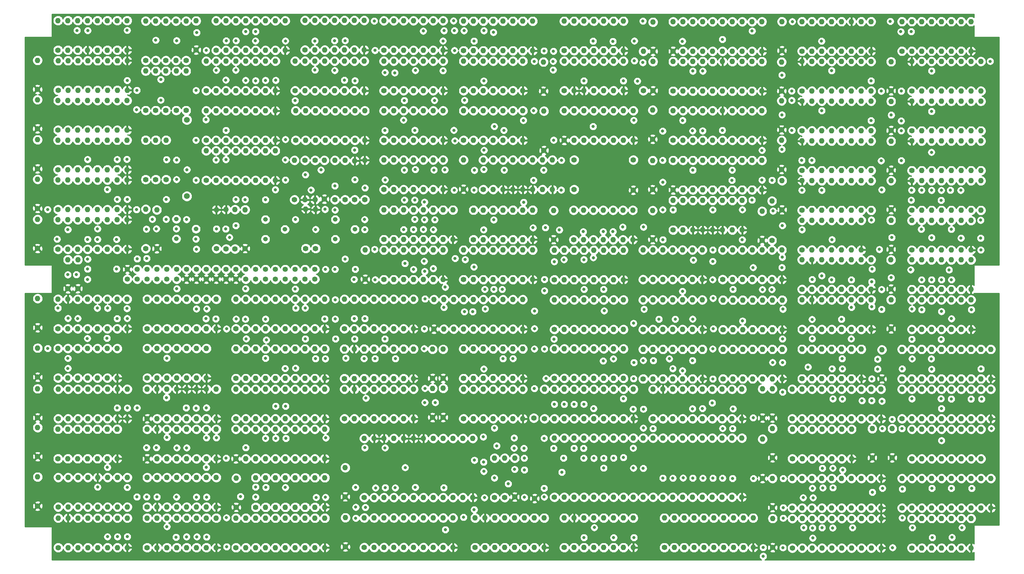
<source format=gbr>
%TF.GenerationSoftware,KiCad,Pcbnew,(5.1.12)-1*%
%TF.CreationDate,2023-01-17T10:45:44+01:00*%
%TF.ProjectId,Graphics,47726170-6869-4637-932e-6b696361645f,rev?*%
%TF.SameCoordinates,Original*%
%TF.FileFunction,Copper,L2,Inr*%
%TF.FilePolarity,Positive*%
%FSLAX46Y46*%
G04 Gerber Fmt 4.6, Leading zero omitted, Abs format (unit mm)*
G04 Created by KiCad (PCBNEW (5.1.12)-1) date 2023-01-17 10:45:44*
%MOMM*%
%LPD*%
G01*
G04 APERTURE LIST*
%TA.AperFunction,ComponentPad*%
%ADD10O,1.400000X1.400000*%
%TD*%
%TA.AperFunction,ComponentPad*%
%ADD11C,1.400000*%
%TD*%
%TA.AperFunction,ComponentPad*%
%ADD12O,1.200000X1.200000*%
%TD*%
%TA.AperFunction,ComponentPad*%
%ADD13C,1.350000*%
%TD*%
%TA.AperFunction,ComponentPad*%
%ADD14C,1.500000*%
%TD*%
%TA.AperFunction,ViaPad*%
%ADD15C,0.800000*%
%TD*%
%TA.AperFunction,Conductor*%
%ADD16C,0.250000*%
%TD*%
%TA.AperFunction,Conductor*%
%ADD17C,0.254000*%
%TD*%
%TA.AperFunction,Conductor*%
%ADD18C,0.100000*%
%TD*%
G04 APERTURE END LIST*
D10*
%TO.N,Net-(Q3-Pad1)*%
%TO.C,R18*%
X55300000Y-53640000D03*
D11*
%TO.N,Net-(R18-Pad1)*%
X55300000Y-63800000D03*
%TD*%
D10*
%TO.N,+5V*%
%TO.C,U85*%
X111550000Y-130560000D03*
%TO.N,GND*%
X139490000Y-145800000D03*
X114090000Y-130560000D03*
%TO.N,MMUData2*%
X136950000Y-145800000D03*
%TO.N,GND*%
X116630000Y-130560000D03*
%TO.N,MMUData1*%
X134410000Y-145800000D03*
%TO.N,Net-(U55-Pad6)*%
X119170000Y-130560000D03*
%TO.N,MMUData0*%
X131870000Y-145800000D03*
%TO.N,GND*%
X121710000Y-130560000D03*
%TO.N,Net-(U69-Pad4)*%
X129330000Y-145800000D03*
%TO.N,GND*%
X124250000Y-130560000D03*
%TO.N,Net-(U69-Pad7)*%
X126790000Y-145800000D03*
%TO.N,GND*%
X126790000Y-130560000D03*
%TO.N,Net-(U69-Pad9)*%
X124250000Y-145800000D03*
%TO.N,MMUData7*%
X129330000Y-130560000D03*
%TO.N,Net-(U69-Pad12)*%
X121710000Y-145800000D03*
%TO.N,MMUData6*%
X131870000Y-130560000D03*
%TO.N,Net-(U78-Pad4)*%
X119170000Y-145800000D03*
%TO.N,MMUData5*%
X134410000Y-130560000D03*
%TO.N,Net-(U78-Pad7)*%
X116630000Y-145800000D03*
%TO.N,MMUData4*%
X136950000Y-130560000D03*
%TO.N,Net-(U78-Pad9)*%
X114090000Y-145800000D03*
%TO.N,MMUData3*%
X139490000Y-130560000D03*
D11*
%TO.N,Net-(U78-Pad12)*%
X111550000Y-145800000D03*
%TD*%
D12*
%TO.N,BVid*%
%TO.C,Q3*%
X63200000Y-74020000D03*
%TO.N,Vbias*%
X68240000Y-76560000D03*
%TO.N,Net-(Q3-Pad1)*%
X63200000Y-79100000D03*
%TD*%
%TO.N,GVid*%
%TO.C,Q2*%
X86110000Y-74120000D03*
%TO.N,Vbias*%
X91150000Y-76660000D03*
%TO.N,Net-(Q2-Pad1)*%
X86110000Y-79200000D03*
%TD*%
%TO.N,RVid*%
%TO.C,Q1*%
X104100000Y-74120000D03*
%TO.N,Vbias*%
X109140000Y-76660000D03*
%TO.N,Net-(Q1-Pad1)*%
X104100000Y-79200000D03*
%TD*%
D13*
%TO.N,Net-(J1-Pad1)*%
%TO.C,J1*%
X50590000Y-89500000D03*
%TO.N,GND*%
X50590000Y-86960000D03*
%TO.N,~Irq*%
X53130000Y-89500000D03*
%TO.N,SyncOut*%
X53130000Y-86960000D03*
%TO.N,MonoDAC3*%
X55670000Y-89500000D03*
%TO.N,+5V*%
X55670000Y-86960000D03*
%TO.N,MonoDAC2*%
X58210000Y-89500000D03*
%TO.N,MonoDAC1*%
X58210000Y-86960000D03*
%TO.N,+12V*%
X60750000Y-89500000D03*
%TO.N,MonoDAC0*%
X60750000Y-86960000D03*
%TO.N,+12V*%
X63290000Y-89500000D03*
%TO.N,BVid*%
X63290000Y-86960000D03*
%TO.N,GND*%
X65830000Y-89500000D03*
%TO.N,GVid*%
X65830000Y-86960000D03*
%TO.N,GND*%
X68370000Y-89500000D03*
%TO.N,RVid*%
X68370000Y-86960000D03*
%TO.N,GND*%
X70910000Y-89500000D03*
%TO.N,Address2*%
X70910000Y-86960000D03*
%TO.N,GND*%
X73450000Y-89500000D03*
%TO.N,Address1*%
X73450000Y-86960000D03*
%TO.N,GND*%
X75990000Y-89500000D03*
%TO.N,Address0*%
X75990000Y-86960000D03*
%TO.N,GND*%
X78530000Y-89500000D03*
%TO.N,SysData7*%
X78530000Y-86960000D03*
%TO.N,+5V*%
X81070000Y-89500000D03*
%TO.N,SysData6*%
X81070000Y-86960000D03*
%TO.N,+5V*%
X83610000Y-89500000D03*
%TO.N,SysData5*%
X83610000Y-86960000D03*
%TO.N,+5V*%
X86150000Y-89500000D03*
%TO.N,SysData4*%
X86150000Y-86960000D03*
%TO.N,+5V*%
X88690000Y-89500000D03*
%TO.N,SysData3*%
X88690000Y-86960000D03*
%TO.N,Wr*%
X91230000Y-89500000D03*
%TO.N,SysData2*%
X91230000Y-86960000D03*
%TO.N,Rd*%
X93770000Y-89500000D03*
%TO.N,SysData1*%
X93770000Y-86960000D03*
%TO.N,~GraphCS*%
X96310000Y-89500000D03*
%TO.N,SysData0*%
X96310000Y-86960000D03*
%TO.N,~SysRst*%
X98850000Y-89500000D03*
%TO.N,Net-(J1-Pad40)*%
X98850000Y-86960000D03*
%TD*%
D11*
%TO.N,GND*%
%TO.C,C50*%
X155420000Y-146040000D03*
%TO.N,+5V*%
X155200000Y-125300000D03*
%TD*%
%TO.N,GND*%
%TO.C,U31*%
X180820000Y-66540000D03*
%TO.N,Net-(U22-Pad14)*%
X180830000Y-58750000D03*
%TO.N,+5V*%
X165590000Y-58750000D03*
%TO.N,Net-(U31-Pad1)*%
X165590000Y-66370000D03*
%TD*%
D10*
%TO.N,+5V*%
%TO.C,U84*%
X160500000Y-130460000D03*
%TO.N,GND*%
X208760000Y-145700000D03*
%TO.N,Net-(U84-Pad39)*%
X163040000Y-130460000D03*
%TO.N,GDCData7*%
X206220000Y-145700000D03*
%TO.N,Net-(U84-Pad38)*%
X165580000Y-130460000D03*
%TO.N,GDCData6*%
X203680000Y-145700000D03*
%TO.N,AD15*%
X168120000Y-130460000D03*
%TO.N,GDCData5*%
X201140000Y-145700000D03*
%TO.N,AD14*%
X170660000Y-130460000D03*
%TO.N,GDCData4*%
X198600000Y-145700000D03*
%TO.N,AD13*%
X173200000Y-130460000D03*
%TO.N,GDCData3*%
X196060000Y-145700000D03*
%TO.N,AD12*%
X175740000Y-130460000D03*
%TO.N,GDCData2*%
X193520000Y-145700000D03*
%TO.N,AD11*%
X178280000Y-130460000D03*
%TO.N,GDCData1*%
X190980000Y-145700000D03*
%TO.N,AD10*%
X180820000Y-130460000D03*
%TO.N,GDCData0*%
X188440000Y-145700000D03*
%TO.N,AD9*%
X183360000Y-130460000D03*
%TO.N,GDCA0*%
X185900000Y-145700000D03*
%TO.N,AD8*%
X185900000Y-130460000D03*
%TO.N,Net-(U65-Pad3)*%
X183360000Y-145700000D03*
%TO.N,AD7*%
X188440000Y-130460000D03*
%TO.N,Net-(U65-Pad11)*%
X180820000Y-145700000D03*
%TO.N,AD6*%
X190980000Y-130460000D03*
%TO.N,Net-(R28-Pad1)*%
X178280000Y-145700000D03*
%TO.N,AD5*%
X193520000Y-130460000D03*
%TO.N,Net-(U84-Pad7)*%
X175740000Y-145700000D03*
%TO.N,AD4*%
X196060000Y-130460000D03*
%TO.N,ALE*%
X173200000Y-145700000D03*
%TO.N,AD3*%
X198600000Y-130460000D03*
%TO.N,Blank*%
X170660000Y-145700000D03*
%TO.N,AD2*%
X201140000Y-130460000D03*
%TO.N,VSync*%
X168120000Y-145700000D03*
%TO.N,AD1*%
X203680000Y-130460000D03*
%TO.N,HSync*%
X165580000Y-145700000D03*
%TO.N,AD0*%
X206220000Y-130460000D03*
%TO.N,~DBin*%
X163040000Y-145700000D03*
%TO.N,Net-(R26-Pad2)*%
X208760000Y-130460000D03*
D11*
%TO.N,GDCclk*%
X160500000Y-145700000D03*
%TD*%
D10*
%TO.N,+5V*%
%TO.C,U90*%
X221730000Y-140880000D03*
%TO.N,GND*%
X244590000Y-148500000D03*
%TO.N,RAMIn4*%
X224270000Y-140880000D03*
%TO.N,UpDate6*%
X242050000Y-148500000D03*
%TO.N,UpDate5*%
X226810000Y-140880000D03*
%TO.N,UpDate7*%
X239510000Y-148500000D03*
%TO.N,UpDate4*%
X229350000Y-140880000D03*
%TO.N,RAMOut4*%
X236970000Y-148500000D03*
%TO.N,~Inv*%
X231890000Y-140880000D03*
%TO.N,RAMOut5*%
X234430000Y-148500000D03*
%TO.N,~Norm*%
X234430000Y-140880000D03*
%TO.N,RAMOut6*%
X231890000Y-148500000D03*
%TO.N,RAMIn7*%
X236970000Y-140880000D03*
%TO.N,RAMOut7*%
X229350000Y-148500000D03*
%TO.N,RAMIn6*%
X239510000Y-140880000D03*
%TO.N,XORTerm*%
X226810000Y-148500000D03*
%TO.N,RAMIn5*%
X242050000Y-140880000D03*
%TO.N,OrTerm*%
X224270000Y-148500000D03*
%TO.N,GND*%
X244590000Y-140880000D03*
D11*
%TO.N,~UpDateEn*%
X221730000Y-148500000D03*
%TD*%
D10*
%TO.N,GND*%
%TO.C,U19*%
X252500000Y-43630000D03*
%TO.N,+5V*%
X270280000Y-51250000D03*
%TO.N,~CAS*%
X255040000Y-43630000D03*
%TO.N,DRAMAddr1*%
X267740000Y-51250000D03*
%TO.N,RAMOut6*%
X257580000Y-43630000D03*
%TO.N,DRAMAddr2*%
X265200000Y-51250000D03*
%TO.N,DRAMAddr6*%
X260120000Y-43630000D03*
%TO.N,DRAMAddr0*%
X262660000Y-51250000D03*
%TO.N,DRAMAddr3*%
X262660000Y-43630000D03*
%TO.N,~RAS*%
X260120000Y-51250000D03*
%TO.N,DRAMAddr4*%
X265200000Y-43630000D03*
%TO.N,RAMWr6*%
X257580000Y-51250000D03*
%TO.N,DRAMAddr5*%
X267740000Y-43630000D03*
%TO.N,RAMIn6*%
X255040000Y-51250000D03*
%TO.N,DRAMAddr7*%
X270280000Y-43630000D03*
D11*
%TO.N,Net-(U19-Pad1)*%
X252500000Y-51250000D03*
%TD*%
D10*
%TO.N,+5V*%
%TO.C,U1*%
X249950000Y-23080000D03*
%TO.N,GND*%
X267730000Y-30700000D03*
%TO.N,PU4*%
X252490000Y-23080000D03*
%TO.N,N/C*%
X265190000Y-30700000D03*
X255030000Y-23080000D03*
%TO.N,Net-(U1-Pad6)*%
X262650000Y-30700000D03*
%TO.N,N/C*%
X257570000Y-23080000D03*
%TO.N,~SMStop*%
X260110000Y-30700000D03*
%TO.N,N/C*%
X260110000Y-23080000D03*
%TO.N,PU3*%
X257570000Y-30700000D03*
%TO.N,N/C*%
X262650000Y-23080000D03*
%TO.N,Net-(U1-Pad3)*%
X255030000Y-30700000D03*
%TO.N,N/C*%
X265190000Y-23080000D03*
%TO.N,Net-(U1-Pad2)*%
X252490000Y-30700000D03*
%TO.N,N/C*%
X267730000Y-23080000D03*
D11*
%TO.N,~Mclk*%
X249950000Y-30700000D03*
%TD*%
D10*
%TO.N,+5V*%
%TO.C,U2*%
X224250000Y-23080000D03*
%TO.N,GND*%
X242030000Y-30700000D03*
%TO.N,Net-(U2-Pad15)*%
X226790000Y-23080000D03*
%TO.N,DlyUA*%
X239490000Y-30700000D03*
%TO.N,Net-(U2-Pad14)*%
X229330000Y-23080000D03*
%TO.N,UpDateA*%
X236950000Y-30700000D03*
%TO.N,Net-(U2-Pad13)*%
X231870000Y-23080000D03*
%TO.N,DlyLdSR*%
X234410000Y-30700000D03*
%TO.N,DlyRd*%
X234410000Y-23080000D03*
%TO.N,Net-(U2-Pad4)*%
X231870000Y-30700000D03*
%TO.N,GND*%
X236950000Y-23080000D03*
%TO.N,AddrLatch*%
X229330000Y-30700000D03*
%TO.N,Net-(U2-Pad10)*%
X239490000Y-23080000D03*
%TO.N,Amux*%
X226790000Y-30700000D03*
%TO.N,~SMclk*%
X242030000Y-23080000D03*
D11*
%TO.N,+5V*%
X224250000Y-30700000D03*
%TD*%
D10*
%TO.N,+5V*%
%TO.C,C1*%
X219050000Y-23080000D03*
D11*
%TO.N,GND*%
X219050000Y-30580000D03*
%TD*%
D10*
%TO.N,+5V*%
%TO.C,U21*%
X191070000Y-46070000D03*
%TO.N,GND*%
X213930000Y-53690000D03*
%TO.N,Net-(U21-Pad19)*%
X193610000Y-46070000D03*
%TO.N,Net-(U21-Pad9)*%
X211390000Y-53690000D03*
%TO.N,SMCtrl1*%
X196150000Y-46070000D03*
%TO.N,Net-(U21-Pad8)*%
X208850000Y-53690000D03*
%TO.N,~ClkSel*%
X198690000Y-46070000D03*
%TO.N,Net-(U21-Pad7)*%
X206310000Y-53690000D03*
%TO.N,LDBin*%
X201230000Y-46070000D03*
%TO.N,Net-(U21-Pad6)*%
X203770000Y-53690000D03*
%TO.N,GND*%
X203770000Y-46070000D03*
%TO.N,StateCnt4*%
X201230000Y-53690000D03*
%TO.N,Net-(U21-Pad14)*%
X206310000Y-46070000D03*
%TO.N,StateCnt3*%
X198690000Y-53690000D03*
%TO.N,Net-(U21-Pad13)*%
X208850000Y-46070000D03*
%TO.N,StateCnt2*%
X196150000Y-53690000D03*
%TO.N,Net-(U21-Pad12)*%
X211390000Y-46070000D03*
%TO.N,StateCnt1*%
X193610000Y-53690000D03*
%TO.N,Net-(U21-Pad11)*%
X213930000Y-46070000D03*
D11*
%TO.N,StateCnt0*%
X191070000Y-53690000D03*
%TD*%
D10*
%TO.N,+5V*%
%TO.C,U12*%
X191070000Y-33400000D03*
%TO.N,GND*%
X213930000Y-41020000D03*
%TO.N,SMCtrl3*%
X193610000Y-33400000D03*
%TO.N,Net-(U12-Pad9)*%
X211390000Y-41020000D03*
%TO.N,SMCtrl2*%
X196150000Y-33400000D03*
%TO.N,Net-(U12-Pad8)*%
X208850000Y-41020000D03*
%TO.N,~ClkSel*%
X198690000Y-33400000D03*
%TO.N,Net-(U12-Pad7)*%
X206310000Y-41020000D03*
%TO.N,LDBin*%
X201230000Y-33400000D03*
%TO.N,Net-(U12-Pad6)*%
X203770000Y-41020000D03*
%TO.N,GND*%
X203770000Y-33400000D03*
%TO.N,StateCnt4*%
X201230000Y-41020000D03*
%TO.N,Net-(U12-Pad14)*%
X206310000Y-33400000D03*
%TO.N,StateCnt3*%
X198690000Y-41020000D03*
%TO.N,Net-(U12-Pad13)*%
X208850000Y-33400000D03*
%TO.N,StateCnt2*%
X196150000Y-41020000D03*
%TO.N,Net-(U12-Pad12)*%
X211390000Y-33400000D03*
%TO.N,StateCnt1*%
X193610000Y-41020000D03*
%TO.N,Net-(U12-Pad11)*%
X213930000Y-33400000D03*
D11*
%TO.N,StateCnt0*%
X191070000Y-41020000D03*
%TD*%
D10*
%TO.N,+5V*%
%TO.C,U30*%
X191070000Y-58870000D03*
%TO.N,GND*%
X213930000Y-66490000D03*
%TO.N,UpDateA*%
X193610000Y-58870000D03*
%TO.N,Net-(U2-Pad14)*%
X211390000Y-66490000D03*
%TO.N,Net-(U21-Pad6)*%
X196150000Y-58870000D03*
%TO.N,Net-(U21-Pad11)*%
X208850000Y-66490000D03*
%TO.N,Net-(U21-Pad7)*%
X198690000Y-58870000D03*
%TO.N,Net-(U21-Pad12)*%
X206310000Y-66490000D03*
%TO.N,Net-(U30-Pad16)*%
X201230000Y-58870000D03*
%TO.N,~Bclk*%
X203770000Y-66490000D03*
%TO.N,WrCtrl*%
X203770000Y-58870000D03*
%TO.N,~WrRAM*%
X201230000Y-66490000D03*
%TO.N,Net-(U21-Pad8)*%
X206310000Y-58870000D03*
%TO.N,Net-(U21-Pad13)*%
X198690000Y-66490000D03*
%TO.N,Net-(U21-Pad9)*%
X208850000Y-58870000D03*
%TO.N,Net-(U21-Pad14)*%
X196150000Y-66490000D03*
%TO.N,ByteSel*%
X211390000Y-58870000D03*
%TO.N,UpDateB*%
X193610000Y-66490000D03*
%TO.N,SMclk*%
X213930000Y-58870000D03*
D11*
%TO.N,GND*%
X191070000Y-66490000D03*
%TD*%
D10*
%TO.N,+5V*%
%TO.C,U3*%
X191070000Y-23100000D03*
%TO.N,GND*%
X213930000Y-30720000D03*
%TO.N,Net-(U2-Pad13)*%
X193610000Y-23100000D03*
%TO.N,Net-(U2-Pad4)*%
X211390000Y-30720000D03*
%TO.N,Net-(U12-Pad6)*%
X196150000Y-23100000D03*
%TO.N,Net-(U12-Pad11)*%
X208850000Y-30720000D03*
%TO.N,Net-(U12-Pad7)*%
X198690000Y-23100000D03*
%TO.N,Net-(U12-Pad12)*%
X206310000Y-30720000D03*
%TO.N,RdEn*%
X201230000Y-23100000D03*
%TO.N,LdSR*%
X203770000Y-30720000D03*
%TO.N,~IncUpWord*%
X203770000Y-23100000D03*
%TO.N,~VidShift*%
X201230000Y-30720000D03*
%TO.N,Net-(U12-Pad8)*%
X206310000Y-23100000D03*
%TO.N,Net-(U12-Pad13)*%
X198690000Y-30720000D03*
%TO.N,Net-(U12-Pad9)*%
X208850000Y-23100000D03*
%TO.N,Net-(U12-Pad14)*%
X196150000Y-30720000D03*
%TO.N,Net-(U3-Pad12)*%
X211390000Y-23100000D03*
%TO.N,AddrLatch*%
X193610000Y-30720000D03*
%TO.N,SMclk*%
X213930000Y-23100000D03*
D11*
%TO.N,GND*%
X191070000Y-30720000D03*
%TD*%
D10*
%TO.N,GND*%
%TO.C,U11*%
X224250000Y-33380000D03*
%TO.N,+5V*%
X242030000Y-41000000D03*
%TO.N,~CAS*%
X226790000Y-33380000D03*
%TO.N,DRAMAddr1*%
X239490000Y-41000000D03*
%TO.N,RAMOut3*%
X229330000Y-33380000D03*
%TO.N,DRAMAddr2*%
X236950000Y-41000000D03*
%TO.N,DRAMAddr6*%
X231870000Y-33380000D03*
%TO.N,DRAMAddr0*%
X234410000Y-41000000D03*
%TO.N,DRAMAddr3*%
X234410000Y-33380000D03*
%TO.N,~RAS*%
X231870000Y-41000000D03*
%TO.N,DRAMAddr4*%
X236950000Y-33380000D03*
%TO.N,RAMWr3*%
X229330000Y-41000000D03*
%TO.N,DRAMAddr5*%
X239490000Y-33380000D03*
%TO.N,RAMIn3*%
X226790000Y-41000000D03*
%TO.N,DRAMAddr7*%
X242030000Y-33380000D03*
D11*
%TO.N,Net-(U11-Pad1)*%
X224250000Y-41000000D03*
%TD*%
D10*
%TO.N,GND*%
%TO.C,U36*%
X252500000Y-64130000D03*
%TO.N,+5V*%
X270280000Y-71750000D03*
%TO.N,~CAS*%
X255040000Y-64130000D03*
%TO.N,DRAMAddr1*%
X267740000Y-71750000D03*
%TO.N,RAMOut4*%
X257580000Y-64130000D03*
%TO.N,DRAMAddr2*%
X265200000Y-71750000D03*
%TO.N,DRAMAddr6*%
X260120000Y-64130000D03*
%TO.N,DRAMAddr0*%
X262660000Y-71750000D03*
%TO.N,DRAMAddr3*%
X262660000Y-64130000D03*
%TO.N,~RAS*%
X260120000Y-71750000D03*
%TO.N,DRAMAddr4*%
X265200000Y-64130000D03*
%TO.N,RAMWr4*%
X257580000Y-71750000D03*
%TO.N,DRAMAddr5*%
X267740000Y-64130000D03*
%TO.N,RAMIn4*%
X255040000Y-71750000D03*
%TO.N,DRAMAddr7*%
X270280000Y-64130000D03*
D11*
%TO.N,Net-(U36-Pad1)*%
X252500000Y-71750000D03*
%TD*%
D10*
%TO.N,GND*%
%TO.C,U29*%
X224250000Y-53880000D03*
%TO.N,+5V*%
X242030000Y-61500000D03*
%TO.N,~CAS*%
X226790000Y-53880000D03*
%TO.N,DRAMAddr1*%
X239490000Y-61500000D03*
%TO.N,RAMOut1*%
X229330000Y-53880000D03*
%TO.N,DRAMAddr2*%
X236950000Y-61500000D03*
%TO.N,DRAMAddr6*%
X231870000Y-53880000D03*
%TO.N,DRAMAddr0*%
X234410000Y-61500000D03*
%TO.N,DRAMAddr3*%
X234410000Y-53880000D03*
%TO.N,~RAS*%
X231870000Y-61500000D03*
%TO.N,DRAMAddr4*%
X236950000Y-53880000D03*
%TO.N,RAMWr1*%
X229330000Y-61500000D03*
%TO.N,DRAMAddr5*%
X239490000Y-53880000D03*
%TO.N,RAMIn1*%
X226790000Y-61500000D03*
%TO.N,DRAMAddr7*%
X242030000Y-53880000D03*
D11*
%TO.N,Net-(U29-Pad1)*%
X224250000Y-61500000D03*
%TD*%
D10*
%TO.N,GND*%
%TO.C,U37*%
X224250000Y-64130000D03*
%TO.N,+5V*%
X242030000Y-71750000D03*
%TO.N,~CAS*%
X226790000Y-64130000D03*
%TO.N,DRAMAddr1*%
X239490000Y-71750000D03*
%TO.N,RAMOut0*%
X229330000Y-64130000D03*
%TO.N,DRAMAddr2*%
X236950000Y-71750000D03*
%TO.N,DRAMAddr6*%
X231870000Y-64130000D03*
%TO.N,DRAMAddr0*%
X234410000Y-71750000D03*
%TO.N,DRAMAddr3*%
X234410000Y-64130000D03*
%TO.N,~RAS*%
X231870000Y-71750000D03*
%TO.N,DRAMAddr4*%
X236950000Y-64130000D03*
%TO.N,RAMWr0*%
X229330000Y-71750000D03*
%TO.N,DRAMAddr5*%
X239490000Y-64130000D03*
%TO.N,RAMIn0*%
X226790000Y-71750000D03*
%TO.N,DRAMAddr7*%
X242030000Y-64130000D03*
D11*
%TO.N,Net-(U37-Pad1)*%
X224250000Y-71750000D03*
%TD*%
D10*
%TO.N,GND*%
%TO.C,U10*%
X252500000Y-33380000D03*
%TO.N,+5V*%
X270280000Y-41000000D03*
%TO.N,~CAS*%
X255040000Y-33380000D03*
%TO.N,DRAMAddr1*%
X267740000Y-41000000D03*
%TO.N,RAMOut7*%
X257580000Y-33380000D03*
%TO.N,DRAMAddr2*%
X265200000Y-41000000D03*
%TO.N,DRAMAddr6*%
X260120000Y-33380000D03*
%TO.N,DRAMAddr0*%
X262660000Y-41000000D03*
%TO.N,DRAMAddr3*%
X262660000Y-33380000D03*
%TO.N,~RAS*%
X260120000Y-41000000D03*
%TO.N,DRAMAddr4*%
X265200000Y-33380000D03*
%TO.N,RAMWr7*%
X257580000Y-41000000D03*
%TO.N,DRAMAddr5*%
X267740000Y-33380000D03*
%TO.N,RAMIn7*%
X255040000Y-41000000D03*
%TO.N,DRAMAddr7*%
X270280000Y-33380000D03*
D11*
%TO.N,Net-(U10-Pad1)*%
X252500000Y-41000000D03*
%TD*%
D10*
%TO.N,GND*%
%TO.C,U28*%
X252500000Y-53880000D03*
%TO.N,+5V*%
X270280000Y-61500000D03*
%TO.N,~CAS*%
X255040000Y-53880000D03*
%TO.N,DRAMAddr1*%
X267740000Y-61500000D03*
%TO.N,RAMOut5*%
X257580000Y-53880000D03*
%TO.N,DRAMAddr2*%
X265200000Y-61500000D03*
%TO.N,DRAMAddr6*%
X260120000Y-53880000D03*
%TO.N,DRAMAddr0*%
X262660000Y-61500000D03*
%TO.N,DRAMAddr3*%
X262660000Y-53880000D03*
%TO.N,~RAS*%
X260120000Y-61500000D03*
%TO.N,DRAMAddr4*%
X265200000Y-53880000D03*
%TO.N,RAMWr5*%
X257580000Y-61500000D03*
%TO.N,DRAMAddr5*%
X267740000Y-53880000D03*
%TO.N,RAMIn5*%
X255040000Y-61500000D03*
%TO.N,DRAMAddr7*%
X270280000Y-53880000D03*
D11*
%TO.N,Net-(U28-Pad1)*%
X252500000Y-61500000D03*
%TD*%
D10*
%TO.N,+5V*%
%TO.C,C2*%
X185890000Y-23240000D03*
D11*
%TO.N,GND*%
X185890000Y-30740000D03*
%TD*%
D10*
%TO.N,+5V*%
%TO.C,C3*%
X68300000Y-22900000D03*
D11*
%TO.N,GND*%
X68300000Y-30400000D03*
%TD*%
D10*
%TO.N,+5V*%
%TO.C,C4*%
X247140000Y-33420000D03*
D11*
%TO.N,GND*%
X247140000Y-40920000D03*
%TD*%
D10*
%TO.N,+5V*%
%TO.C,C5*%
X219000000Y-33500000D03*
D11*
%TO.N,GND*%
X219000000Y-41000000D03*
%TD*%
D10*
%TO.N,+5V*%
%TO.C,C6*%
X185900000Y-33400000D03*
D11*
%TO.N,GND*%
X185900000Y-40900000D03*
%TD*%
D10*
%TO.N,+5V*%
%TO.C,C7*%
X157700000Y-33500000D03*
D11*
%TO.N,GND*%
X157700000Y-41000000D03*
%TD*%
D10*
%TO.N,+5V*%
%TO.C,C8*%
X27475000Y-33075000D03*
D11*
%TO.N,GND*%
X27475000Y-40575000D03*
%TD*%
D10*
%TO.N,+5V*%
%TO.C,C9*%
X247150000Y-43650000D03*
D11*
%TO.N,GND*%
X247150000Y-51150000D03*
%TD*%
D10*
%TO.N,+5V*%
%TO.C,C10*%
X219000000Y-43500000D03*
D11*
%TO.N,GND*%
X219000000Y-51000000D03*
%TD*%
D10*
%TO.N,+5V*%
%TO.C,C11*%
X185800000Y-45910000D03*
D11*
%TO.N,GND*%
X185800000Y-53410000D03*
%TD*%
D10*
%TO.N,+5V*%
%TO.C,C12*%
X27450000Y-43225000D03*
D11*
%TO.N,GND*%
X27450000Y-50725000D03*
%TD*%
D10*
%TO.N,+5V*%
%TO.C,C13*%
X247150000Y-53900000D03*
D11*
%TO.N,GND*%
X247150000Y-61400000D03*
%TD*%
D10*
%TO.N,+5V*%
%TO.C,C14*%
X219000000Y-53700000D03*
D11*
%TO.N,GND*%
X219000000Y-61200000D03*
%TD*%
D10*
%TO.N,+5V*%
%TO.C,C15*%
X185800000Y-58900000D03*
D11*
%TO.N,GND*%
X185800000Y-66400000D03*
%TD*%
D10*
%TO.N,+5V*%
%TO.C,C16*%
X137100000Y-58780000D03*
D11*
%TO.N,GND*%
X137100000Y-66280000D03*
%TD*%
D10*
%TO.N,GND*%
%TO.C,C17*%
X109100000Y-59000000D03*
D11*
%TO.N,Vbias*%
X109100000Y-69000000D03*
%TD*%
D10*
%TO.N,Vref*%
%TO.C,C18*%
X101290000Y-58850000D03*
D11*
%TO.N,GND*%
X101290000Y-68850000D03*
%TD*%
D10*
%TO.N,+5V*%
%TO.C,C19*%
X27475000Y-53550000D03*
D11*
%TO.N,GND*%
X27475000Y-61050000D03*
%TD*%
D10*
%TO.N,+5V*%
%TO.C,C20*%
X27475000Y-63750000D03*
D11*
%TO.N,GND*%
X27475000Y-71250000D03*
%TD*%
D10*
%TO.N,+5V*%
%TO.C,C21*%
X247160000Y-64080000D03*
D11*
%TO.N,GND*%
X247160000Y-71580000D03*
%TD*%
D10*
%TO.N,+5V*%
%TO.C,C22*%
X219100000Y-64100000D03*
D11*
%TO.N,GND*%
X219100000Y-71600000D03*
%TD*%
D10*
%TO.N,+5V*%
%TO.C,C23*%
X213960000Y-71990000D03*
D11*
%TO.N,GND*%
X213960000Y-79490000D03*
%TD*%
D10*
%TO.N,+5V*%
%TO.C,C24*%
X185800000Y-71800000D03*
D11*
%TO.N,GND*%
X185800000Y-79300000D03*
%TD*%
D10*
%TO.N,+5V*%
%TO.C,C25*%
X160300000Y-71800000D03*
D11*
%TO.N,GND*%
X160300000Y-79300000D03*
%TD*%
D10*
%TO.N,Vref*%
%TO.C,C27*%
X80910000Y-71590000D03*
D11*
%TO.N,GND*%
X80910000Y-81590000D03*
%TD*%
D10*
%TO.N,Vref*%
%TO.C,C29*%
X58170000Y-71610000D03*
D11*
%TO.N,GND*%
X58170000Y-81610000D03*
%TD*%
D10*
%TO.N,+5V*%
%TO.C,C30*%
X27475000Y-74075000D03*
D11*
%TO.N,GND*%
X27475000Y-81575000D03*
%TD*%
D10*
%TO.N,+5V*%
%TO.C,C31*%
X247140000Y-74300000D03*
D11*
%TO.N,GND*%
X247140000Y-81800000D03*
%TD*%
D10*
%TO.N,+5V*%
%TO.C,C32*%
X247130000Y-84520000D03*
D11*
%TO.N,GND*%
X247130000Y-92020000D03*
%TD*%
D10*
%TO.N,+5V*%
%TO.C,C33*%
X111800000Y-82000000D03*
D11*
%TO.N,GND*%
X111800000Y-89500000D03*
%TD*%
D10*
%TO.N,+5V*%
%TO.C,C34*%
X37840000Y-84460000D03*
D11*
%TO.N,GND*%
X37840000Y-91960000D03*
%TD*%
D10*
%TO.N,+5V*%
%TO.C,C35*%
X35290000Y-84470000D03*
D11*
%TO.N,GND*%
X35290000Y-91970000D03*
%TD*%
D10*
%TO.N,+5V*%
%TO.C,C36*%
X247140000Y-94800000D03*
D11*
%TO.N,GND*%
X247140000Y-102300000D03*
%TD*%
D10*
%TO.N,+5V*%
%TO.C,C37*%
X27500000Y-94500000D03*
D11*
%TO.N,GND*%
X27500000Y-102000000D03*
%TD*%
D10*
%TO.N,+5V*%
%TO.C,C38*%
X244800000Y-107700000D03*
D11*
%TO.N,GND*%
X244800000Y-115200000D03*
%TD*%
D10*
%TO.N,+5V*%
%TO.C,C39*%
X131860000Y-107570000D03*
D11*
%TO.N,GND*%
X131860000Y-115070000D03*
%TD*%
D10*
%TO.N,+5V*%
%TO.C,C40*%
X129130000Y-107570000D03*
D11*
%TO.N,GND*%
X129130000Y-115070000D03*
%TD*%
D10*
%TO.N,+5V*%
%TO.C,C41*%
X27500000Y-107250000D03*
D11*
%TO.N,GND*%
X27500000Y-114750000D03*
%TD*%
D10*
%TO.N,+5V*%
%TO.C,C42*%
X216620000Y-117790000D03*
D11*
%TO.N,GND*%
X216620000Y-125290000D03*
%TD*%
D10*
%TO.N,+5V*%
%TO.C,C43*%
X214050000Y-117790000D03*
D11*
%TO.N,GND*%
X214050000Y-125290000D03*
%TD*%
D10*
%TO.N,+5V*%
%TO.C,C44*%
X131890000Y-117640000D03*
D11*
%TO.N,GND*%
X131890000Y-125140000D03*
%TD*%
D10*
%TO.N,+5V*%
%TO.C,C45*%
X129140000Y-117660000D03*
D11*
%TO.N,GND*%
X129140000Y-125160000D03*
%TD*%
D10*
%TO.N,+5V*%
%TO.C,C46*%
X27500000Y-117750000D03*
D11*
%TO.N,GND*%
X27500000Y-125250000D03*
%TD*%
D10*
%TO.N,+5V*%
%TO.C,C47*%
X247460000Y-128040000D03*
D11*
%TO.N,GND*%
X247460000Y-135540000D03*
%TD*%
D10*
%TO.N,+5V*%
%TO.C,C48*%
X242310000Y-128050000D03*
D11*
%TO.N,GND*%
X242310000Y-135550000D03*
%TD*%
D10*
%TO.N,+5V*%
%TO.C,C49*%
X216650000Y-128030000D03*
D11*
%TO.N,GND*%
X216650000Y-135530000D03*
%TD*%
D10*
%TO.N,+5V*%
%TO.C,C51*%
X150280000Y-135650000D03*
D11*
%TO.N,GND*%
X150280000Y-145650000D03*
%TD*%
D10*
%TO.N,+5V*%
%TO.C,C52*%
X106670000Y-138100000D03*
D11*
%TO.N,GND*%
X106670000Y-145600000D03*
%TD*%
D10*
%TO.N,+5V*%
%TO.C,C53*%
X78600000Y-140810000D03*
D11*
%TO.N,GND*%
X78600000Y-148310000D03*
%TD*%
D10*
%TO.N,+5V*%
%TO.C,C54*%
X27500000Y-140500000D03*
D11*
%TO.N,GND*%
X27500000Y-148000000D03*
%TD*%
D10*
%TO.N,+5V*%
%TO.C,C55*%
X216640000Y-140890000D03*
D11*
%TO.N,GND*%
X216640000Y-148390000D03*
%TD*%
D10*
%TO.N,+5V*%
%TO.C,C56*%
X216670000Y-151190000D03*
D11*
%TO.N,GND*%
X216670000Y-158690000D03*
%TD*%
D10*
%TO.N,+5V*%
%TO.C,C57*%
X106700000Y-151000000D03*
D11*
%TO.N,GND*%
X106700000Y-158500000D03*
%TD*%
D10*
%TO.N,+5V*%
%TO.C,C58*%
X27500000Y-127750000D03*
D11*
%TO.N,GND*%
X27500000Y-135250000D03*
%TD*%
D10*
%TO.N,GND*%
%TO.C,D1*%
X98900000Y-69010000D03*
D11*
%TO.N,Vref*%
X98900000Y-58850000D03*
%TD*%
D10*
%TO.N,GND*%
%TO.C,D2*%
X96300000Y-69010000D03*
D11*
%TO.N,Vbias*%
X96300000Y-58850000D03*
%TD*%
D10*
%TO.N,+5V*%
%TO.C,U89*%
X249990000Y-140880000D03*
%TO.N,GND*%
X272850000Y-148500000D03*
%TO.N,Net-(J2-Pad19)*%
X252530000Y-140880000D03*
%TO.N,Net-(J2-Pad9)*%
X270310000Y-148500000D03*
%TO.N,Net-(J2-Pad18)*%
X255070000Y-140880000D03*
%TO.N,Net-(J2-Pad8)*%
X267770000Y-148500000D03*
%TO.N,Net-(J2-Pad17)*%
X257610000Y-140880000D03*
%TO.N,Net-(J2-Pad7)*%
X265230000Y-148500000D03*
%TO.N,Net-(J2-Pad16)*%
X260150000Y-140880000D03*
%TO.N,Net-(J2-Pad6)*%
X262690000Y-148500000D03*
%TO.N,Net-(J2-Pad15)*%
X262690000Y-140880000D03*
%TO.N,Net-(J2-Pad5)*%
X260150000Y-148500000D03*
%TO.N,Net-(J2-Pad14)*%
X265230000Y-140880000D03*
%TO.N,Net-(J2-Pad4)*%
X257610000Y-148500000D03*
%TO.N,Net-(J2-Pad13)*%
X267770000Y-140880000D03*
%TO.N,Net-(J2-Pad3)*%
X255070000Y-148500000D03*
%TO.N,Net-(J2-Pad12)*%
X270310000Y-140880000D03*
%TO.N,Net-(J2-Pad2)*%
X252530000Y-148500000D03*
%TO.N,Net-(J2-Pad11)*%
X272850000Y-140880000D03*
D11*
%TO.N,Net-(J2-Pad1)*%
X249990000Y-148500000D03*
%TD*%
D10*
%TO.N,Net-(Q2-Pad1)*%
%TO.C,R1*%
X65700000Y-22940000D03*
D11*
%TO.N,Net-(R1-Pad1)*%
X65700000Y-33100000D03*
%TD*%
D10*
%TO.N,Net-(R2-Pad2)*%
%TO.C,R2*%
X63090000Y-33100000D03*
D11*
%TO.N,+5V*%
X63090000Y-22940000D03*
%TD*%
D10*
%TO.N,Net-(R3-Pad2)*%
%TO.C,R3*%
X60500000Y-22940000D03*
D11*
%TO.N,Net-(Q1-Pad1)*%
X60500000Y-33100000D03*
%TD*%
D10*
%TO.N,Net-(R4-Pad2)*%
%TO.C,R4*%
X57900000Y-22940000D03*
D11*
%TO.N,Net-(Q3-Pad1)*%
X57900000Y-33100000D03*
%TD*%
D10*
%TO.N,Net-(Q2-Pad1)*%
%TO.C,R5*%
X55300000Y-22940000D03*
D11*
%TO.N,Net-(R5-Pad1)*%
X55300000Y-33100000D03*
%TD*%
D10*
%TO.N,AddrLatch*%
%TO.C,R6*%
X183400000Y-30740000D03*
D11*
%TO.N,~RAS*%
X183400000Y-40900000D03*
%TD*%
D10*
%TO.N,Net-(Q2-Pad1)*%
%TO.C,R7*%
X65700000Y-35840000D03*
D11*
%TO.N,Net-(R7-Pad1)*%
X65700000Y-46000000D03*
%TD*%
D10*
%TO.N,Net-(Q2-Pad1)*%
%TO.C,R8*%
X63170000Y-35840000D03*
D11*
%TO.N,SyncOnGreen*%
X63170000Y-46000000D03*
%TD*%
D10*
%TO.N,Net-(Q1-Pad1)*%
%TO.C,R9*%
X60510000Y-35840000D03*
D11*
%TO.N,Net-(R9-Pad1)*%
X60510000Y-46000000D03*
%TD*%
D10*
%TO.N,Net-(Q3-Pad1)*%
%TO.C,R10*%
X57900000Y-35840000D03*
D11*
%TO.N,Net-(R10-Pad1)*%
X57900000Y-46000000D03*
%TD*%
D10*
%TO.N,Net-(Q1-Pad1)*%
%TO.C,R11*%
X55300000Y-35840000D03*
D11*
%TO.N,Net-(R11-Pad1)*%
X55300000Y-46000000D03*
%TD*%
D10*
%TO.N,GND*%
%TO.C,R12*%
X111700000Y-58840000D03*
D11*
%TO.N,RVid*%
X111700000Y-69000000D03*
%TD*%
D10*
%TO.N,Net-(R13-Pad2)*%
%TO.C,R13*%
X106600000Y-58850000D03*
D11*
%TO.N,Net-(Q1-Pad1)*%
X106600000Y-69010000D03*
%TD*%
D10*
%TO.N,Vref*%
%TO.C,R14*%
X104000000Y-58850000D03*
D11*
%TO.N,Net-(Q1-Pad1)*%
X104000000Y-69010000D03*
%TD*%
D10*
%TO.N,Net-(R15-Pad2)*%
%TO.C,R15*%
X93600000Y-58850000D03*
D11*
%TO.N,Net-(Q2-Pad1)*%
X93600000Y-69010000D03*
%TD*%
D10*
%TO.N,+12V*%
%TO.C,R16*%
X60560000Y-53640000D03*
D11*
%TO.N,Vbias*%
X60560000Y-63800000D03*
%TD*%
D10*
%TO.N,Net-(Q3-Pad1)*%
%TO.C,R17*%
X57900000Y-53640000D03*
D11*
%TO.N,Net-(R17-Pad1)*%
X57900000Y-63800000D03*
%TD*%
D10*
%TO.N,Net-(R19-Pad2)*%
%TO.C,R19*%
X157810000Y-46160000D03*
D11*
%TO.N,GND*%
X157810000Y-56320000D03*
%TD*%
D10*
%TO.N,Vref*%
%TO.C,R20*%
X55320000Y-71450000D03*
D11*
%TO.N,Net-(Q3-Pad1)*%
X55320000Y-81610000D03*
%TD*%
D10*
%TO.N,~CAS*%
%TO.C,R21*%
X216500000Y-69340000D03*
D11*
%TO.N,Net-(R21-Pad1)*%
X216500000Y-79500000D03*
%TD*%
D10*
%TO.N,GND*%
%TO.C,R22*%
X96510000Y-71420000D03*
D11*
%TO.N,GVid*%
X96510000Y-81580000D03*
%TD*%
D10*
%TO.N,Vref*%
%TO.C,R23*%
X78300000Y-71540000D03*
D11*
%TO.N,Net-(Q2-Pad1)*%
X78300000Y-81700000D03*
%TD*%
D10*
%TO.N,GND*%
%TO.C,R24*%
X76020000Y-71550000D03*
D11*
%TO.N,BVid*%
X76020000Y-81710000D03*
%TD*%
D10*
%TO.N,Net-(R26-Pad2)*%
%TO.C,R26*%
X214080000Y-130740000D03*
D11*
%TO.N,GND*%
X214080000Y-140900000D03*
%TD*%
D10*
%TO.N,+5V*%
%TO.C,R27*%
X147700000Y-135640000D03*
D11*
%TO.N,GDCclk*%
X147700000Y-145800000D03*
%TD*%
D10*
%TO.N,+5V*%
%TO.C,R28*%
X145100000Y-135640000D03*
D11*
%TO.N,Net-(R28-Pad1)*%
X145100000Y-145800000D03*
%TD*%
D14*
%TO.N,Vref*%
%TO.C,R29*%
X65900000Y-48400000D03*
%TO.N,+12V*%
X65900000Y-68100000D03*
%TD*%
D10*
%TO.N,+5V*%
%TO.C,U4*%
X163030000Y-22970000D03*
%TO.N,GND*%
X178270000Y-30590000D03*
%TO.N,PU4*%
X165570000Y-22970000D03*
%TO.N,Net-(U1-Pad3)*%
X175730000Y-30590000D03*
X168110000Y-22970000D03*
%TO.N,Net-(U1-Pad2)*%
X173190000Y-30590000D03*
%TO.N,Mclk*%
X170650000Y-22970000D03*
%TO.N,PU3*%
X170650000Y-30590000D03*
X173190000Y-22970000D03*
%TO.N,Net-(U13-Pad11)*%
X168110000Y-30590000D03*
%TO.N,~ClrScnt*%
X175730000Y-22970000D03*
%TO.N,Net-(U13-Pad9)*%
X165570000Y-30590000D03*
%TO.N,Net-(U4-Pad8)*%
X178270000Y-22970000D03*
D11*
%TO.N,PU4*%
X163030000Y-30590000D03*
%TD*%
D10*
%TO.N,+5V*%
%TO.C,U5*%
X137140000Y-22980000D03*
%TO.N,GND*%
X154920000Y-30600000D03*
%TO.N,~SMStop*%
X139680000Y-22980000D03*
%TO.N,Net-(U5-Pad7)*%
X152380000Y-30600000D03*
%TO.N,~SMStop*%
X142220000Y-22980000D03*
%TO.N,SMclk*%
X149840000Y-30600000D03*
%TO.N,~Mclk*%
X144760000Y-22980000D03*
%TO.N,~SMclk*%
X147300000Y-30600000D03*
X147300000Y-22980000D03*
%TO.N,PU3*%
X144760000Y-30600000D03*
%TO.N,~SMclk*%
X149840000Y-22980000D03*
%TO.N,+5V*%
X142220000Y-30600000D03*
%TO.N,PU3*%
X152380000Y-22980000D03*
%TO.N,+5V*%
X139680000Y-30600000D03*
%TO.N,StateCnt0*%
X154920000Y-22980000D03*
D11*
%TO.N,~Mclk*%
X137140000Y-30600000D03*
%TD*%
D10*
%TO.N,+5V*%
%TO.C,U6*%
X116610000Y-22880000D03*
%TO.N,GND*%
X131850000Y-30500000D03*
%TO.N,~VRst*%
X119150000Y-22880000D03*
%TO.N,Net-(U6-Pad6)*%
X129310000Y-30500000D03*
%TO.N,Net-(U6-Pad12)*%
X121690000Y-22880000D03*
X126770000Y-30500000D03*
%TO.N,Net-(U24-Pad12)*%
X124230000Y-22880000D03*
%TO.N,Net-(R2-Pad2)*%
X124230000Y-30500000D03*
X126770000Y-22880000D03*
%TO.N,Net-(U24-Pad12)*%
X121690000Y-30500000D03*
%TO.N,Net-(U6-Pad9)*%
X129310000Y-22880000D03*
%TO.N,Blank*%
X119150000Y-30500000D03*
%TO.N,Net-(U6-Pad8)*%
X131850000Y-22880000D03*
D11*
%TO.N,~VRst*%
X116610000Y-30500000D03*
%TD*%
D10*
%TO.N,+5V*%
%TO.C,U7*%
X96300000Y-22780000D03*
%TO.N,GND*%
X111540000Y-30400000D03*
%TO.N,~VRst*%
X98840000Y-22780000D03*
%TO.N,Net-(U7-Pad6)*%
X109000000Y-30400000D03*
%TO.N,BuffData7*%
X101380000Y-22780000D03*
%TO.N,Net-(U38-Pad1)*%
X106460000Y-30400000D03*
%TO.N,~ModeWr*%
X103920000Y-22780000D03*
%TO.N,PU3*%
X103920000Y-30400000D03*
X106460000Y-22780000D03*
%TO.N,~ModeWr*%
X101380000Y-30400000D03*
%TO.N,Net-(U14-Pad12)*%
X109000000Y-22780000D03*
%TO.N,BuffData6*%
X98840000Y-30400000D03*
%TO.N,Net-(U7-Pad8)*%
X111540000Y-22780000D03*
D11*
%TO.N,~VRst*%
X96300000Y-30400000D03*
%TD*%
D10*
%TO.N,+5V*%
%TO.C,U9*%
X32750000Y-22820000D03*
%TO.N,GND*%
X50530000Y-30440000D03*
%TO.N,Pixel3*%
X35290000Y-22820000D03*
%TO.N,Pixel2*%
X47990000Y-30440000D03*
%TO.N,Net-(U8-Pad9)*%
X37830000Y-22820000D03*
%TO.N,Net-(U17-Pad9)*%
X45450000Y-30440000D03*
%TO.N,Net-(U16-Pad9)*%
X40370000Y-22820000D03*
%TO.N,Net-(U9-Pad5)*%
X42910000Y-30440000D03*
%TO.N,Pixel1*%
X42910000Y-22820000D03*
%TO.N,GND*%
X40370000Y-30440000D03*
%TO.N,Net-(U6-Pad8)*%
X45450000Y-22820000D03*
%TO.N,Net-(U25-Pad9)*%
X37830000Y-30440000D03*
%TO.N,~D3Blank*%
X47990000Y-22820000D03*
%TO.N,Pixel0*%
X35290000Y-30440000D03*
%TO.N,SRMclk*%
X50530000Y-22820000D03*
D11*
%TO.N,Net-(R2-Pad2)*%
X32750000Y-30440000D03*
%TD*%
D10*
%TO.N,+5V*%
%TO.C,U13*%
X163030000Y-33280000D03*
%TO.N,GND*%
X178270000Y-40900000D03*
%TO.N,PU4*%
X165570000Y-33280000D03*
%TO.N,Net-(U13-Pad6)*%
X175730000Y-40900000D03*
%TO.N,Net-(U13-Pad12)*%
X168110000Y-33280000D03*
X173190000Y-40900000D03*
%TO.N,Net-(U13-Pad11)*%
X170650000Y-33280000D03*
%TO.N,Net-(U13-Pad4)*%
X170650000Y-40900000D03*
%TO.N,PU3*%
X173190000Y-33280000D03*
%TO.N,GND*%
X168110000Y-40900000D03*
%TO.N,Net-(U13-Pad9)*%
X175730000Y-33280000D03*
%TO.N,GND*%
X165570000Y-40900000D03*
%TO.N,Net-(U13-Pad8)*%
X178270000Y-33280000D03*
D11*
%TO.N,Net-(U1-Pad3)*%
X163030000Y-40900000D03*
%TD*%
D10*
%TO.N,+5V*%
%TO.C,U14*%
X137140000Y-33280000D03*
%TO.N,GND*%
X152380000Y-40900000D03*
%TO.N,SyncOut*%
X139680000Y-33280000D03*
%TO.N,Net-(U14-Pad6)*%
X149840000Y-40900000D03*
%TO.N,Net-(U14-Pad12)*%
X142220000Y-33280000D03*
%TO.N,Net-(U14-Pad5)*%
X147300000Y-40900000D03*
%TO.N,Net-(U14-Pad11)*%
X144760000Y-33280000D03*
%TO.N,SRMclk*%
X144760000Y-40900000D03*
%TO.N,ALE*%
X147300000Y-33280000D03*
%TO.N,Net-(U14-Pad3)*%
X142220000Y-40900000D03*
%TO.N,GDCclk*%
X149840000Y-33280000D03*
%TO.N,~ClkSel*%
X139680000Y-40900000D03*
%TO.N,Net-(U13-Pad11)*%
X152380000Y-33280000D03*
D11*
%TO.N,UpDateB*%
X137140000Y-40900000D03*
%TD*%
D10*
%TO.N,+5V*%
%TO.C,U15*%
X116610000Y-33280000D03*
%TO.N,GND*%
X131850000Y-40900000D03*
%TO.N,~ClrScnt*%
X119150000Y-33280000D03*
%TO.N,Net-(U15-Pad6)*%
X129310000Y-40900000D03*
%TO.N,~SysRst*%
X121690000Y-33280000D03*
%TO.N,Net-(U15-Pad5)*%
X126770000Y-40900000D03*
%TO.N,~VRst*%
X124230000Y-33280000D03*
%TO.N,Net-(U14-Pad3)*%
X124230000Y-40900000D03*
%TO.N,Net-(U14-Pad12)*%
X126770000Y-33280000D03*
%TO.N,Net-(U15-Pad3)*%
X121690000Y-40900000D03*
%TO.N,~D3Blank*%
X129310000Y-33280000D03*
%TO.N,Net-(U15-Pad2)*%
X119150000Y-40900000D03*
%TO.N,~ClrDAC*%
X131850000Y-33280000D03*
D11*
%TO.N,Net-(U102-Pad1)*%
X116610000Y-40900000D03*
%TD*%
D10*
%TO.N,+5V*%
%TO.C,U16*%
X93760000Y-33280000D03*
%TO.N,GND*%
X111540000Y-40900000D03*
%TO.N,RAMOut0*%
X96300000Y-33280000D03*
%TO.N,RAMOut7*%
X109000000Y-40900000D03*
%TO.N,Net-(U16-Pad14)*%
X98840000Y-33280000D03*
%TO.N,RAMOut6*%
X106460000Y-40900000D03*
%TO.N,Net-(U14-Pad6)*%
X101380000Y-33280000D03*
%TO.N,RAMOut5*%
X103920000Y-40900000D03*
%TO.N,Net-(U16-Pad12)*%
X103920000Y-33280000D03*
%TO.N,RAMOut4*%
X101380000Y-40900000D03*
%TO.N,Sclk*%
X106460000Y-33280000D03*
%TO.N,RAMOut3*%
X98840000Y-40900000D03*
%TO.N,+5V*%
X109000000Y-33280000D03*
%TO.N,RAMOut2*%
X96300000Y-40900000D03*
%TO.N,Net-(U16-Pad9)*%
X111540000Y-33280000D03*
D11*
%TO.N,RAMOut1*%
X93760000Y-40900000D03*
%TD*%
D10*
%TO.N,+5V*%
%TO.C,U17*%
X70880000Y-33280000D03*
%TO.N,GND*%
X88660000Y-40900000D03*
%TO.N,RAMOut0*%
X73420000Y-33280000D03*
%TO.N,RAMOut7*%
X86120000Y-40900000D03*
%TO.N,Net-(U17-Pad14)*%
X75960000Y-33280000D03*
%TO.N,RAMOut6*%
X83580000Y-40900000D03*
%TO.N,Net-(U14-Pad6)*%
X78500000Y-33280000D03*
%TO.N,RAMOut5*%
X81040000Y-40900000D03*
%TO.N,Net-(U17-Pad12)*%
X81040000Y-33280000D03*
%TO.N,RAMOut4*%
X78500000Y-40900000D03*
%TO.N,Sclk*%
X83580000Y-33280000D03*
%TO.N,RAMOut3*%
X75960000Y-40900000D03*
%TO.N,~ClkSel*%
X86120000Y-33280000D03*
%TO.N,RAMOut2*%
X73420000Y-40900000D03*
%TO.N,Net-(U17-Pad9)*%
X88660000Y-33280000D03*
D11*
%TO.N,RAMOut1*%
X70880000Y-40900000D03*
%TD*%
D10*
%TO.N,+5V*%
%TO.C,U18*%
X32760000Y-33160000D03*
%TO.N,GND*%
X50540000Y-40780000D03*
%TO.N,Net-(U18-Pad15)*%
X35300000Y-33160000D03*
%TO.N,+5V*%
X48000000Y-40780000D03*
%TO.N,MonoDAC2*%
X37840000Y-33160000D03*
%TO.N,RedCLUT2*%
X45460000Y-40780000D03*
%TO.N,Net-(R4-Pad2)*%
X40380000Y-33160000D03*
%TO.N,GreenCLUT2*%
X42920000Y-40780000D03*
%TO.N,Net-(R1-Pad1)*%
X42920000Y-33160000D03*
%TO.N,BlueCLUT2*%
X40380000Y-40780000D03*
%TO.N,Net-(R3-Pad2)*%
X45460000Y-33160000D03*
%TO.N,MonoCLUT2*%
X37840000Y-40780000D03*
%TO.N,+5V*%
X48000000Y-33160000D03*
%TO.N,SRMclk*%
X35300000Y-40780000D03*
%TO.N,GND*%
X50540000Y-33160000D03*
D11*
%TO.N,~ClrDAC*%
X32760000Y-40780000D03*
%TD*%
D10*
%TO.N,GND*%
%TO.C,U20*%
X224240000Y-43600000D03*
%TO.N,+5V*%
X242020000Y-51220000D03*
%TO.N,~CAS*%
X226780000Y-43600000D03*
%TO.N,DRAMAddr1*%
X239480000Y-51220000D03*
%TO.N,RAMOut2*%
X229320000Y-43600000D03*
%TO.N,DRAMAddr2*%
X236940000Y-51220000D03*
%TO.N,DRAMAddr6*%
X231860000Y-43600000D03*
%TO.N,DRAMAddr0*%
X234400000Y-51220000D03*
%TO.N,DRAMAddr3*%
X234400000Y-43600000D03*
%TO.N,~RAS*%
X231860000Y-51220000D03*
%TO.N,DRAMAddr4*%
X236940000Y-43600000D03*
%TO.N,RAMWr2*%
X229320000Y-51220000D03*
%TO.N,DRAMAddr5*%
X239480000Y-43600000D03*
%TO.N,RAMIn2*%
X226780000Y-51220000D03*
%TO.N,DRAMAddr7*%
X242020000Y-43600000D03*
D11*
%TO.N,Net-(U20-Pad1)*%
X224240000Y-51220000D03*
%TD*%
D10*
%TO.N,+5V*%
%TO.C,U22*%
X163030000Y-46080000D03*
%TO.N,GND*%
X180810000Y-53700000D03*
%TO.N,Net-(R19-Pad2)*%
X165570000Y-46080000D03*
%TO.N,Net-(U22-Pad7)*%
X178270000Y-53700000D03*
%TO.N,Net-(U22-Pad14)*%
X168110000Y-46080000D03*
%TO.N,Net-(U22-Pad6)*%
X175730000Y-53700000D03*
%TO.N,Mclk*%
X170650000Y-46080000D03*
%TO.N,Net-(U22-Pad5)*%
X173190000Y-53700000D03*
%TO.N,Net-(U22-Pad12)*%
X173190000Y-46080000D03*
%TO.N,Net-(U22-Pad4)*%
X170650000Y-53700000D03*
%TO.N,Net-(U22-Pad11)*%
X175730000Y-46080000D03*
%TO.N,U2201a*%
X168110000Y-53700000D03*
%TO.N,Net-(U22-Pad10)*%
X178270000Y-46080000D03*
%TO.N,U22i1*%
X165570000Y-53700000D03*
%TO.N,Net-(U22-Pad9)*%
X180810000Y-46080000D03*
D11*
%TO.N,GND*%
X163030000Y-53700000D03*
%TD*%
D10*
%TO.N,+5V*%
%TO.C,U23*%
X137140000Y-46080000D03*
%TO.N,GND*%
X152380000Y-53700000D03*
%TO.N,Net-(U23-Pad13)*%
X139680000Y-46080000D03*
%TO.N,Net-(U23-Pad6)*%
X149840000Y-53700000D03*
%TO.N,~IncUpWord*%
X142220000Y-46080000D03*
%TO.N,~WrRAM*%
X147300000Y-53700000D03*
%TO.N,Net-(U23-Pad11)*%
X144760000Y-46080000D03*
%TO.N,Net-(U101-Pad3)*%
X144760000Y-53700000D03*
%TO.N,N/C*%
X147300000Y-46080000D03*
%TO.N,Net-(U15-Pad5)*%
X142220000Y-53700000D03*
%TO.N,N/C*%
X149840000Y-46080000D03*
%TO.N,MMUOut7*%
X139680000Y-53700000D03*
%TO.N,N/C*%
X152380000Y-46080000D03*
D11*
%TO.N,ClkSel*%
X137140000Y-53700000D03*
%TD*%
D10*
%TO.N,+5V*%
%TO.C,U24*%
X116610000Y-46080000D03*
%TO.N,GND*%
X131850000Y-53700000D03*
%TO.N,Net-(U14-Pad6)*%
X119150000Y-46080000D03*
%TO.N,Net-(U24-Pad6)*%
X129310000Y-53700000D03*
%TO.N,Net-(U24-Pad12)*%
X121690000Y-46080000D03*
%TO.N,~D3Blank*%
X126770000Y-53700000D03*
%TO.N,Net-(U14-Pad11)*%
X124230000Y-46080000D03*
%TO.N,Net-(U24-Pad4)*%
X124230000Y-53700000D03*
%TO.N,SyncOnGreen*%
X126770000Y-46080000D03*
%TO.N,~Bclk*%
X121690000Y-53700000D03*
%TO.N,Net-(U24-Pad9)*%
X129310000Y-46080000D03*
%TO.N,~Mclk*%
X119150000Y-53700000D03*
%TO.N,~CardSel*%
X131850000Y-46080000D03*
D11*
%TO.N,Mclk*%
X116610000Y-53700000D03*
%TD*%
D10*
%TO.N,+5V*%
%TO.C,U25*%
X93900000Y-46080000D03*
%TO.N,GND*%
X111680000Y-53700000D03*
%TO.N,RAMOut0*%
X96440000Y-46080000D03*
%TO.N,RAMOut7*%
X109140000Y-53700000D03*
%TO.N,Net-(U25-Pad14)*%
X98980000Y-46080000D03*
%TO.N,RAMOut6*%
X106600000Y-53700000D03*
%TO.N,Net-(U14-Pad6)*%
X101520000Y-46080000D03*
%TO.N,RAMOut5*%
X104060000Y-53700000D03*
%TO.N,Net-(U25-Pad12)*%
X104060000Y-46080000D03*
%TO.N,RAMOut4*%
X101520000Y-53700000D03*
%TO.N,Sclk*%
X106600000Y-46080000D03*
%TO.N,RAMOut3*%
X98980000Y-53700000D03*
%TO.N,+5V*%
X109140000Y-46080000D03*
%TO.N,RAMOut2*%
X96440000Y-53700000D03*
%TO.N,Net-(U25-Pad9)*%
X111680000Y-46080000D03*
D11*
%TO.N,RAMOut1*%
X93900000Y-53700000D03*
%TD*%
D10*
%TO.N,+5V*%
%TO.C,U26*%
X70880000Y-46080000D03*
%TO.N,GND*%
X88660000Y-53700000D03*
%TO.N,Net-(U26-Pad15)*%
X73420000Y-46080000D03*
%TO.N,+5V*%
X86120000Y-53700000D03*
%TO.N,MonoDAC3*%
X75960000Y-46080000D03*
%TO.N,RedCLUT3*%
X83580000Y-53700000D03*
%TO.N,Net-(R10-Pad1)*%
X78500000Y-46080000D03*
%TO.N,GreenCLUT3*%
X81040000Y-53700000D03*
%TO.N,Net-(R7-Pad1)*%
X81040000Y-46080000D03*
%TO.N,BlueCLUT3*%
X78500000Y-53700000D03*
%TO.N,Net-(R9-Pad1)*%
X83580000Y-46080000D03*
%TO.N,MonoCLUT3*%
X75960000Y-53700000D03*
%TO.N,+5V*%
X86120000Y-46080000D03*
%TO.N,SRMclk*%
X73420000Y-53700000D03*
%TO.N,GND*%
X88660000Y-46080000D03*
D11*
%TO.N,~ClrDAC*%
X70880000Y-53700000D03*
%TD*%
D10*
%TO.N,+5V*%
%TO.C,U27*%
X32740000Y-43440000D03*
%TO.N,GND*%
X50520000Y-51060000D03*
%TO.N,CLUTAddr1*%
X35280000Y-43440000D03*
%TO.N,GreenCLUT1*%
X47980000Y-51060000D03*
%TO.N,CLUTAddr2*%
X37820000Y-43440000D03*
%TO.N,BuffData1*%
X45440000Y-51060000D03*
%TO.N,CLUTAddr3*%
X40360000Y-43440000D03*
%TO.N,GreenCLUT0*%
X42900000Y-51060000D03*
%TO.N,BuffData3*%
X42900000Y-43440000D03*
%TO.N,BuffData0*%
X40360000Y-51060000D03*
%TO.N,GreenCLUT3*%
X45440000Y-43440000D03*
%TO.N,~CLUTWr*%
X37820000Y-51060000D03*
%TO.N,BuffData2*%
X47980000Y-43440000D03*
%TO.N,~CLUTLCS*%
X35280000Y-51060000D03*
%TO.N,GreenCLUT2*%
X50520000Y-43440000D03*
D11*
%TO.N,CLUTAddr0*%
X32740000Y-51060000D03*
%TD*%
D10*
%TO.N,+5V*%
%TO.C,U32*%
X142210000Y-58780000D03*
%TO.N,GND*%
X159990000Y-66400000D03*
%TO.N,Net-(U32-Pad15)*%
X144750000Y-58780000D03*
%TO.N,+5V*%
X157450000Y-66400000D03*
%TO.N,SRMclk*%
X147290000Y-58780000D03*
%TO.N,GND*%
X154910000Y-66400000D03*
%TO.N,Net-(U32-Pad13)*%
X149830000Y-58780000D03*
%TO.N,GND*%
X152370000Y-66400000D03*
%TO.N,Net-(U32-Pad12)*%
X152370000Y-58780000D03*
%TO.N,GND*%
X149830000Y-66400000D03*
%TO.N,GDCclk*%
X154910000Y-58780000D03*
%TO.N,GND*%
X147290000Y-66400000D03*
%TO.N,Net-(U32-Pad10)*%
X157450000Y-58780000D03*
%TO.N,Mclk*%
X144750000Y-66400000D03*
%TO.N,+5V*%
X159990000Y-58780000D03*
D11*
X142210000Y-66400000D03*
%TD*%
D10*
%TO.N,+5V*%
%TO.C,U33*%
X116610000Y-58760000D03*
%TO.N,GND*%
X131850000Y-66380000D03*
%TO.N,UpdateAddr3*%
X119150000Y-58760000D03*
%TO.N,~ClkSel*%
X129310000Y-66380000D03*
%TO.N,Net-(U33-Pad12)*%
X121690000Y-58760000D03*
%TO.N,ClkSel*%
X126770000Y-66380000D03*
%TO.N,~GraphCS*%
X124230000Y-58760000D03*
%TO.N,~Wr*%
X124230000Y-66380000D03*
%TO.N,Net-(U24-Pad9)*%
X126770000Y-58760000D03*
%TO.N,Wr*%
X121690000Y-66380000D03*
%TO.N,ByteSel*%
X129310000Y-58760000D03*
%TO.N,Net-(U33-Pad2)*%
X119150000Y-66380000D03*
%TO.N,Net-(U33-Pad8)*%
X131850000Y-58760000D03*
D11*
%TO.N,~CLUTLCS*%
X116610000Y-66380000D03*
%TD*%
D10*
%TO.N,+5V*%
%TO.C,U34*%
X70870000Y-56400000D03*
%TO.N,GND*%
X88650000Y-64020000D03*
%TO.N,CLUTAddr1*%
X73410000Y-56400000D03*
%TO.N,RedCLUT1*%
X86110000Y-64020000D03*
%TO.N,CLUTAddr2*%
X75950000Y-56400000D03*
%TO.N,BuffData5*%
X83570000Y-64020000D03*
%TO.N,CLUTAddr3*%
X78490000Y-56400000D03*
%TO.N,RedCLUT0*%
X81030000Y-64020000D03*
%TO.N,BuffData7*%
X81030000Y-56400000D03*
%TO.N,BuffData4*%
X78490000Y-64020000D03*
%TO.N,RedCLUT3*%
X83570000Y-56400000D03*
%TO.N,~CLUTWr*%
X75950000Y-64020000D03*
%TO.N,BuffData6*%
X86110000Y-56400000D03*
%TO.N,~CLUTLCS*%
X73410000Y-64020000D03*
%TO.N,RedCLUT2*%
X88650000Y-56400000D03*
D11*
%TO.N,CLUTAddr0*%
X70870000Y-64020000D03*
%TD*%
D10*
%TO.N,+5V*%
%TO.C,U35*%
X32730000Y-53650000D03*
%TO.N,GND*%
X50510000Y-61270000D03*
%TO.N,CLUTAddr1*%
X35270000Y-53650000D03*
%TO.N,BlueCLUT1*%
X47970000Y-61270000D03*
%TO.N,CLUTAddr2*%
X37810000Y-53650000D03*
%TO.N,BuffData1*%
X45430000Y-61270000D03*
%TO.N,CLUTAddr3*%
X40350000Y-53650000D03*
%TO.N,BlueCLUT0*%
X42890000Y-61270000D03*
%TO.N,BuffData3*%
X42890000Y-53650000D03*
%TO.N,BuffData0*%
X40350000Y-61270000D03*
%TO.N,BlueCLUT3*%
X45430000Y-53650000D03*
%TO.N,~CLUTWr*%
X37810000Y-61270000D03*
%TO.N,BuffData2*%
X47970000Y-53650000D03*
%TO.N,~CLUTHCS*%
X35270000Y-61270000D03*
%TO.N,BlueCLUT2*%
X50510000Y-53650000D03*
D11*
%TO.N,CLUTAddr0*%
X32730000Y-61270000D03*
%TD*%
D10*
%TO.N,+5V*%
%TO.C,U38*%
X252500000Y-74380000D03*
%TO.N,GND*%
X267740000Y-82000000D03*
%TO.N,Net-(U24-Pad9)*%
X255040000Y-74380000D03*
%TO.N,~Irq*%
X265200000Y-82000000D03*
%TO.N,Net-(U24-Pad9)*%
X257580000Y-74380000D03*
%TO.N,Net-(U38-Pad5)*%
X262660000Y-82000000D03*
%TO.N,BWr*%
X260120000Y-74380000D03*
%TO.N,PU1*%
X260120000Y-82000000D03*
X262660000Y-74380000D03*
%TO.N,VSync*%
X257580000Y-82000000D03*
%TO.N,BuffDir*%
X265200000Y-74380000D03*
%TO.N,+5V*%
X255040000Y-82000000D03*
%TO.N,Net-(U38-Pad8)*%
X267740000Y-74380000D03*
D11*
%TO.N,Net-(U38-Pad1)*%
X252500000Y-82000000D03*
%TD*%
D10*
%TO.N,+5V*%
%TO.C,U39*%
X224240000Y-74320000D03*
%TO.N,GND*%
X239480000Y-81940000D03*
%TO.N,PU2*%
X226780000Y-74320000D03*
%TO.N,Net-(U39-Pad6)*%
X236940000Y-81940000D03*
%TO.N,~DBin*%
X229320000Y-74320000D03*
%TO.N,Net-(U39-Pad5)*%
X234400000Y-81940000D03*
%TO.N,Net-(U3-Pad12)*%
X231860000Y-74320000D03*
%TO.N,PU1*%
X231860000Y-81940000D03*
X234400000Y-74320000D03*
%TO.N,Net-(U24-Pad4)*%
X229320000Y-81940000D03*
%TO.N,~LDBin*%
X236940000Y-74320000D03*
%TO.N,ByteSel*%
X226780000Y-81940000D03*
%TO.N,LDBin*%
X239480000Y-74320000D03*
D11*
%TO.N,PU2*%
X224240000Y-81940000D03*
%TD*%
D10*
%TO.N,+5V*%
%TO.C,U40*%
X191080000Y-69210000D03*
%TO.N,GND*%
X208860000Y-76830000D03*
%TO.N,Net-(U40-Pad15)*%
X193620000Y-69210000D03*
%TO.N,+5V*%
X206320000Y-76830000D03*
%TO.N,StateCnt1*%
X196160000Y-69210000D03*
%TO.N,GND*%
X203780000Y-76830000D03*
%TO.N,StateCnt2*%
X198700000Y-69210000D03*
%TO.N,GND*%
X201240000Y-76830000D03*
%TO.N,StateCnt3*%
X201240000Y-69210000D03*
%TO.N,GND*%
X198700000Y-76830000D03*
%TO.N,StateCnt4*%
X203780000Y-69210000D03*
%TO.N,GND*%
X196160000Y-76830000D03*
%TO.N,Net-(U40-Pad10)*%
X206320000Y-69210000D03*
%TO.N,Mclk*%
X193620000Y-76830000D03*
%TO.N,+5V*%
X208860000Y-69210000D03*
D11*
%TO.N,~ClrScnt*%
X191080000Y-76830000D03*
%TD*%
D10*
%TO.N,+5V*%
%TO.C,U41*%
X165450000Y-71700000D03*
%TO.N,GND*%
X180690000Y-79320000D03*
%TO.N,Net-(U100-Pad11)*%
X167990000Y-71700000D03*
%TO.N,VSync*%
X178150000Y-79320000D03*
%TO.N,~WrLow*%
X170530000Y-71700000D03*
%TO.N,HSync*%
X175610000Y-79320000D03*
%TO.N,~Wr*%
X173070000Y-71700000D03*
%TO.N,SyncOut*%
X173070000Y-79320000D03*
%TO.N,Net-(U41-Pad10)*%
X175610000Y-71700000D03*
%TO.N,~Wr*%
X170530000Y-79320000D03*
%TO.N,LdSR*%
X178150000Y-71700000D03*
%TO.N,U57c*%
X167990000Y-79320000D03*
%TO.N,DlyLdSR*%
X180690000Y-71700000D03*
D11*
%TO.N,Net-(U41-Pad1)*%
X165450000Y-79320000D03*
%TD*%
D10*
%TO.N,+5V*%
%TO.C,U42*%
X139680000Y-71680000D03*
%TO.N,GND*%
X154920000Y-79300000D03*
%TO.N,Net-(U33-Pad8)*%
X142220000Y-71680000D03*
%TO.N,Sclk*%
X152380000Y-79300000D03*
%TO.N,Net-(U42-Pad12)*%
X144760000Y-71680000D03*
%TO.N,SRMclk*%
X149840000Y-79300000D03*
%TO.N,Net-(U42-Pad11)*%
X147300000Y-71680000D03*
%TO.N,Net-(U42-Pad4)*%
X147300000Y-79300000D03*
%TO.N,~SMclk*%
X149840000Y-71680000D03*
%TO.N,Net-(U42-Pad3)*%
X144760000Y-79300000D03*
%TO.N,StateCnt0*%
X152380000Y-71680000D03*
%TO.N,Net-(U42-Pad12)*%
X142220000Y-79300000D03*
%TO.N,Net-(U40-Pad10)*%
X154920000Y-71680000D03*
D11*
%TO.N,ByteSel*%
X139680000Y-79300000D03*
%TD*%
D10*
%TO.N,+5V*%
%TO.C,U43*%
X116610000Y-71670000D03*
%TO.N,GND*%
X134390000Y-79290000D03*
%TO.N,Net-(U41-Pad10)*%
X119150000Y-71670000D03*
%TO.N,~GDCHWrTime*%
X131850000Y-79290000D03*
%TO.N,DlyUA*%
X121690000Y-71670000D03*
%TO.N,~GDCLWrTime*%
X129310000Y-79290000D03*
%TO.N,UpDateB*%
X124230000Y-71670000D03*
%TO.N,Net-(U43-Pad5)*%
X126770000Y-79290000D03*
%TO.N,Net-(U25-Pad12)*%
X126770000Y-71670000D03*
%TO.N,Net-(U100-Pad1)*%
X124230000Y-79290000D03*
%TO.N,Net-(U16-Pad12)*%
X129310000Y-71670000D03*
%TO.N,SMCtrl1*%
X121690000Y-79290000D03*
%TO.N,Net-(U17-Pad12)*%
X131850000Y-71670000D03*
%TO.N,Net-(U39-Pad5)*%
X119150000Y-79290000D03*
%TO.N,Net-(U43-Pad9)*%
X134390000Y-71670000D03*
D11*
%TO.N,~WrRAM*%
X116610000Y-79290000D03*
%TD*%
D10*
%TO.N,+5V*%
%TO.C,U44*%
X32750000Y-63920000D03*
%TO.N,GND*%
X50530000Y-71540000D03*
%TO.N,Net-(U44-Pad15)*%
X35290000Y-63920000D03*
%TO.N,+5V*%
X47990000Y-71540000D03*
%TO.N,MonoDAC1*%
X37830000Y-63920000D03*
%TO.N,RedCLUT1*%
X45450000Y-71540000D03*
%TO.N,Net-(R17-Pad1)*%
X40370000Y-63920000D03*
%TO.N,GreenCLUT1*%
X42910000Y-71540000D03*
%TO.N,Net-(R15-Pad2)*%
X42910000Y-63920000D03*
%TO.N,BlueCLUT1*%
X40370000Y-71540000D03*
%TO.N,Net-(R13-Pad2)*%
X45450000Y-63920000D03*
%TO.N,MonoCLUT1*%
X37830000Y-71540000D03*
%TO.N,+5V*%
X47990000Y-63920000D03*
%TO.N,SRMclk*%
X35290000Y-71540000D03*
%TO.N,GND*%
X50530000Y-63920000D03*
D11*
%TO.N,~ClrDAC*%
X32750000Y-71540000D03*
%TD*%
D10*
%TO.N,+5V*%
%TO.C,U45*%
X252500000Y-84530000D03*
%TO.N,GND*%
X267740000Y-92150000D03*
%TO.N,PU2*%
X255040000Y-84530000D03*
%TO.N,Net-(U45-Pad6)*%
X265200000Y-92150000D03*
%TO.N,Net-(U45-Pad12)*%
X257580000Y-84530000D03*
X262660000Y-92150000D03*
%TO.N,SMclk*%
X260120000Y-84530000D03*
%TO.N,PU1*%
X260120000Y-92150000D03*
X262660000Y-84530000D03*
%TO.N,SMclk*%
X257580000Y-92150000D03*
%TO.N,ModeOut*%
X265200000Y-84530000D03*
%TO.N,~ModeWr*%
X255040000Y-92150000D03*
%TO.N,Net-(U45-Pad8)*%
X267740000Y-84530000D03*
D11*
%TO.N,PU2*%
X252500000Y-92150000D03*
%TD*%
D10*
%TO.N,+5V*%
%TO.C,U46*%
X224250000Y-84490000D03*
%TO.N,GND*%
X242030000Y-92110000D03*
X226790000Y-84490000D03*
%TO.N,DRAMAddr5*%
X239490000Y-92110000D03*
%TO.N,Net-(U15-Pad6)*%
X229330000Y-84490000D03*
%TO.N,BuffAD5*%
X236950000Y-92110000D03*
%TO.N,MMUOut1*%
X231870000Y-84490000D03*
%TO.N,ByteSel*%
X234410000Y-92110000D03*
%TO.N,DRAMAddr7*%
X234410000Y-84490000D03*
%TO.N,DRAMAddr4*%
X231870000Y-92110000D03*
%TO.N,UpDateA*%
X236950000Y-84490000D03*
%TO.N,BuffAD4*%
X229330000Y-92110000D03*
%TO.N,MMUOut0*%
X239490000Y-84490000D03*
%TO.N,MMUOut6*%
X226790000Y-92110000D03*
%TO.N,DRAMAddr6*%
X242030000Y-84490000D03*
D11*
%TO.N,Amux*%
X224250000Y-92110000D03*
%TD*%
D10*
%TO.N,+5V*%
%TO.C,U47*%
X203800000Y-81970000D03*
%TO.N,GND*%
X219040000Y-89590000D03*
%TO.N,~Wr*%
X206340000Y-81970000D03*
%TO.N,Net-(R21-Pad1)*%
X216500000Y-89590000D03*
%TO.N,U57e*%
X208880000Y-81970000D03*
%TO.N,Net-(U2-Pad15)*%
X213960000Y-89590000D03*
%TO.N,U22i1*%
X211420000Y-81970000D03*
%TO.N,~Bclk*%
X211420000Y-89590000D03*
%TO.N,BuffData5*%
X213960000Y-81970000D03*
%TO.N,Net-(U42-Pad12)*%
X208880000Y-89590000D03*
%TO.N,~SelPort*%
X216500000Y-81970000D03*
%TO.N,DlyRd*%
X206340000Y-89590000D03*
%TO.N,Net-(U47-Pad8)*%
X219040000Y-81970000D03*
D11*
%TO.N,RdEn*%
X203800000Y-89590000D03*
%TD*%
D10*
%TO.N,+5V*%
%TO.C,U48*%
X183330000Y-81980000D03*
%TO.N,GND*%
X198570000Y-89600000D03*
%TO.N,~Wr*%
X185870000Y-81980000D03*
%TO.N,N/C*%
X196030000Y-89600000D03*
%TO.N,BWr*%
X188410000Y-81980000D03*
%TO.N,N/C*%
X193490000Y-89600000D03*
X190950000Y-81980000D03*
%TO.N,~Rd*%
X190950000Y-89600000D03*
%TO.N,N/C*%
X193490000Y-81980000D03*
%TO.N,Rd*%
X188410000Y-89600000D03*
%TO.N,N/C*%
X196030000Y-81980000D03*
%TO.N,Net-(U48-Pad2)*%
X185870000Y-89600000D03*
%TO.N,N/C*%
X198570000Y-81980000D03*
D11*
%TO.N,~Rd*%
X183330000Y-89600000D03*
%TD*%
D10*
%TO.N,+5V*%
%TO.C,U49*%
X160490000Y-82010000D03*
%TO.N,GND*%
X178270000Y-89630000D03*
%TO.N,PU2*%
X163030000Y-82010000D03*
%TO.N,Net-(U42-Pad4)*%
X175730000Y-89630000D03*
%TO.N,PU2*%
X165570000Y-82010000D03*
%TO.N,Net-(U49-Pad6)*%
X173190000Y-89630000D03*
%TO.N,SRMclk*%
X168110000Y-82010000D03*
%TO.N,Net-(U32-Pad10)*%
X170650000Y-89630000D03*
%TO.N,+5V*%
X170650000Y-82010000D03*
%TO.N,PU1*%
X168110000Y-89630000D03*
%TO.N,~VidShift*%
X173190000Y-82010000D03*
%TO.N,+5V*%
X165570000Y-89630000D03*
%TO.N,PU1*%
X175730000Y-82010000D03*
%TO.N,~ClkSel*%
X163030000Y-89630000D03*
%TO.N,Net-(U14-Pad5)*%
X178270000Y-82010000D03*
D11*
%TO.N,~Mclk*%
X160490000Y-89630000D03*
%TD*%
D10*
%TO.N,+5V*%
%TO.C,U50*%
X137130000Y-81990000D03*
%TO.N,GND*%
X154910000Y-89610000D03*
%TO.N,~Port0*%
X139670000Y-81990000D03*
%TO.N,Net-(U50-Pad7)*%
X152370000Y-89610000D03*
%TO.N,~DPort*%
X142210000Y-81990000D03*
%TO.N,+5V*%
X149830000Y-89610000D03*
%TO.N,~UpDatePort*%
X144750000Y-81990000D03*
%TO.N,~CardSel*%
X147290000Y-89610000D03*
%TO.N,~SelPort*%
X147290000Y-81990000D03*
%TO.N,~CardSel*%
X144750000Y-89610000D03*
%TO.N,~WrHigh*%
X149830000Y-81990000D03*
%TO.N,Address2*%
X142210000Y-89610000D03*
%TO.N,~WrLow*%
X152370000Y-81990000D03*
%TO.N,Address1*%
X139670000Y-89610000D03*
%TO.N,GDCA0*%
X154910000Y-81990000D03*
D11*
%TO.N,Address0*%
X137130000Y-89610000D03*
%TD*%
D10*
%TO.N,+5V*%
%TO.C,U51*%
X116610000Y-81990000D03*
%TO.N,GND*%
X131850000Y-89610000D03*
%TO.N,Net-(U102-Pad1)*%
X119150000Y-81990000D03*
%TO.N,~CLUTLCS*%
X129310000Y-89610000D03*
%TO.N,~LDBin*%
X121690000Y-81990000D03*
%TO.N,Net-(U24-Pad6)*%
X126770000Y-89610000D03*
%TO.N,Net-(U51-Pad11)*%
X124230000Y-81990000D03*
%TO.N,Net-(U51-Pad4)*%
X124230000Y-89610000D03*
%TO.N,Net-(U50-Pad7)*%
X126770000Y-81990000D03*
%TO.N,~CLUTHCS*%
X121690000Y-89610000D03*
%TO.N,GDCA0*%
X129310000Y-81990000D03*
%TO.N,Net-(U33-Pad2)*%
X119150000Y-89610000D03*
%TO.N,~GDCSel*%
X131850000Y-81990000D03*
D11*
%TO.N,Net-(U24-Pad6)*%
X116610000Y-89610000D03*
%TD*%
D10*
%TO.N,+5V*%
%TO.C,U52*%
X32750000Y-74160000D03*
%TO.N,GND*%
X50530000Y-81780000D03*
%TO.N,Net-(U52-Pad15)*%
X35290000Y-74160000D03*
%TO.N,+5V*%
X47990000Y-81780000D03*
%TO.N,MonoDAC0*%
X37830000Y-74160000D03*
%TO.N,RedCLUT0*%
X45450000Y-81780000D03*
%TO.N,Net-(R18-Pad1)*%
X40370000Y-74160000D03*
%TO.N,GreenCLUT0*%
X42910000Y-81780000D03*
%TO.N,Net-(R5-Pad1)*%
X42910000Y-74160000D03*
%TO.N,BlueCLUT0*%
X40370000Y-81780000D03*
%TO.N,Net-(R11-Pad1)*%
X45450000Y-74160000D03*
%TO.N,MonoCLUT0*%
X37830000Y-81780000D03*
%TO.N,+5V*%
X47990000Y-74160000D03*
%TO.N,SRMclk*%
X35290000Y-81780000D03*
%TO.N,GND*%
X50530000Y-74160000D03*
D11*
%TO.N,~ClrDAC*%
X32750000Y-81780000D03*
%TD*%
D10*
%TO.N,+5V*%
%TO.C,U53*%
X252500000Y-94830000D03*
%TO.N,GND*%
X267740000Y-102450000D03*
%TO.N,Net-(U45-Pad8)*%
X255040000Y-94830000D03*
%TO.N,Net-(U53-Pad6)*%
X265200000Y-102450000D03*
%TO.N,BWr*%
X257580000Y-94830000D03*
%TO.N,U57f*%
X262660000Y-102450000D03*
%TO.N,Net-(U53-Pad11)*%
X260120000Y-94830000D03*
%TO.N,~Wr*%
X260120000Y-102450000D03*
X262660000Y-94830000D03*
%TO.N,~RAMOE*%
X257580000Y-102450000D03*
%TO.N,~Port0*%
X265200000Y-94830000D03*
%TO.N,~RAMRdEn*%
X255040000Y-102450000D03*
%TO.N,Net-(U13-Pad4)*%
X267740000Y-94830000D03*
D11*
%TO.N,~DBin*%
X252500000Y-102450000D03*
%TD*%
D10*
%TO.N,+5V*%
%TO.C,U54*%
X224260000Y-94820000D03*
%TO.N,GND*%
X242040000Y-102440000D03*
X226800000Y-94820000D03*
%TO.N,DRAMAddr1*%
X239500000Y-102440000D03*
%TO.N,MMUOut5*%
X229340000Y-94820000D03*
%TO.N,BuffAD1*%
X236960000Y-102440000D03*
%TO.N,BuffAD3*%
X231880000Y-94820000D03*
%TO.N,MMUOut3*%
X234420000Y-102440000D03*
%TO.N,DRAMAddr3*%
X234420000Y-94820000D03*
%TO.N,DRAMAddr0*%
X231880000Y-102440000D03*
%TO.N,MMUOut4*%
X236960000Y-94820000D03*
%TO.N,BuffAD0*%
X229340000Y-102440000D03*
%TO.N,BuffAD2*%
X239500000Y-94820000D03*
%TO.N,MMUOut2*%
X226800000Y-102440000D03*
%TO.N,DRAMAddr2*%
X242040000Y-94820000D03*
D11*
%TO.N,Amux*%
X224260000Y-102440000D03*
%TD*%
D10*
%TO.N,+5V*%
%TO.C,U55*%
X203900000Y-94880000D03*
%TO.N,GND*%
X219140000Y-102500000D03*
%TO.N,~CardSel*%
X206440000Y-94880000D03*
%TO.N,Net-(U55-Pad6)*%
X216600000Y-102500000D03*
%TO.N,Net-(U55-Pad12)*%
X208980000Y-94880000D03*
%TO.N,U57i*%
X214060000Y-102500000D03*
%TO.N,~DatEn*%
X211520000Y-94880000D03*
%TO.N,~Wr*%
X211520000Y-102500000D03*
%TO.N,~SelPort*%
X214060000Y-94880000D03*
%TO.N,Net-(U55-Pad3)*%
X208980000Y-102500000D03*
%TO.N,BuffData7*%
X216600000Y-94880000D03*
%TO.N,~DatEn*%
X206440000Y-102500000D03*
%TO.N,Net-(U55-Pad8)*%
X219140000Y-94880000D03*
D11*
%TO.N,~GDCSel*%
X203900000Y-102500000D03*
%TD*%
D10*
%TO.N,+5V*%
%TO.C,U56*%
X183330000Y-94840000D03*
%TO.N,GND*%
X198570000Y-102460000D03*
%TO.N,Net-(U55-Pad12)*%
X185870000Y-94840000D03*
%TO.N,~DatEn*%
X196030000Y-102460000D03*
%TO.N,Net-(U53-Pad11)*%
X188410000Y-94840000D03*
%TO.N,U57i*%
X193490000Y-102460000D03*
%TO.N,Net-(U48-Pad2)*%
X190950000Y-94840000D03*
%TO.N,Net-(U56-Pad4)*%
X190950000Y-102460000D03*
%TO.N,Net-(U56-Pad10)*%
X193490000Y-94840000D03*
%TO.N,Net-(U47-Pad8)*%
X188410000Y-102460000D03*
%TO.N,~DatEn*%
X196030000Y-94840000D03*
X185870000Y-102460000D03*
%TO.N,Net-(U55-Pad8)*%
X198570000Y-94840000D03*
D11*
%TO.N,Net-(U56-Pad1)*%
X183330000Y-102460000D03*
%TD*%
D10*
%TO.N,+5V*%
%TO.C,U57*%
X160500000Y-94840000D03*
%TO.N,U57h*%
X178280000Y-102460000D03*
%TO.N,Net-(U57-Pad15)*%
X163040000Y-94840000D03*
%TO.N,U57g*%
X175740000Y-102460000D03*
%TO.N,Net-(U57-Pad14)*%
X165580000Y-94840000D03*
%TO.N,U57f*%
X173200000Y-102460000D03*
%TO.N,Net-(U57-Pad13)*%
X168120000Y-94840000D03*
%TO.N,U57e*%
X170660000Y-102460000D03*
%TO.N,Net-(U57-Pad12)*%
X170660000Y-94840000D03*
%TO.N,U57d*%
X168120000Y-102460000D03*
%TO.N,Net-(U57-Pad11)*%
X173200000Y-94840000D03*
%TO.N,U57c*%
X165580000Y-102460000D03*
%TO.N,Net-(U57-Pad10)*%
X175740000Y-94840000D03*
%TO.N,U57b*%
X163040000Y-102460000D03*
%TO.N,U57i*%
X178280000Y-94840000D03*
D11*
%TO.N,AD15*%
X160500000Y-102460000D03*
%TD*%
D10*
%TO.N,+5V*%
%TO.C,U58*%
X129500000Y-94760000D03*
%TO.N,GND*%
X152360000Y-102380000D03*
%TO.N,MMUOut0*%
X132040000Y-94760000D03*
%TO.N,MMUOut6*%
X149820000Y-102380000D03*
%TO.N,MMUData0*%
X134580000Y-94760000D03*
%TO.N,MMUData6*%
X147280000Y-102380000D03*
%TO.N,MMUData1*%
X137120000Y-94760000D03*
%TO.N,MMUData3*%
X144740000Y-102380000D03*
%TO.N,MMUOut1*%
X139660000Y-94760000D03*
%TO.N,MMUOut3*%
X142200000Y-102380000D03*
%TO.N,MMUOut5*%
X142200000Y-94760000D03*
%TO.N,MMUOut7*%
X139660000Y-102380000D03*
%TO.N,MMUData5*%
X144740000Y-94760000D03*
%TO.N,MMUData7*%
X137120000Y-102380000D03*
%TO.N,MMUData4*%
X147280000Y-94760000D03*
%TO.N,MMUData2*%
X134580000Y-102380000D03*
%TO.N,MMUOut4*%
X149820000Y-94760000D03*
%TO.N,MMUOut2*%
X132040000Y-102380000D03*
%TO.N,AddrLatch*%
X152360000Y-94760000D03*
D11*
%TO.N,GND*%
X129500000Y-102380000D03*
%TD*%
D10*
%TO.N,+5V*%
%TO.C,U59*%
X106450000Y-94680000D03*
%TO.N,GND*%
X124230000Y-102300000D03*
%TO.N,ClkSel*%
X108990000Y-94680000D03*
%TO.N,MMUAddrSel*%
X121690000Y-102300000D03*
%TO.N,BuffData0*%
X111530000Y-94680000D03*
%TO.N,BuffData5*%
X119150000Y-102300000D03*
%TO.N,BuffData3*%
X114070000Y-94680000D03*
%TO.N,~RAMRdEn*%
X116610000Y-102300000D03*
%TO.N,SMCtrl3*%
X116610000Y-94680000D03*
%TO.N,BuffData4*%
X114070000Y-102300000D03*
%TO.N,BuffData2*%
X119150000Y-94680000D03*
%TO.N,BuffData1*%
X111530000Y-102300000D03*
%TO.N,SMCtrl2*%
X121690000Y-94680000D03*
%TO.N,SMCtrl1*%
X108990000Y-102300000D03*
%TO.N,ModeOut*%
X124230000Y-94680000D03*
D11*
%TO.N,~SysRst*%
X106450000Y-102300000D03*
%TD*%
D10*
%TO.N,+5V*%
%TO.C,U60*%
X78520000Y-94680000D03*
%TO.N,GND*%
X101380000Y-102300000D03*
%TO.N,~DatEn*%
X81060000Y-94680000D03*
%TO.N,SysData0*%
X98840000Y-102300000D03*
%TO.N,BuffData7*%
X83600000Y-94680000D03*
%TO.N,SysData1*%
X96300000Y-102300000D03*
%TO.N,BuffData6*%
X86140000Y-94680000D03*
%TO.N,SysData2*%
X93760000Y-102300000D03*
%TO.N,BuffData5*%
X88680000Y-94680000D03*
%TO.N,SysData3*%
X91220000Y-102300000D03*
%TO.N,BuffData4*%
X91220000Y-94680000D03*
%TO.N,SysData4*%
X88680000Y-102300000D03*
%TO.N,BuffData3*%
X93760000Y-94680000D03*
%TO.N,SysData5*%
X86140000Y-102300000D03*
%TO.N,BuffData2*%
X96300000Y-94680000D03*
%TO.N,SysData6*%
X83600000Y-102300000D03*
%TO.N,BuffData1*%
X98840000Y-94680000D03*
%TO.N,SysData7*%
X81060000Y-102300000D03*
%TO.N,BuffData0*%
X101380000Y-94680000D03*
D11*
%TO.N,BuffDir*%
X78520000Y-102300000D03*
%TD*%
D10*
%TO.N,+5V*%
%TO.C,U61*%
X55700000Y-94650000D03*
%TO.N,GND*%
X73480000Y-102270000D03*
%TO.N,CLUTAddr1*%
X58240000Y-94650000D03*
%TO.N,MonoCLUT1*%
X70940000Y-102270000D03*
%TO.N,CLUTAddr2*%
X60780000Y-94650000D03*
%TO.N,BuffData5*%
X68400000Y-102270000D03*
%TO.N,CLUTAddr3*%
X63320000Y-94650000D03*
%TO.N,MonoCLUT0*%
X65860000Y-102270000D03*
%TO.N,BuffData7*%
X65860000Y-94650000D03*
%TO.N,BuffData4*%
X63320000Y-102270000D03*
%TO.N,MonoCLUT3*%
X68400000Y-94650000D03*
%TO.N,~CLUTWr*%
X60780000Y-102270000D03*
%TO.N,BuffData6*%
X70940000Y-94650000D03*
%TO.N,~CLUTHCS*%
X58240000Y-102270000D03*
%TO.N,MonoCLUT2*%
X73480000Y-94650000D03*
D11*
%TO.N,CLUTAddr0*%
X55700000Y-102270000D03*
%TD*%
D10*
%TO.N,+5V*%
%TO.C,U62*%
X32750000Y-94650000D03*
%TO.N,GND*%
X50530000Y-102270000D03*
X35290000Y-94650000D03*
%TO.N,CLUTAddr1*%
X47990000Y-102270000D03*
%TO.N,Pixel3*%
X37830000Y-94650000D03*
%TO.N,Net-(U62-Pad6)*%
X45450000Y-102270000D03*
%TO.N,Net-(U62-Pad13)*%
X40370000Y-94650000D03*
%TO.N,Pixel1*%
X42910000Y-102270000D03*
%TO.N,CLUTAddr3*%
X42910000Y-94650000D03*
%TO.N,CLUTAddr0*%
X40370000Y-102270000D03*
%TO.N,Pixel2*%
X45450000Y-94650000D03*
%TO.N,Net-(U62-Pad3)*%
X37830000Y-102270000D03*
%TO.N,Net-(U62-Pad10)*%
X47990000Y-94650000D03*
%TO.N,Pixel0*%
X35290000Y-102270000D03*
%TO.N,CLUTAddr2*%
X50530000Y-94650000D03*
D11*
%TO.N,Net-(U24-Pad6)*%
X32750000Y-102270000D03*
%TD*%
D10*
%TO.N,+5V*%
%TO.C,U63*%
X249960000Y-107580000D03*
%TO.N,GND*%
X272820000Y-115200000D03*
%TO.N,AD15*%
X252500000Y-107580000D03*
%TO.N,AD11*%
X270280000Y-115200000D03*
%TO.N,RAMOut7*%
X255040000Y-107580000D03*
%TO.N,RAMOut3*%
X267740000Y-115200000D03*
%TO.N,RAMOut6*%
X257580000Y-107580000D03*
%TO.N,RAMOut2*%
X265200000Y-115200000D03*
%TO.N,AD14*%
X260120000Y-107580000D03*
%TO.N,AD10*%
X262660000Y-115200000D03*
%TO.N,AD13*%
X262660000Y-107580000D03*
%TO.N,AD9*%
X260120000Y-115200000D03*
%TO.N,RAMOut5*%
X265200000Y-107580000D03*
%TO.N,RAMOut1*%
X257580000Y-115200000D03*
%TO.N,RAMOut4*%
X267740000Y-107580000D03*
%TO.N,RAMOut0*%
X255040000Y-115200000D03*
%TO.N,AD12*%
X270280000Y-107580000D03*
%TO.N,AD8*%
X252500000Y-115200000D03*
%TO.N,Net-(U42-Pad3)*%
X272820000Y-107580000D03*
D11*
%TO.N,~RAMOE*%
X249960000Y-115200000D03*
%TD*%
D10*
%TO.N,+5V*%
%TO.C,U64*%
X224260000Y-107560000D03*
%TO.N,GND*%
X239500000Y-115180000D03*
%TO.N,PU2*%
X226800000Y-107560000D03*
%TO.N,Net-(U64-Pad6)*%
X236960000Y-115180000D03*
%TO.N,Net-(U64-Pad12)*%
X229340000Y-107560000D03*
X234420000Y-115180000D03*
%TO.N,SMclk*%
X231880000Y-107560000D03*
%TO.N,PU1*%
X231880000Y-115180000D03*
X234420000Y-107560000D03*
%TO.N,SMclk*%
X229340000Y-115180000D03*
%TO.N,Net-(U64-Pad9)*%
X236960000Y-107560000D03*
%TO.N,~LDBin*%
X226800000Y-115180000D03*
%TO.N,Net-(U64-Pad8)*%
X239500000Y-107560000D03*
D11*
%TO.N,PU2*%
X224260000Y-115180000D03*
%TD*%
D10*
%TO.N,+5V*%
%TO.C,U65*%
X203900000Y-107580000D03*
%TO.N,GND*%
X219140000Y-115200000D03*
%TO.N,~GDCSel*%
X206440000Y-107580000D03*
%TO.N,Net-(U65-Pad6)*%
X216600000Y-115200000D03*
%TO.N,~Rd*%
X208980000Y-107580000D03*
%TO.N,U57i*%
X214060000Y-115200000D03*
%TO.N,Net-(U65-Pad11)*%
X211520000Y-107580000D03*
%TO.N,MMUAddrSel*%
X211520000Y-115200000D03*
%TO.N,Net-(U33-Pad12)*%
X214060000Y-107580000D03*
%TO.N,Net-(U65-Pad3)*%
X208980000Y-115200000D03*
%TO.N,Net-(U64-Pad8)*%
X216600000Y-107580000D03*
%TO.N,~GDCSel*%
X206440000Y-115200000D03*
%TO.N,Net-(U23-Pad13)*%
X219140000Y-107580000D03*
D11*
%TO.N,~Wr*%
X203900000Y-115200000D03*
%TD*%
D10*
%TO.N,+5V*%
%TO.C,U66*%
X183360000Y-107580000D03*
%TO.N,GND*%
X198600000Y-115200000D03*
%TO.N,Net-(U66-Pad13)*%
X185900000Y-107580000D03*
%TO.N,U57g*%
X196060000Y-115200000D03*
%TO.N,~Wr*%
X188440000Y-107580000D03*
X193520000Y-115200000D03*
%TO.N,U57b*%
X190980000Y-107580000D03*
%TO.N,Net-(U66-Pad4)*%
X190980000Y-115200000D03*
%TO.N,Net-(U66-Pad10)*%
X193520000Y-107580000D03*
%TO.N,~WrHigh*%
X188440000Y-115200000D03*
%TO.N,~Wr*%
X196060000Y-107580000D03*
X185900000Y-115200000D03*
%TO.N,~SelPort*%
X198600000Y-107580000D03*
D11*
%TO.N,Net-(U66-Pad1)*%
X183360000Y-115200000D03*
%TD*%
D10*
%TO.N,+5V*%
%TO.C,U67*%
X160500000Y-107460000D03*
%TO.N,RAMWr0*%
X178280000Y-115080000D03*
%TO.N,Net-(U67-Pad15)*%
X163040000Y-107460000D03*
%TO.N,RAMWr1*%
X175740000Y-115080000D03*
%TO.N,Net-(U67-Pad14)*%
X165580000Y-107460000D03*
%TO.N,RAMWr2*%
X173200000Y-115080000D03*
%TO.N,Net-(U67-Pad13)*%
X168120000Y-107460000D03*
%TO.N,RAMWr3*%
X170660000Y-115080000D03*
%TO.N,PU2*%
X170660000Y-107460000D03*
%TO.N,RAMWr4*%
X168120000Y-115080000D03*
%TO.N,PU1*%
X173200000Y-107460000D03*
%TO.N,RAMWr5*%
X165580000Y-115080000D03*
%TO.N,PU4*%
X175740000Y-107460000D03*
%TO.N,RAMWr6*%
X163040000Y-115080000D03*
%TO.N,PU3*%
X178280000Y-107460000D03*
D11*
%TO.N,RAMWr7*%
X160500000Y-115080000D03*
%TD*%
D10*
%TO.N,+5V*%
%TO.C,U68*%
X137120000Y-107480000D03*
%TO.N,GND*%
X152360000Y-115100000D03*
%TO.N,MMULdAddr3*%
X139660000Y-107480000D03*
X149820000Y-115100000D03*
%TO.N,Net-(U56-Pad10)*%
X142200000Y-107480000D03*
%TO.N,MMULdAddr2*%
X147280000Y-115100000D03*
%TO.N,MMULdAddr4*%
X144740000Y-107480000D03*
%TO.N,MMULdAddr1*%
X144740000Y-115100000D03*
%TO.N,MMULdAddr5*%
X147280000Y-107480000D03*
%TO.N,MMULdAddr0*%
X142200000Y-115100000D03*
%TO.N,MMULdAddr6*%
X149820000Y-107480000D03*
%TO.N,Net-(U56-Pad10)*%
X139660000Y-115100000D03*
%TO.N,MMULdAddr7*%
X152360000Y-107480000D03*
D11*
%TO.N,Net-(U56-Pad4)*%
X137120000Y-115100000D03*
%TD*%
D10*
%TO.N,+5V*%
%TO.C,U69*%
X106450000Y-107490000D03*
%TO.N,GND*%
X124230000Y-115110000D03*
X108990000Y-107490000D03*
%TO.N,Net-(U69-Pad7)*%
X121690000Y-115110000D03*
%TO.N,MMULdAddr3*%
X111530000Y-107490000D03*
%TO.N,BuffAD7*%
X119150000Y-115110000D03*
%TO.N,AD9*%
X114070000Y-107490000D03*
%TO.N,MMULdAddr1*%
X116610000Y-115110000D03*
%TO.N,Net-(U69-Pad12)*%
X116610000Y-107490000D03*
%TO.N,Net-(U69-Pad4)*%
X114070000Y-115110000D03*
%TO.N,MMULdAddr2*%
X119150000Y-107490000D03*
%TO.N,BuffAD6*%
X111530000Y-115110000D03*
%TO.N,AD8*%
X121690000Y-107490000D03*
%TO.N,MMULdAddr0*%
X108990000Y-115110000D03*
%TO.N,Net-(U69-Pad9)*%
X124230000Y-107490000D03*
D11*
%TO.N,MMUAddrSel*%
X106450000Y-115110000D03*
%TD*%
D10*
%TO.N,+5V*%
%TO.C,U70*%
X78520000Y-107480000D03*
%TO.N,GND*%
X101380000Y-115100000D03*
%TO.N,U57b*%
X81060000Y-107480000D03*
%TO.N,U57f*%
X98840000Y-115100000D03*
%TO.N,BuffData0*%
X83600000Y-107480000D03*
%TO.N,BuffData4*%
X96300000Y-115100000D03*
%TO.N,BuffData1*%
X86140000Y-107480000D03*
%TO.N,BuffData5*%
X93760000Y-115100000D03*
%TO.N,U57c*%
X88680000Y-107480000D03*
%TO.N,U57g*%
X91220000Y-115100000D03*
%TO.N,U57d*%
X91220000Y-107480000D03*
%TO.N,U57h*%
X88680000Y-115100000D03*
%TO.N,BuffData2*%
X93760000Y-107480000D03*
%TO.N,BuffData6*%
X86140000Y-115100000D03*
%TO.N,BuffData3*%
X96300000Y-107480000D03*
%TO.N,BuffData7*%
X83600000Y-115100000D03*
%TO.N,U57e*%
X98840000Y-107480000D03*
%TO.N,U57i*%
X81060000Y-115100000D03*
%TO.N,Net-(U66-Pad10)*%
X101380000Y-107480000D03*
D11*
%TO.N,~DPort*%
X78520000Y-115100000D03*
%TD*%
D10*
%TO.N,+5V*%
%TO.C,U71*%
X55700000Y-107380000D03*
%TO.N,GND*%
X70940000Y-115000000D03*
%TO.N,~Wr*%
X58240000Y-107380000D03*
%TO.N,~ModeWr*%
X68400000Y-115000000D03*
%TO.N,U57d*%
X60780000Y-107380000D03*
%TO.N,U57h*%
X65860000Y-115000000D03*
%TO.N,Net-(U102-Pad1)*%
X63320000Y-107380000D03*
%TO.N,~Wr*%
X63320000Y-115000000D03*
X65860000Y-107380000D03*
%TO.N,~CLUTWr*%
X60780000Y-115000000D03*
%TO.N,~UpDatePort*%
X68400000Y-107380000D03*
%TO.N,~Wr*%
X58240000Y-115000000D03*
%TO.N,Net-(U101-Pad3)*%
X70940000Y-107380000D03*
D11*
%TO.N,U57g*%
X55700000Y-115000000D03*
%TD*%
D10*
%TO.N,+5V*%
%TO.C,U72*%
X32750000Y-107380000D03*
%TO.N,GND*%
X47990000Y-115000000D03*
%TO.N,Net-(U62-Pad13)*%
X35290000Y-107380000D03*
X45450000Y-115000000D03*
%TO.N,Net-(U56-Pad1)*%
X37830000Y-107380000D03*
%TO.N,Net-(U62-Pad10)*%
X42910000Y-115000000D03*
%TO.N,Net-(U51-Pad4)*%
X40370000Y-107380000D03*
%TO.N,Net-(U62-Pad6)*%
X40370000Y-115000000D03*
%TO.N,Net-(U72-Pad10)*%
X42910000Y-107380000D03*
%TO.N,Net-(U62-Pad3)*%
X37830000Y-115000000D03*
%TO.N,Net-(U72-Pad9)*%
X45450000Y-107380000D03*
%TO.N,Net-(U56-Pad1)*%
X35290000Y-115000000D03*
%TO.N,Net-(U72-Pad8)*%
X47990000Y-107380000D03*
D11*
%TO.N,Net-(U66-Pad4)*%
X32750000Y-115000000D03*
%TD*%
D10*
%TO.N,+5V*%
%TO.C,U73*%
X249970000Y-117880000D03*
%TO.N,GND*%
X272830000Y-125500000D03*
%TO.N,BuffAD7*%
X252510000Y-117880000D03*
%TO.N,BuffAD3*%
X270290000Y-125500000D03*
%TO.N,RAMOut7*%
X255050000Y-117880000D03*
%TO.N,RAMOut3*%
X267750000Y-125500000D03*
%TO.N,RAMOut6*%
X257590000Y-117880000D03*
%TO.N,RAMOut2*%
X265210000Y-125500000D03*
%TO.N,BuffAD6*%
X260130000Y-117880000D03*
%TO.N,BuffAD2*%
X262670000Y-125500000D03*
%TO.N,BuffAD5*%
X262670000Y-117880000D03*
%TO.N,BuffAD1*%
X260130000Y-125500000D03*
%TO.N,RAMOut5*%
X265210000Y-117880000D03*
%TO.N,RAMOut1*%
X257590000Y-125500000D03*
%TO.N,RAMOut4*%
X267750000Y-117880000D03*
%TO.N,RAMOut0*%
X255050000Y-125500000D03*
%TO.N,BuffAD4*%
X270290000Y-117880000D03*
%TO.N,BuffAD0*%
X252510000Y-125500000D03*
%TO.N,Net-(U42-Pad11)*%
X272830000Y-117880000D03*
D11*
%TO.N,~RAMOE*%
X249970000Y-125500000D03*
%TD*%
D10*
%TO.N,+5V*%
%TO.C,U74*%
X221720000Y-117870000D03*
%TO.N,GND*%
X244580000Y-125490000D03*
%TO.N,RAMWr0*%
X224260000Y-117870000D03*
%TO.N,RAMWr4*%
X242040000Y-125490000D03*
%TO.N,BuffAD7*%
X226800000Y-117870000D03*
%TO.N,BuffAD3*%
X239500000Y-125490000D03*
%TO.N,BuffAD6*%
X229340000Y-117870000D03*
%TO.N,BuffAD2*%
X236960000Y-125490000D03*
%TO.N,RAMWr1*%
X231880000Y-117870000D03*
%TO.N,RAMWr5*%
X234420000Y-125490000D03*
%TO.N,RAMWr2*%
X234420000Y-117870000D03*
%TO.N,RAMWr6*%
X231880000Y-125490000D03*
%TO.N,BuffAD5*%
X236960000Y-117870000D03*
%TO.N,BuffAD1*%
X229340000Y-125490000D03*
%TO.N,BuffAD4*%
X239500000Y-117870000D03*
%TO.N,BuffAD0*%
X226800000Y-125490000D03*
%TO.N,RAMWr3*%
X242040000Y-117870000D03*
%TO.N,RAMWr7*%
X224260000Y-125490000D03*
%TO.N,WrCtrl*%
X244580000Y-117870000D03*
D11*
%TO.N,~GDCLWrTime*%
X221720000Y-125490000D03*
%TD*%
D10*
%TO.N,+5V*%
%TO.C,U75*%
X185900000Y-117880000D03*
%TO.N,GND*%
X208760000Y-125500000D03*
X188440000Y-117880000D03*
%TO.N,AD0*%
X206220000Y-125500000D03*
%TO.N,BuffAD7*%
X190980000Y-117880000D03*
%TO.N,AD1*%
X203680000Y-125500000D03*
%TO.N,BuffAD6*%
X193520000Y-117880000D03*
%TO.N,AD2*%
X201140000Y-125500000D03*
%TO.N,BuffAD5*%
X196060000Y-117880000D03*
%TO.N,AD3*%
X198600000Y-125500000D03*
%TO.N,BuffAD4*%
X198600000Y-117880000D03*
%TO.N,AD4*%
X196060000Y-125500000D03*
%TO.N,BuffAD3*%
X201140000Y-117880000D03*
%TO.N,AD5*%
X193520000Y-125500000D03*
%TO.N,BuffAD2*%
X203680000Y-117880000D03*
%TO.N,AD6*%
X190980000Y-125500000D03*
%TO.N,BuffAD1*%
X206220000Y-117880000D03*
%TO.N,AD7*%
X188440000Y-125500000D03*
%TO.N,BuffAD0*%
X208760000Y-117880000D03*
D11*
%TO.N,~RAMOE*%
X185900000Y-125500000D03*
%TD*%
D10*
%TO.N,+5V*%
%TO.C,U76*%
X157960000Y-117860000D03*
%TO.N,GND*%
X180820000Y-125480000D03*
%TO.N,RAMWr0*%
X160500000Y-117860000D03*
%TO.N,RAMWr4*%
X178280000Y-125480000D03*
%TO.N,AD15*%
X163040000Y-117860000D03*
%TO.N,AD11*%
X175740000Y-125480000D03*
%TO.N,AD14*%
X165580000Y-117860000D03*
%TO.N,AD10*%
X173200000Y-125480000D03*
%TO.N,RAMWr1*%
X168120000Y-117860000D03*
%TO.N,RAMWr5*%
X170660000Y-125480000D03*
%TO.N,RAMWr2*%
X170660000Y-117860000D03*
%TO.N,RAMWr6*%
X168120000Y-125480000D03*
%TO.N,AD13*%
X173200000Y-117860000D03*
%TO.N,AD9*%
X165580000Y-125480000D03*
%TO.N,AD12*%
X175740000Y-117860000D03*
%TO.N,AD8*%
X163040000Y-125480000D03*
%TO.N,RAMWr3*%
X178280000Y-117860000D03*
%TO.N,RAMWr7*%
X160500000Y-125480000D03*
%TO.N,WrCtrl*%
X180820000Y-117860000D03*
D11*
%TO.N,~GDCHWrTime*%
X157960000Y-125480000D03*
%TD*%
D10*
%TO.N,+5V*%
%TO.C,U77*%
X137120000Y-117860000D03*
%TO.N,GND*%
X152360000Y-125480000D03*
%TO.N,Net-(U23-Pad6)*%
X139660000Y-117860000D03*
%TO.N,Net-(U77-Pad6)*%
X149820000Y-125480000D03*
%TO.N,Net-(U66-Pad13)*%
X142200000Y-117860000D03*
%TO.N,UpdateAddr2*%
X147280000Y-125480000D03*
%TO.N,UpdateAddr3*%
X144740000Y-117860000D03*
%TO.N,UpdateAddr1*%
X144740000Y-125480000D03*
%TO.N,Net-(U77-Pad10)*%
X147280000Y-117860000D03*
%TO.N,UpdateAddr0*%
X142200000Y-125480000D03*
%TO.N,Net-(U77-Pad9)*%
X149820000Y-117860000D03*
%TO.N,Net-(U66-Pad13)*%
X139660000Y-125480000D03*
%TO.N,Net-(U77-Pad8)*%
X152360000Y-117860000D03*
D11*
%TO.N,Net-(U23-Pad11)*%
X137120000Y-125480000D03*
%TD*%
D10*
%TO.N,+5V*%
%TO.C,U78*%
X106460000Y-117860000D03*
%TO.N,GND*%
X124240000Y-125480000D03*
X109000000Y-117860000D03*
%TO.N,Net-(U78-Pad7)*%
X121700000Y-125480000D03*
%TO.N,MMULdAddr7*%
X111540000Y-117860000D03*
%TO.N,AD11*%
X119160000Y-125480000D03*
%TO.N,AD13*%
X114080000Y-117860000D03*
%TO.N,MMULdAddr5*%
X116620000Y-125480000D03*
%TO.N,Net-(U78-Pad12)*%
X116620000Y-117860000D03*
%TO.N,Net-(U78-Pad4)*%
X114080000Y-125480000D03*
%TO.N,MMULdAddr6*%
X119160000Y-117860000D03*
%TO.N,AD10*%
X111540000Y-125480000D03*
%TO.N,AD12*%
X121700000Y-117860000D03*
%TO.N,MMULdAddr4*%
X109000000Y-125480000D03*
%TO.N,Net-(U78-Pad9)*%
X124240000Y-117860000D03*
D11*
%TO.N,MMUAddrSel*%
X106460000Y-125480000D03*
%TD*%
D10*
%TO.N,+5V*%
%TO.C,U79*%
X78520000Y-117860000D03*
%TO.N,GND*%
X101380000Y-125480000D03*
%TO.N,RAMWr0*%
X81060000Y-117860000D03*
%TO.N,RAMWr4*%
X98840000Y-125480000D03*
%TO.N,BuffData0*%
X83600000Y-117860000D03*
%TO.N,BuffData4*%
X96300000Y-125480000D03*
%TO.N,BuffData1*%
X86140000Y-117860000D03*
%TO.N,BuffData5*%
X93760000Y-125480000D03*
%TO.N,RAMWr1*%
X88680000Y-117860000D03*
%TO.N,RAMWr5*%
X91220000Y-125480000D03*
%TO.N,RAMWr2*%
X91220000Y-117860000D03*
%TO.N,RAMWr6*%
X88680000Y-125480000D03*
%TO.N,BuffData2*%
X93760000Y-117860000D03*
%TO.N,BuffData6*%
X86140000Y-125480000D03*
%TO.N,BuffData3*%
X96300000Y-117860000D03*
%TO.N,BuffData7*%
X83600000Y-125480000D03*
%TO.N,RAMWr3*%
X98840000Y-117860000D03*
%TO.N,RAMWr7*%
X81060000Y-125480000D03*
%TO.N,Net-(U66-Pad1)*%
X101380000Y-117860000D03*
D11*
%TO.N,Net-(U43-Pad5)*%
X78520000Y-125480000D03*
%TD*%
D10*
%TO.N,+5V*%
%TO.C,U80*%
X55700000Y-117850000D03*
%TO.N,GND*%
X73480000Y-125470000D03*
X58240000Y-117850000D03*
%TO.N,~UpDateEn*%
X70940000Y-125470000D03*
%TO.N,UpDateA*%
X60780000Y-117850000D03*
%TO.N,Net-(U80-Pad6)*%
X68400000Y-125470000D03*
%TO.N,GND*%
X63320000Y-117850000D03*
%TO.N,Net-(U80-Pad5)*%
X65860000Y-125470000D03*
%TO.N,GND*%
X65860000Y-117850000D03*
%TO.N,Net-(U80-Pad4)*%
X63320000Y-125470000D03*
%TO.N,GND*%
X68400000Y-117850000D03*
%TO.N,Net-(U80-Pad3)*%
X60780000Y-125470000D03*
%TO.N,GND*%
X70940000Y-117850000D03*
%TO.N,UpDateB*%
X58240000Y-125470000D03*
%TO.N,Net-(U80-Pad9)*%
X73480000Y-117850000D03*
D11*
%TO.N,GND*%
X55700000Y-125470000D03*
%TD*%
D10*
%TO.N,+5V*%
%TO.C,U81*%
X32780000Y-117840000D03*
%TO.N,GND*%
X50560000Y-125460000D03*
%TO.N,Net-(U15-Pad2)*%
X35320000Y-117840000D03*
%TO.N,GND*%
X48020000Y-125460000D03*
%TO.N,Net-(U81-Pad14)*%
X37860000Y-117840000D03*
%TO.N,Net-(U81-Pad6)*%
X45480000Y-125460000D03*
%TO.N,Net-(U81-Pad13)*%
X40400000Y-117840000D03*
%TO.N,Net-(U81-Pad5)*%
X42940000Y-125460000D03*
%TO.N,Net-(U81-Pad12)*%
X42940000Y-117840000D03*
%TO.N,Net-(U81-Pad4)*%
X40400000Y-125460000D03*
%TO.N,Net-(U81-Pad11)*%
X45480000Y-117840000D03*
%TO.N,Net-(U81-Pad3)*%
X37860000Y-125460000D03*
%TO.N,GND*%
X48020000Y-117840000D03*
%TO.N,Net-(U51-Pad11)*%
X35320000Y-125460000D03*
%TO.N,Net-(U15-Pad3)*%
X50560000Y-117840000D03*
D11*
%TO.N,+5V*%
X32780000Y-125460000D03*
%TD*%
D10*
%TO.N,+5V*%
%TO.C,U82*%
X252530000Y-128190000D03*
%TO.N,AD7*%
X270310000Y-135810000D03*
%TO.N,AD14*%
X255070000Y-128190000D03*
%TO.N,AD6*%
X267770000Y-135810000D03*
%TO.N,AD13*%
X257610000Y-128190000D03*
%TO.N,AD5*%
X265230000Y-135810000D03*
%TO.N,AD12*%
X260150000Y-128190000D03*
%TO.N,AD4*%
X262690000Y-135810000D03*
%TO.N,AD11*%
X262690000Y-128190000D03*
%TO.N,AD3*%
X260150000Y-135810000D03*
%TO.N,AD10*%
X265230000Y-128190000D03*
%TO.N,AD2*%
X257610000Y-135810000D03*
%TO.N,AD9*%
X267770000Y-128190000D03*
%TO.N,AD1*%
X255070000Y-135810000D03*
%TO.N,AD8*%
X270310000Y-128190000D03*
D11*
%TO.N,AD0*%
X252530000Y-135810000D03*
%TD*%
D10*
%TO.N,+5V*%
%TO.C,U83*%
X221740000Y-128170000D03*
%TO.N,GND*%
X236980000Y-135790000D03*
%TO.N,N/C*%
X224280000Y-128170000D03*
%TO.N,AD2*%
X234440000Y-135790000D03*
%TO.N,AD0*%
X226820000Y-128170000D03*
%TO.N,AD3*%
X231900000Y-135790000D03*
%TO.N,AD1*%
X229360000Y-128170000D03*
%TO.N,AD4*%
X229360000Y-135790000D03*
%TO.N,N/C*%
X231900000Y-128170000D03*
%TO.N,AD5*%
X226820000Y-135790000D03*
%TO.N,N/C*%
X234440000Y-128170000D03*
%TO.N,AD6*%
X224280000Y-135790000D03*
%TO.N,Net-(U83-Pad8)*%
X236980000Y-128170000D03*
D11*
%TO.N,AD7*%
X221740000Y-135790000D03*
%TD*%
D10*
%TO.N,+5V*%
%TO.C,U86*%
X78520000Y-128180000D03*
%TO.N,GND*%
X101380000Y-135800000D03*
%TO.N,Net-(U86-Pad19)*%
X81060000Y-128180000D03*
%TO.N,Net-(U86-Pad9)*%
X98840000Y-135800000D03*
%TO.N,BuffData0*%
X83600000Y-128180000D03*
%TO.N,BuffData4*%
X96300000Y-135800000D03*
%TO.N,BuffData1*%
X86140000Y-128180000D03*
%TO.N,BuffData5*%
X93760000Y-135800000D03*
%TO.N,Net-(U86-Pad16)*%
X88680000Y-128180000D03*
%TO.N,Net-(U86-Pad6)*%
X91220000Y-135800000D03*
%TO.N,Net-(U86-Pad15)*%
X91220000Y-128180000D03*
%TO.N,Net-(U86-Pad5)*%
X88680000Y-135800000D03*
%TO.N,BuffData2*%
X93760000Y-128180000D03*
%TO.N,BuffData6*%
X86140000Y-135800000D03*
%TO.N,BuffData3*%
X96300000Y-128180000D03*
%TO.N,BuffData7*%
X83600000Y-135800000D03*
%TO.N,Net-(U86-Pad12)*%
X98840000Y-128180000D03*
%TO.N,Net-(U86-Pad2)*%
X81060000Y-135800000D03*
%TO.N,U2201a*%
X101380000Y-128180000D03*
D11*
%TO.N,GND*%
X78520000Y-135800000D03*
%TD*%
D10*
%TO.N,+5V*%
%TO.C,U87*%
X55690000Y-128170000D03*
%TO.N,GND*%
X73470000Y-135790000D03*
X58230000Y-128170000D03*
%TO.N,~Norm*%
X70930000Y-135790000D03*
%TO.N,UpDateA*%
X60770000Y-128170000D03*
%TO.N,Net-(U86-Pad19)*%
X68390000Y-135790000D03*
%TO.N,Net-(U86-Pad2)*%
X63310000Y-128170000D03*
%TO.N,Net-(U86-Pad16)*%
X65850000Y-135790000D03*
%TO.N,Net-(U86-Pad5)*%
X65850000Y-128170000D03*
%TO.N,Net-(U86-Pad15)*%
X63310000Y-135790000D03*
%TO.N,Net-(U86-Pad6)*%
X68390000Y-128170000D03*
%TO.N,Net-(U86-Pad12)*%
X60770000Y-135790000D03*
%TO.N,Net-(U86-Pad9)*%
X70930000Y-128170000D03*
%TO.N,UpDateB*%
X58230000Y-135790000D03*
%TO.N,~Inv*%
X73470000Y-128170000D03*
D11*
%TO.N,GND*%
X55690000Y-135790000D03*
%TD*%
D10*
%TO.N,+5V*%
%TO.C,U88*%
X32750000Y-128150000D03*
%TO.N,GND*%
X47990000Y-135770000D03*
%TO.N,Net-(U15-Pad2)*%
X35290000Y-128150000D03*
%TO.N,N/C*%
X45450000Y-135770000D03*
%TO.N,~LDBin*%
X37830000Y-128150000D03*
%TO.N,N/C*%
X42910000Y-135770000D03*
%TO.N,Net-(U102-Pad2)*%
X40370000Y-128150000D03*
%TO.N,N/C*%
X40370000Y-135770000D03*
X42910000Y-128150000D03*
X37830000Y-135770000D03*
X45450000Y-128150000D03*
X35290000Y-135770000D03*
X47990000Y-128150000D03*
D11*
X32750000Y-135770000D03*
%TD*%
D10*
%TO.N,+5V*%
%TO.C,U91*%
X83630000Y-140680000D03*
%TO.N,GND*%
X101410000Y-148300000D03*
%TO.N,Net-(U80-Pad4)*%
X86170000Y-140680000D03*
%TO.N,OrTerm*%
X98870000Y-148300000D03*
%TO.N,BuffData2*%
X88710000Y-140680000D03*
%TO.N,BuffData5*%
X96330000Y-148300000D03*
%TO.N,BuffData1*%
X91250000Y-140680000D03*
%TO.N,XORTerm*%
X93790000Y-148300000D03*
%TO.N,Net-(U80-Pad5)*%
X93790000Y-140680000D03*
%TO.N,BuffData4*%
X91250000Y-148300000D03*
%TO.N,BuffData3*%
X96330000Y-140680000D03*
%TO.N,BuffData0*%
X88710000Y-148300000D03*
%TO.N,Net-(U80-Pad3)*%
X98870000Y-140680000D03*
%TO.N,Net-(U80-Pad6)*%
X86170000Y-148300000D03*
%TO.N,Net-(U53-Pad6)*%
X101410000Y-140680000D03*
D11*
%TO.N,+5V*%
X83630000Y-148300000D03*
%TD*%
D10*
%TO.N,+5V*%
%TO.C,U92*%
X55700000Y-140630000D03*
%TO.N,GND*%
X73480000Y-148250000D03*
%TO.N,UpdateAddr1*%
X58240000Y-140630000D03*
%TO.N,UpD5*%
X70940000Y-148250000D03*
%TO.N,UpdateAddr2*%
X60780000Y-140630000D03*
%TO.N,BuffData5*%
X68400000Y-148250000D03*
%TO.N,UpdateAddr3*%
X63320000Y-140630000D03*
%TO.N,UpD4*%
X65860000Y-148250000D03*
%TO.N,BuffData7*%
X65860000Y-140630000D03*
%TO.N,BuffData4*%
X63320000Y-148250000D03*
%TO.N,UpD7*%
X68400000Y-140630000D03*
%TO.N,Net-(U101-Pad3)*%
X60780000Y-148250000D03*
%TO.N,BuffData6*%
X70940000Y-140630000D03*
%TO.N,GND*%
X58240000Y-148250000D03*
%TO.N,UpD6*%
X73480000Y-140630000D03*
D11*
%TO.N,UpdateAddr0*%
X55700000Y-148250000D03*
%TD*%
D10*
%TO.N,Net-(U81-Pad3)*%
%TO.C,U93*%
X32780000Y-140620000D03*
%TO.N,Net-(U93-Pad8)*%
X50560000Y-148240000D03*
%TO.N,Net-(U81-Pad4)*%
X35320000Y-140620000D03*
%TO.N,BuffData3*%
X48020000Y-148240000D03*
%TO.N,Net-(U93-Pad14)*%
X37860000Y-140620000D03*
%TO.N,BuffData2*%
X45480000Y-148240000D03*
%TO.N,Net-(U41-Pad1)*%
X40400000Y-140620000D03*
%TO.N,+5V*%
X42940000Y-148240000D03*
%TO.N,GND*%
X42940000Y-140620000D03*
%TO.N,Net-(U41-Pad1)*%
X40400000Y-148240000D03*
%TO.N,Net-(U93-Pad11)*%
X45480000Y-140620000D03*
%TO.N,BuffData1*%
X37860000Y-148240000D03*
%TO.N,Net-(U81-Pad5)*%
X48020000Y-140620000D03*
%TO.N,BuffData0*%
X35320000Y-148240000D03*
%TO.N,Net-(U81-Pad6)*%
X50560000Y-140620000D03*
D11*
%TO.N,Net-(U93-Pad1)*%
X32780000Y-148240000D03*
%TD*%
D10*
%TO.N,+5V*%
%TO.C,U94*%
X252530000Y-151190000D03*
%TO.N,GND*%
X267770000Y-158810000D03*
%TO.N,N/C*%
X255070000Y-151190000D03*
%TO.N,Net-(U94-Pad6)*%
X265230000Y-158810000D03*
%TO.N,N/C*%
X257610000Y-151190000D03*
%TO.N,Net-(U21-Pad19)*%
X262690000Y-158810000D03*
%TO.N,N/C*%
X260150000Y-151190000D03*
%TO.N,PU1*%
X260150000Y-158810000D03*
%TO.N,N/C*%
X262690000Y-151190000D03*
%TO.N,Net-(U30-Pad16)*%
X257610000Y-158810000D03*
%TO.N,N/C*%
X265230000Y-151190000D03*
%TO.N,Net-(U83-Pad8)*%
X255070000Y-158810000D03*
%TO.N,N/C*%
X267770000Y-151190000D03*
D11*
%TO.N,PU2*%
X252530000Y-158810000D03*
%TD*%
D10*
%TO.N,+5V*%
%TO.C,U95*%
X221740000Y-151210000D03*
%TO.N,GND*%
X244600000Y-158830000D03*
%TO.N,RAMIn0*%
X224280000Y-151210000D03*
%TO.N,UpDate2*%
X242060000Y-158830000D03*
%TO.N,UpDate1*%
X226820000Y-151210000D03*
%TO.N,UpDate3*%
X239520000Y-158830000D03*
%TO.N,UpDate0*%
X229360000Y-151210000D03*
%TO.N,RAMOut0*%
X236980000Y-158830000D03*
%TO.N,~Inv*%
X231900000Y-151210000D03*
%TO.N,RAMOut1*%
X234440000Y-158830000D03*
%TO.N,~Norm*%
X234440000Y-151210000D03*
%TO.N,RAMOut2*%
X231900000Y-158830000D03*
%TO.N,RAMIn3*%
X236980000Y-151210000D03*
%TO.N,RAMOut3*%
X229360000Y-158830000D03*
%TO.N,RAMIn2*%
X239520000Y-151210000D03*
%TO.N,XORTerm*%
X226820000Y-158830000D03*
%TO.N,RAMIn1*%
X242060000Y-151210000D03*
%TO.N,OrTerm*%
X224280000Y-158830000D03*
%TO.N,GND*%
X244600000Y-151210000D03*
D11*
%TO.N,~UpDateEn*%
X221740000Y-158830000D03*
%TD*%
D10*
%TO.N,+5V*%
%TO.C,U96*%
X188800000Y-151080000D03*
%TO.N,GND*%
X211660000Y-158700000D03*
%TO.N,Net-(U55-Pad3)*%
X191340000Y-151080000D03*
%TO.N,BuffData0*%
X209120000Y-158700000D03*
%TO.N,GDCData7*%
X193880000Y-151080000D03*
%TO.N,BuffData1*%
X206580000Y-158700000D03*
%TO.N,GDCData6*%
X196420000Y-151080000D03*
%TO.N,BuffData2*%
X204040000Y-158700000D03*
%TO.N,GDCData5*%
X198960000Y-151080000D03*
%TO.N,BuffData3*%
X201500000Y-158700000D03*
%TO.N,GDCData4*%
X201500000Y-151080000D03*
%TO.N,BuffData4*%
X198960000Y-158700000D03*
%TO.N,GDCData3*%
X204040000Y-151080000D03*
%TO.N,BuffData5*%
X196420000Y-158700000D03*
%TO.N,GDCData2*%
X206580000Y-151080000D03*
%TO.N,BuffData6*%
X193880000Y-158700000D03*
%TO.N,GDCData1*%
X209120000Y-151080000D03*
%TO.N,BuffData7*%
X191340000Y-158700000D03*
%TO.N,GDCData0*%
X211660000Y-151080000D03*
D11*
%TO.N,BuffDir*%
X188800000Y-158700000D03*
%TD*%
D10*
%TO.N,+5V*%
%TO.C,U97*%
X163040000Y-151080000D03*
%TO.N,GND*%
X180820000Y-158700000D03*
X165580000Y-151080000D03*
%TO.N,UpDate2*%
X178280000Y-158700000D03*
%TO.N,UpD0*%
X168120000Y-151080000D03*
%TO.N,UpDConst*%
X175740000Y-158700000D03*
X170660000Y-151080000D03*
%TO.N,UpD2*%
X173200000Y-158700000D03*
%TO.N,UpDate0*%
X173200000Y-151080000D03*
%TO.N,UpDate3*%
X170660000Y-158700000D03*
%TO.N,UpD1*%
X175740000Y-151080000D03*
%TO.N,UpDConst*%
X168120000Y-158700000D03*
X178280000Y-151080000D03*
%TO.N,UpD3*%
X165580000Y-158700000D03*
%TO.N,UpDate1*%
X180820000Y-151080000D03*
D11*
%TO.N,SMCtrl1*%
X163040000Y-158700000D03*
%TD*%
D10*
%TO.N,+5V*%
%TO.C,U98*%
X140100000Y-151080000D03*
%TO.N,GND*%
X157880000Y-158700000D03*
X142640000Y-151080000D03*
%TO.N,UpDate6*%
X155340000Y-158700000D03*
%TO.N,UpD4*%
X145180000Y-151080000D03*
%TO.N,UpDConst*%
X152800000Y-158700000D03*
X147720000Y-151080000D03*
%TO.N,UpD6*%
X150260000Y-158700000D03*
%TO.N,UpDate4*%
X150260000Y-151080000D03*
%TO.N,UpDate7*%
X147720000Y-158700000D03*
%TO.N,UpD5*%
X152800000Y-151080000D03*
%TO.N,UpDConst*%
X145180000Y-158700000D03*
X155340000Y-151080000D03*
%TO.N,UpD7*%
X142640000Y-158700000D03*
%TO.N,UpDate5*%
X157880000Y-151080000D03*
D11*
%TO.N,SMCtrl1*%
X140100000Y-158700000D03*
%TD*%
D10*
%TO.N,+5V*%
%TO.C,U99*%
X111550000Y-151070000D03*
%TO.N,GND*%
X134410000Y-158690000D03*
%TO.N,Net-(U65-Pad6)*%
X114090000Y-151070000D03*
%TO.N,BuffData7*%
X131870000Y-158690000D03*
%TO.N,MMUData0*%
X116630000Y-151070000D03*
%TO.N,BuffData6*%
X129330000Y-158690000D03*
%TO.N,MMUData1*%
X119170000Y-151070000D03*
%TO.N,BuffData5*%
X126790000Y-158690000D03*
%TO.N,MMUData2*%
X121710000Y-151070000D03*
%TO.N,BuffData4*%
X124250000Y-158690000D03*
%TO.N,MMUData3*%
X124250000Y-151070000D03*
%TO.N,BuffData3*%
X121710000Y-158690000D03*
%TO.N,MMUData4*%
X126790000Y-151070000D03*
%TO.N,BuffData2*%
X119170000Y-158690000D03*
%TO.N,MMUData5*%
X129330000Y-151070000D03*
%TO.N,BuffData1*%
X116630000Y-158690000D03*
%TO.N,MMUData6*%
X131870000Y-151070000D03*
%TO.N,BuffData0*%
X114090000Y-158690000D03*
%TO.N,MMUData7*%
X134410000Y-151070000D03*
D11*
%TO.N,BuffDir*%
X111550000Y-158690000D03*
%TD*%
D10*
%TO.N,+5V*%
%TO.C,U100*%
X78550000Y-151100000D03*
%TO.N,GND*%
X101410000Y-158720000D03*
%TO.N,RAMWr0*%
X81090000Y-151100000D03*
%TO.N,RAMWr4*%
X98870000Y-158720000D03*
%TO.N,BuffData0*%
X83630000Y-151100000D03*
%TO.N,BuffData4*%
X96330000Y-158720000D03*
%TO.N,BuffData1*%
X86170000Y-151100000D03*
%TO.N,BuffData5*%
X93790000Y-158720000D03*
%TO.N,RAMWr1*%
X88710000Y-151100000D03*
%TO.N,RAMWr5*%
X91250000Y-158720000D03*
%TO.N,RAMWr2*%
X91250000Y-151100000D03*
%TO.N,RAMWr6*%
X88710000Y-158720000D03*
%TO.N,BuffData2*%
X93790000Y-151100000D03*
%TO.N,BuffData6*%
X86170000Y-158720000D03*
%TO.N,BuffData3*%
X96330000Y-151100000D03*
%TO.N,BuffData7*%
X83630000Y-158720000D03*
%TO.N,RAMWr3*%
X98870000Y-151100000D03*
%TO.N,RAMWr7*%
X81090000Y-158720000D03*
%TO.N,Net-(U100-Pad11)*%
X101410000Y-151100000D03*
D11*
%TO.N,Net-(U100-Pad1)*%
X78550000Y-158720000D03*
%TD*%
D10*
%TO.N,+5V*%
%TO.C,U101*%
X55690000Y-151090000D03*
%TO.N,GND*%
X73470000Y-158710000D03*
%TO.N,UpdateAddr1*%
X58230000Y-151090000D03*
%TO.N,UpD1*%
X70930000Y-158710000D03*
%TO.N,UpdateAddr2*%
X60770000Y-151090000D03*
%TO.N,BuffData1*%
X68390000Y-158710000D03*
%TO.N,UpdateAddr3*%
X63310000Y-151090000D03*
%TO.N,UpD0*%
X65850000Y-158710000D03*
%TO.N,BuffData3*%
X65850000Y-151090000D03*
%TO.N,BuffData0*%
X63310000Y-158710000D03*
%TO.N,UpD3*%
X68390000Y-151090000D03*
%TO.N,Net-(U101-Pad3)*%
X60770000Y-158710000D03*
%TO.N,BuffData2*%
X70930000Y-151090000D03*
%TO.N,GND*%
X58230000Y-158710000D03*
%TO.N,UpD2*%
X73470000Y-151090000D03*
D11*
%TO.N,UpdateAddr0*%
X55690000Y-158710000D03*
%TD*%
D10*
%TO.N,+5V*%
%TO.C,U102*%
X32780000Y-151090000D03*
%TO.N,GND*%
X50560000Y-158710000D03*
X35320000Y-151090000D03*
%TO.N,Net-(U102-Pad7)*%
X48020000Y-158710000D03*
%TO.N,BuffData4*%
X37860000Y-151090000D03*
%TO.N,BuffData0*%
X45480000Y-158710000D03*
%TO.N,BuffData5*%
X40400000Y-151090000D03*
%TO.N,BuffData1*%
X42940000Y-158710000D03*
%TO.N,BuffData6*%
X42940000Y-151090000D03*
%TO.N,BuffData2*%
X40400000Y-158710000D03*
%TO.N,BuffData7*%
X45480000Y-151090000D03*
%TO.N,BuffData3*%
X37860000Y-158710000D03*
%TO.N,UpDConst*%
X48020000Y-151090000D03*
%TO.N,Net-(U102-Pad2)*%
X35320000Y-158710000D03*
%TO.N,UpDConst*%
X50560000Y-151090000D03*
D11*
%TO.N,Net-(U102-Pad1)*%
X32780000Y-158710000D03*
%TD*%
D10*
%TO.N,+5V*%
%TO.C,U8*%
X73420000Y-22880000D03*
%TO.N,GND*%
X91200000Y-30500000D03*
%TO.N,RAMOut0*%
X75960000Y-22880000D03*
%TO.N,RAMOut7*%
X88660000Y-30500000D03*
%TO.N,Net-(U8-Pad14)*%
X78500000Y-22880000D03*
%TO.N,RAMOut6*%
X86120000Y-30500000D03*
%TO.N,Net-(U14-Pad6)*%
X81040000Y-22880000D03*
%TO.N,RAMOut5*%
X83580000Y-30500000D03*
%TO.N,Net-(U43-Pad9)*%
X83580000Y-22880000D03*
%TO.N,RAMOut4*%
X81040000Y-30500000D03*
%TO.N,Sclk*%
X86120000Y-22880000D03*
%TO.N,RAMOut3*%
X78500000Y-30500000D03*
%TO.N,~ClkSel*%
X88660000Y-22880000D03*
%TO.N,RAMOut2*%
X75960000Y-30500000D03*
%TO.N,Net-(U8-Pad9)*%
X91200000Y-22880000D03*
D11*
%TO.N,RAMOut1*%
X73420000Y-30500000D03*
%TD*%
D10*
%TO.N,GND*%
%TO.C,C26*%
X99050000Y-71580000D03*
D11*
%TO.N,Vbias*%
X99050000Y-81580000D03*
%TD*%
D10*
%TO.N,GND*%
%TO.C,C28*%
X73510000Y-71610000D03*
D11*
%TO.N,Vbias*%
X73510000Y-81610000D03*
%TD*%
D15*
%TO.N,Vbias*%
X109090000Y-56220000D03*
X68260000Y-63970000D03*
X99050000Y-76680000D03*
X73510005Y-76529995D03*
%TO.N,Vref*%
X97860000Y-66510000D03*
X80900000Y-68980000D03*
%TO.N,~SysRst*%
X103950000Y-35680000D03*
X104040000Y-86960000D03*
%TO.N,~GraphCS*%
X100420000Y-61330000D03*
X101580000Y-86970000D03*
%TO.N,Wr*%
X91270000Y-63910000D03*
%TO.N,RVid*%
X111650000Y-74120002D03*
X68220000Y-79160000D03*
%TO.N,GVid*%
X93850000Y-74120002D03*
X65820000Y-74110000D03*
%TO.N,MonoDAC0*%
X40320000Y-89550000D03*
X35280000Y-76710000D03*
%TO.N,MonoDAC1*%
X40340000Y-86880000D03*
%TO.N,MonoDAC2*%
X37470000Y-88330000D03*
%TO.N,MonoDAC3*%
X52970000Y-45770000D03*
%TO.N,SyncOut*%
X173060000Y-77240000D03*
X161780000Y-76810000D03*
X160470000Y-84980000D03*
X160260000Y-30720000D03*
X53130001Y-84260001D03*
%TO.N,~Irq*%
X55560000Y-84150000D03*
%TO.N,Net-(Q1-Pad1)*%
X104000000Y-65440000D03*
X60600000Y-68930000D03*
%TO.N,Net-(Q2-Pad1)*%
X86130000Y-69010000D03*
X78500000Y-68950000D03*
X78490000Y-35600000D03*
%TO.N,Net-(R2-Pad2)*%
X63260000Y-27990000D03*
%TO.N,Net-(R5-Pad1)*%
X55480000Y-76600000D03*
%TO.N,AddrLatch*%
X229260000Y-28130000D03*
X193440000Y-28170000D03*
X157830000Y-30630000D03*
%TO.N,Net-(R11-Pad1)*%
X52950000Y-71550000D03*
%TO.N,Net-(R18-Pad1)*%
X57010000Y-74050000D03*
%TO.N,GDCclk*%
X155320000Y-33330000D03*
%TO.N,PU4*%
X183270000Y-33650000D03*
%TO.N,PU3*%
X181090002Y-33210000D03*
X144800000Y-25850000D03*
X103919998Y-28020000D03*
%TO.N,Net-(U1-Pad2)*%
X249670000Y-25680000D03*
%TO.N,~Mclk*%
X246950000Y-23030000D03*
X160310000Y-53640000D03*
X134880000Y-53810000D03*
%TO.N,DlyUA*%
X134540000Y-22890000D03*
X114140000Y-22940000D03*
%TO.N,Net-(U2-Pad14)*%
X216520000Y-64000000D03*
%TO.N,UpDateA*%
X244150000Y-81820000D03*
X244610000Y-58970000D03*
X124690000Y-61220000D03*
X121910000Y-69090000D03*
X60570000Y-74060000D03*
%TO.N,DlyLdSR*%
X231860000Y-35750000D03*
X181860000Y-38430000D03*
%TO.N,DlyRd*%
X211390000Y-25510000D03*
%TO.N,LdSR*%
X203750000Y-27680000D03*
X181089999Y-28070001D03*
%TO.N,~IncUpWord*%
X142380000Y-25430000D03*
%TO.N,~VidShift*%
X175570000Y-28190000D03*
%TO.N,Net-(U12-Pad13)*%
X198690000Y-35850000D03*
%TO.N,Net-(U12-Pad14)*%
X196130000Y-35850000D03*
%TO.N,Net-(U3-Pad12)*%
X221740000Y-23090000D03*
X216770000Y-71920000D03*
%TO.N,SMclk*%
X260140000Y-89660000D03*
X260030000Y-105030000D03*
X219210000Y-104920000D03*
X219060000Y-86490000D03*
X211650000Y-86500000D03*
%TO.N,~ClrScnt*%
X183280000Y-22950000D03*
X137250000Y-25440000D03*
X134790000Y-30540000D03*
%TO.N,Mclk*%
X193520000Y-48560000D03*
X145030000Y-50120000D03*
X170450000Y-50140000D03*
X116930000Y-63900000D03*
%TO.N,Blank*%
X170460000Y-28130000D03*
%TO.N,BuffData7*%
X219330000Y-158730000D03*
X132440000Y-154080000D03*
X81030000Y-25670000D03*
X45450000Y-138030000D03*
%TO.N,Net-(U38-Pad1)*%
X252320000Y-25660000D03*
X106650000Y-27990000D03*
%TO.N,~ModeWr*%
X127100000Y-87500000D03*
X127200000Y-94590000D03*
X71020000Y-97140000D03*
%TO.N,Net-(U14-Pad12)*%
X126750000Y-25520000D03*
%TO.N,BuffData6*%
X98840000Y-28080000D03*
X91270000Y-28080000D03*
X76010000Y-135650000D03*
X42930000Y-143110000D03*
%TO.N,RAMOut1*%
X260100000Y-66590000D03*
X257610000Y-112730000D03*
X257770000Y-156110000D03*
X93760000Y-43460000D03*
%TO.N,~ClkSel*%
X162260000Y-66510000D03*
X139840000Y-28110000D03*
X139830000Y-66520000D03*
%TO.N,RAMOut2*%
X260040000Y-69160000D03*
X262840000Y-156080000D03*
X221600000Y-43400000D03*
X219060000Y-36880000D03*
X70880000Y-30520000D03*
%TO.N,Sclk*%
X155180000Y-46020000D03*
%TO.N,RAMOut3*%
X272670000Y-33320000D03*
X270220000Y-78930000D03*
X265160000Y-78910000D03*
X265410000Y-153560000D03*
X98870000Y-35570000D03*
X76040000Y-28040000D03*
%TO.N,Net-(U43-Pad9)*%
X134780000Y-25410000D03*
X83580000Y-25640000D03*
%TO.N,RAMOut4*%
X265100000Y-66580000D03*
X267750000Y-120400000D03*
X267920000Y-143440000D03*
X78560000Y-28020000D03*
%TO.N,Net-(U14-Pad6)*%
X152510000Y-48560000D03*
%TO.N,RAMOut5*%
X257550000Y-56780000D03*
X257590000Y-66590000D03*
X262430000Y-66570000D03*
X262660000Y-120380000D03*
X262680000Y-143410000D03*
%TO.N,RAMOut6*%
X257580000Y-46250000D03*
X260020000Y-120330000D03*
X257660000Y-143420000D03*
X106440000Y-38194990D03*
X83590000Y-38330000D03*
%TO.N,RAMOut0*%
X255020000Y-66570000D03*
X252640000Y-153580000D03*
X237240000Y-153580000D03*
X96420000Y-62580000D03*
%TO.N,RAMOut7*%
X257590000Y-35810000D03*
X109160000Y-38330000D03*
X252530000Y-120350000D03*
X250020000Y-151050000D03*
X232130000Y-153640000D03*
X86120000Y-38230000D03*
%TO.N,Pixel3*%
X32720000Y-96970000D03*
%TO.N,Net-(U25-Pad9)*%
X114310000Y-30510000D03*
%TO.N,SRMclk*%
X167930000Y-77260000D03*
X73470000Y-35620000D03*
X50530000Y-25340000D03*
X37640000Y-25370000D03*
%TO.N,DRAMAddr2*%
X242080000Y-74220000D03*
%TO.N,DRAMAddr6*%
X231958839Y-79298839D03*
%TO.N,DRAMAddr4*%
X236940000Y-89680000D03*
X231870000Y-89680000D03*
%TO.N,RAMWr7*%
X249780000Y-40990000D03*
X247429987Y-125629989D03*
X157860000Y-130530000D03*
%TO.N,RAMIn7*%
X244630000Y-41010000D03*
%TO.N,DRAMAddr7*%
X242280000Y-86900000D03*
%TO.N,RAMWr3*%
X242200000Y-115210000D03*
X242030000Y-38370000D03*
X201280000Y-115230000D03*
X201260000Y-107480000D03*
%TO.N,RAMIn3*%
X221580000Y-41000000D03*
%TO.N,LDBin*%
X242000000Y-48620000D03*
%TO.N,SMCtrl2*%
X119400000Y-36290000D03*
%TO.N,SMCtrl3*%
X160180000Y-33320000D03*
X160180000Y-35550000D03*
X116910000Y-36200000D03*
%TO.N,Net-(U13-Pad12)*%
X168090000Y-38370000D03*
%TO.N,UpDateB*%
X124540000Y-69100000D03*
X134620000Y-51110000D03*
X124570000Y-51110000D03*
X58060000Y-76510000D03*
%TO.N,ALE*%
X152780000Y-145750000D03*
X147570000Y-61380000D03*
X157740000Y-61380000D03*
%TO.N,Net-(U14-Pad11)*%
X124710000Y-35680000D03*
%TO.N,Net-(U14-Pad5)*%
X178240000Y-38360000D03*
%TO.N,Net-(U102-Pad1)*%
X114234969Y-81814969D03*
X63180000Y-76510000D03*
X30090000Y-107360000D03*
%TO.N,~ClrDAC*%
X131830000Y-28080000D03*
X68430000Y-25930000D03*
X68260000Y-40850000D03*
X30050000Y-71540000D03*
%TO.N,Net-(U15-Pad2)*%
X114340000Y-109990000D03*
X35290000Y-109900000D03*
%TO.N,Net-(U15-Pad3)*%
X53020000Y-40800000D03*
%TO.N,Net-(U15-Pad5)*%
X142330000Y-38380000D03*
%TO.N,Net-(U15-Pad6)*%
X129630000Y-43410000D03*
X229320000Y-46040000D03*
%TO.N,Net-(U16-Pad12)*%
X131830000Y-35750000D03*
%TO.N,Net-(U17-Pad12)*%
X132090000Y-25430000D03*
X83550000Y-28060000D03*
%TO.N,MonoCLUT2*%
X75930000Y-38150000D03*
%TO.N,BlueCLUT2*%
X50540000Y-38260000D03*
%TO.N,RedCLUT2*%
X88780000Y-38220000D03*
%TO.N,RAMWr6*%
X231970000Y-112600000D03*
X243700000Y-110130000D03*
X249770000Y-48700000D03*
X183390000Y-127890000D03*
X183410000Y-123000000D03*
%TO.N,RAMIn6*%
X249770000Y-51240000D03*
%TO.N,RAMIn2*%
X221640000Y-51130000D03*
X224670000Y-153560000D03*
%TO.N,RAMWr2*%
X247200000Y-47170000D03*
X244730000Y-97290000D03*
X219320000Y-97230000D03*
X219250000Y-118620000D03*
X170590000Y-122860000D03*
X91320000Y-122260000D03*
%TO.N,Net-(U21-Pad19)*%
X214250000Y-160930000D03*
X219390000Y-140890000D03*
X201310000Y-140820000D03*
X191060000Y-71620000D03*
X201260000Y-71630000D03*
%TO.N,SMCtrl1*%
X121890000Y-43420000D03*
X139500000Y-97860000D03*
X108990000Y-99650000D03*
X121700000Y-76710000D03*
X111680000Y-76720000D03*
%TO.N,Net-(U21-Pad7)*%
X198660000Y-51250000D03*
%TO.N,Net-(U21-Pad6)*%
X196070000Y-51260000D03*
%TO.N,Net-(U21-Pad14)*%
X206250000Y-61380000D03*
X196140000Y-61390000D03*
%TO.N,Net-(U21-Pad13)*%
X206200000Y-64010000D03*
%TO.N,Net-(U21-Pad11)*%
X211360000Y-69100000D03*
%TO.N,Net-(U22-Pad14)*%
X180930000Y-48540000D03*
%TO.N,U2201a*%
X168040000Y-135650000D03*
X101670000Y-130430000D03*
%TO.N,U22i1*%
X213940000Y-56280000D03*
%TO.N,ClkSel*%
X134700000Y-66560000D03*
X109140000Y-63850000D03*
%TO.N,Net-(U101-Pad3)*%
X144920000Y-92110000D03*
X70810000Y-99690000D03*
X60760000Y-109860000D03*
%TO.N,Net-(U23-Pad11)*%
X137380000Y-43390000D03*
%TO.N,~WrRAM*%
X188380000Y-64490000D03*
X188360000Y-51310000D03*
X147490000Y-51120000D03*
X116880000Y-51170000D03*
%TO.N,Net-(U23-Pad6)*%
X152740000Y-135650000D03*
X139920000Y-136170000D03*
%TO.N,Net-(U23-Pad13)*%
X219090000Y-47130000D03*
%TO.N,Net-(U24-Pad4)*%
X219160000Y-83860000D03*
X219057653Y-56022347D03*
%TO.N,~Bclk*%
X208880000Y-71600000D03*
X203720000Y-51130000D03*
X121660000Y-48480000D03*
%TO.N,Net-(U24-Pad9)*%
X257600000Y-78790000D03*
X127070000Y-74150000D03*
%TO.N,~CardSel*%
X206460000Y-92130000D03*
X132410000Y-91560000D03*
%TO.N,Net-(U25-Pad12)*%
X104030000Y-71660000D03*
%TO.N,MonoCLUT3*%
X75960000Y-51130000D03*
X68240000Y-53670000D03*
%TO.N,GreenCLUT3*%
X81030000Y-38230000D03*
X59190000Y-38000000D03*
X59190000Y-43330000D03*
%TO.N,CLUTAddr1*%
X73410000Y-58750000D03*
X60680000Y-58660000D03*
X47970000Y-99670000D03*
%TO.N,GreenCLUT1*%
X47990000Y-68900000D03*
%TO.N,CLUTAddr2*%
X75950000Y-58670000D03*
X50470000Y-58580000D03*
%TO.N,BuffData1*%
X76090000Y-151000000D03*
X111500000Y-109980000D03*
X99020000Y-110000000D03*
X101390000Y-99720000D03*
X86160000Y-99790000D03*
X86160000Y-109880000D03*
X45340000Y-104720000D03*
X86140000Y-130520000D03*
X91410000Y-130540000D03*
X91250000Y-143200000D03*
X86230000Y-143190000D03*
%TO.N,CLUTAddr3*%
X42910000Y-79230000D03*
X40360000Y-79230000D03*
%TO.N,BuffData3*%
X122090000Y-138070000D03*
X108950000Y-89570000D03*
X93800000Y-92040000D03*
X91250000Y-58720000D03*
X63120000Y-156040000D03*
X48020000Y-155900000D03*
%TO.N,BuffData0*%
X109370000Y-148290000D03*
X101540000Y-110010000D03*
X40290000Y-104790000D03*
X60780000Y-153300000D03*
%TO.N,~CLUTWr*%
X63250000Y-63790000D03*
X63250000Y-58780000D03*
X73350000Y-99730000D03*
%TO.N,BuffData2*%
X91270000Y-53480000D03*
X93920000Y-96960000D03*
X88760000Y-130520000D03*
X45470000Y-155900000D03*
%TO.N,~CLUTLCS*%
X114370000Y-89630000D03*
X111750000Y-65960000D03*
X70797653Y-48382347D03*
X129320000Y-86760000D03*
%TO.N,CLUTAddr0*%
X35300000Y-99610000D03*
%TO.N,RAMWr5*%
X249790000Y-58930000D03*
X243690000Y-112670000D03*
X234610000Y-112630000D03*
%TO.N,RAMIn5*%
X252450000Y-66550000D03*
%TO.N,RAMIn1*%
X224170000Y-58870000D03*
X227080000Y-145850000D03*
X242330000Y-144430000D03*
%TO.N,RAMWr1*%
X168090000Y-121730000D03*
X88760000Y-122250000D03*
%TO.N,ByteSel*%
X226760000Y-58880000D03*
X226850000Y-89590000D03*
X139910000Y-61420000D03*
X129500000Y-61350000D03*
%TO.N,WrCtrl*%
X244810000Y-120950000D03*
X180770000Y-123000000D03*
X188360000Y-58860000D03*
%TO.N,Net-(U30-Pad16)*%
X214230000Y-158690000D03*
X211740000Y-140900000D03*
X206350000Y-140870000D03*
%TO.N,Net-(U32-Pad10)*%
X168080000Y-84470000D03*
X162970000Y-84470000D03*
X162300000Y-58860000D03*
%TO.N,Net-(U33-Pad8)*%
X142330000Y-61220000D03*
X132320000Y-61320000D03*
%TO.N,~Wr*%
X260120000Y-97830000D03*
X201400000Y-102290000D03*
X127070000Y-69620000D03*
X65930000Y-61270000D03*
%TO.N,Net-(U33-Pad12)*%
X121870000Y-61350000D03*
X213930000Y-63950000D03*
%TO.N,UpdateAddr3*%
X127170000Y-117650000D03*
X142390000Y-56260000D03*
X127150000Y-121290000D03*
X60660000Y-120040000D03*
%TO.N,BuffData4*%
X109100000Y-104920000D03*
X96390000Y-104900000D03*
X96350000Y-96930000D03*
X81010000Y-91970000D03*
X63310000Y-91960000D03*
X99190000Y-145770000D03*
%TO.N,RedCLUT0*%
X45440000Y-66360000D03*
%TO.N,BuffData5*%
X119580000Y-110000000D03*
X91180000Y-112520000D03*
X88680000Y-66440000D03*
X68380000Y-97160000D03*
X63230000Y-145660000D03*
%TO.N,~CLUTHCS*%
X109250000Y-86950000D03*
X106610000Y-84290000D03*
X47810000Y-86890000D03*
X50540000Y-99620000D03*
X35260000Y-88340000D03*
%TO.N,BlueCLUT0*%
X42907347Y-76517347D03*
%TO.N,BlueCLUT1*%
X47970000Y-58620000D03*
X40340000Y-58620000D03*
%TO.N,RAMWr4*%
X252330000Y-69120000D03*
X249960000Y-128030000D03*
X244920000Y-128040000D03*
X180790000Y-133060000D03*
X180870000Y-115160000D03*
X165540000Y-133090000D03*
%TO.N,RAMIn4*%
X262650000Y-76640000D03*
X262100000Y-87100000D03*
X252199999Y-87080000D03*
X244940000Y-143420000D03*
X224530000Y-145830000D03*
%TO.N,RAMWr0*%
X229330000Y-66590000D03*
X224200000Y-66570000D03*
X180980000Y-110990000D03*
X158330000Y-115100000D03*
X160500000Y-121740000D03*
%TO.N,BWr*%
X188390000Y-71600000D03*
X244750000Y-66450000D03*
X244720000Y-92150000D03*
%TO.N,PU1*%
X262700000Y-89660000D03*
X262700000Y-99680000D03*
X173170000Y-92130000D03*
X168130000Y-92130000D03*
%TO.N,VSync*%
X183430000Y-76070000D03*
X178090000Y-76070000D03*
%TO.N,BuffDir*%
X267820000Y-97359998D03*
X109370000Y-151120000D03*
X109310000Y-143180000D03*
X76120000Y-102320000D03*
X79690000Y-145544990D03*
%TO.N,PU2*%
X255020000Y-89660000D03*
X252550000Y-97160000D03*
X247170000Y-89100000D03*
X247340000Y-78760000D03*
X224230000Y-76740000D03*
%TO.N,~DBin*%
X254940000Y-76640000D03*
X183570000Y-97250000D03*
%TO.N,~LDBin*%
X124550000Y-74070000D03*
X226850000Y-104850000D03*
X47820000Y-79230000D03*
X45480000Y-96980000D03*
X42850000Y-96970000D03*
X236900000Y-104880000D03*
%TO.N,Net-(U40-Pad10)*%
X155140000Y-64010000D03*
%TO.N,Net-(U41-Pad1)*%
X157880000Y-145660000D03*
X83590000Y-145670000D03*
X83590000Y-143070000D03*
%TO.N,U57c*%
X86365000Y-105165000D03*
%TO.N,~WrLow*%
X152580000Y-69660000D03*
%TO.N,Net-(U100-Pad11)*%
X101470000Y-71500000D03*
%TO.N,Net-(U42-Pad12)*%
X208850000Y-79340000D03*
%TO.N,Net-(U42-Pad11)*%
X270210000Y-74280000D03*
%TO.N,Net-(U42-Pad4)*%
X175590000Y-77230000D03*
%TO.N,Net-(U42-Pad3)*%
X270250000Y-81980000D03*
X144890000Y-74210000D03*
%TO.N,Net-(U100-Pad1)*%
X124230000Y-76700000D03*
X75900000Y-76550000D03*
%TO.N,Net-(U43-Pad5)*%
X126770000Y-76680000D03*
X78510000Y-75680000D03*
%TO.N,~GDCLWrTime*%
X216660000Y-110970000D03*
X219210000Y-110980000D03*
X219180000Y-75690000D03*
X129710000Y-74180000D03*
%TO.N,~GDCHWrTime*%
X158190000Y-76220000D03*
%TO.N,MonoCLUT1*%
X50490000Y-97060000D03*
X50550000Y-68920000D03*
%TO.N,Net-(U45-Pad8)*%
X255040000Y-97370000D03*
%TO.N,ModeOut*%
X122030000Y-85450000D03*
X104070000Y-94800000D03*
%TO.N,Net-(U45-Pad12)*%
X257580000Y-89660000D03*
%TO.N,BuffAD5*%
X234620000Y-120380000D03*
X196040000Y-122900000D03*
%TO.N,MMUOut1*%
X137540000Y-84450000D03*
%TO.N,BuffAD4*%
X229320000Y-88610000D03*
X242170000Y-90170000D03*
X242169991Y-120820000D03*
X198620000Y-122840000D03*
%TO.N,MMUOut0*%
X134940000Y-84160000D03*
%TO.N,MMUOut6*%
X157950000Y-89570000D03*
X157960000Y-92500000D03*
X147060000Y-92130000D03*
%TO.N,U57e*%
X170520000Y-83960000D03*
X104080000Y-99780000D03*
%TO.N,~SelPort*%
X216470000Y-92170000D03*
X214040000Y-92170000D03*
X201340000Y-94430000D03*
%TO.N,Net-(U47-Pad8)*%
X196260000Y-84570000D03*
%TO.N,~Rd*%
X201240000Y-89630000D03*
%TO.N,GDCA0*%
X188420000Y-79320000D03*
X155000000Y-76240000D03*
X129355000Y-76740000D03*
%TO.N,~WrHigh*%
X191600000Y-99810000D03*
X196090000Y-99790000D03*
X201280000Y-81960000D03*
%TO.N,~UpDatePort*%
X68370000Y-81760000D03*
%TO.N,~DPort*%
X142290000Y-76770000D03*
X76870000Y-78710000D03*
%TO.N,Net-(U50-Pad7)*%
X126989980Y-84879980D03*
%TO.N,~Port0*%
X139780000Y-86360000D03*
%TO.N,~GDCSel*%
X201250000Y-84900000D03*
%TO.N,Net-(U51-Pad4)*%
X124230000Y-86990000D03*
X40370000Y-84330000D03*
%TO.N,Net-(U51-Pad11)*%
X32490000Y-79180000D03*
%TO.N,MonoCLUT0*%
X37830000Y-99620000D03*
%TO.N,Net-(U53-Pad6)*%
X252490000Y-104980000D03*
X250070000Y-143600000D03*
%TO.N,U57f*%
X173320000Y-97660000D03*
X173060000Y-110580000D03*
%TO.N,~RAMOE*%
X250000000Y-112630000D03*
X257520000Y-110040000D03*
X185890000Y-128020000D03*
%TO.N,MMUOut2*%
X226820000Y-99880000D03*
X132059998Y-96790000D03*
%TO.N,BuffAD2*%
X206490000Y-122930000D03*
%TO.N,BuffAD0*%
X211670000Y-125230000D03*
%TO.N,MMUOut4*%
X236970000Y-96770000D03*
%TO.N,MMUOut3*%
X234410000Y-99830000D03*
X142690000Y-97170000D03*
%TO.N,BuffAD3*%
X242190000Y-96600000D03*
X239680000Y-120830000D03*
X201120000Y-121410000D03*
%TO.N,BuffAD1*%
X260120000Y-122860000D03*
X232180000Y-120340000D03*
%TO.N,~DatEn*%
X187420000Y-99810000D03*
X80960000Y-99800000D03*
%TO.N,U57i*%
X180860000Y-100870000D03*
X78580000Y-99770000D03*
%TO.N,Net-(U55-Pad6)*%
X116890000Y-104910000D03*
%TO.N,Net-(U56-Pad4)*%
X137330000Y-97900000D03*
%TO.N,Net-(U56-Pad10)*%
X193470000Y-92620000D03*
X142580000Y-92120000D03*
%TO.N,AD15*%
X160400000Y-104950000D03*
X160300000Y-133110000D03*
%TO.N,U57b*%
X157950000Y-107500000D03*
X81170000Y-104870000D03*
%TO.N,U57d*%
X111730000Y-99660000D03*
X106820000Y-109870000D03*
%TO.N,U57g*%
X175690000Y-110040000D03*
X93870000Y-112440000D03*
X196060000Y-110480000D03*
%TO.N,U57h*%
X178240000Y-120320000D03*
%TO.N,MMUData2*%
X137110000Y-150890000D03*
%TO.N,MMUData4*%
X145650000Y-132470000D03*
%TO.N,MMUData7*%
X127020000Y-102310000D03*
%TO.N,MMUData5*%
X150140000Y-130440000D03*
%TO.N,MMUData3*%
X139850000Y-148920000D03*
%TO.N,MMUData1*%
X119540000Y-143290000D03*
%TO.N,MMUData6*%
X132040000Y-143270000D03*
X142490000Y-145830000D03*
%TO.N,MMUData0*%
X116980000Y-143250000D03*
%TO.N,MMUAddrSel*%
X208930000Y-100270000D03*
X155370000Y-97690000D03*
X155360000Y-102250000D03*
X104170000Y-104890000D03*
%TO.N,Net-(U62-Pad13)*%
X35290000Y-112490000D03*
%TO.N,AD11*%
X178280000Y-135474990D03*
%TO.N,AD14*%
X252570000Y-110030000D03*
X170660000Y-135670000D03*
%TO.N,AD10*%
X180830000Y-138210000D03*
X173180000Y-138200000D03*
%TO.N,AD13*%
X173190000Y-135660000D03*
%TO.N,AD9*%
X270440000Y-120410000D03*
X272970000Y-127990000D03*
X183370000Y-138270000D03*
X168000000Y-133110000D03*
X165570000Y-121770000D03*
X111989990Y-120180010D03*
%TO.N,AD12*%
X260140000Y-131110000D03*
X175740000Y-135630000D03*
%TO.N,AD8*%
X270310000Y-112610000D03*
X185980000Y-110500000D03*
X162860000Y-135630000D03*
X163040000Y-121770000D03*
X129840000Y-121290000D03*
%TO.N,Net-(U64-Pad12)*%
X234550000Y-110000000D03*
%TO.N,Net-(U65-Pad6)*%
X219400000Y-151110000D03*
X114470000Y-143310000D03*
%TO.N,Net-(U66-Pad13)*%
X155350000Y-107480000D03*
X155340000Y-117700000D03*
%TO.N,Net-(U66-Pad4)*%
X190070000Y-110010000D03*
%TO.N,Net-(U66-Pad1)*%
X183370000Y-110460000D03*
%TO.N,MMULdAddr7*%
X152660000Y-133100000D03*
X111700000Y-132960000D03*
%TO.N,MMULdAddr6*%
X126990000Y-107410000D03*
%TO.N,MMULdAddr5*%
X150110000Y-133070000D03*
X116900000Y-132980000D03*
%TO.N,MMULdAddr1*%
X142320000Y-112660000D03*
%TO.N,MMULdAddr4*%
X145050000Y-127880000D03*
%TO.N,MMULdAddr2*%
X147270000Y-109990000D03*
%TO.N,MMULdAddr3*%
X149850000Y-109970000D03*
%TO.N,BuffAD7*%
X225780000Y-112150000D03*
X190980000Y-112560000D03*
%TO.N,Net-(U69-Pad4)*%
X111850000Y-148340000D03*
%TO.N,BuffAD6*%
X193470000Y-113080000D03*
%TO.N,AD0*%
X206380000Y-128020000D03*
X229470000Y-138250000D03*
%TO.N,AD1*%
X203800000Y-127990000D03*
X232150000Y-138230000D03*
%TO.N,AD2*%
X234690000Y-138710000D03*
X203770000Y-140820000D03*
%TO.N,AD3*%
X198710000Y-140820000D03*
%TO.N,AD4*%
X232180000Y-143280000D03*
X196120000Y-140790000D03*
%TO.N,AD5*%
X229590000Y-143310000D03*
X193630000Y-140760000D03*
%TO.N,AD6*%
X190990000Y-140820000D03*
%TO.N,AD7*%
X188430000Y-140790000D03*
%TO.N,UpdateAddr2*%
X145050000Y-140760000D03*
X58200000Y-145630000D03*
%TO.N,UpdateAddr1*%
X142290000Y-136660000D03*
X58060000Y-132930000D03*
%TO.N,UpdateAddr0*%
X55520000Y-132930000D03*
X142200000Y-130159996D03*
%TO.N,Net-(U78-Pad9)*%
X124690000Y-143170000D03*
%TO.N,~UpDateEn*%
X219420000Y-148410000D03*
X70980000Y-145690000D03*
%TO.N,Net-(U80-Pad6)*%
X68370000Y-145680000D03*
%TO.N,Net-(U80-Pad5)*%
X53040000Y-145650000D03*
X50570000Y-122710000D03*
%TO.N,Net-(U80-Pad4)*%
X55550000Y-145630000D03*
X53090000Y-122680000D03*
%TO.N,Net-(U80-Pad3)*%
X50540000Y-143180000D03*
X47980000Y-122700000D03*
%TO.N,Net-(U83-Pad8)*%
X247540000Y-158710000D03*
%TO.N,Net-(U86-Pad19)*%
X70930000Y-122660000D03*
%TO.N,Net-(U86-Pad9)*%
X73500000Y-130410000D03*
%TO.N,Net-(U86-Pad16)*%
X68280000Y-122740000D03*
%TO.N,Net-(U86-Pad6)*%
X70940000Y-130410000D03*
%TO.N,Net-(U86-Pad15)*%
X65720000Y-122680000D03*
%TO.N,Net-(U86-Pad5)*%
X65850000Y-132980000D03*
%TO.N,Net-(U86-Pad12)*%
X60770000Y-130320000D03*
%TO.N,Net-(U86-Pad2)*%
X81060000Y-132940000D03*
X63310000Y-132980000D03*
%TO.N,~Inv*%
X70900000Y-138030000D03*
%TO.N,OrTerm*%
X101590000Y-145740000D03*
%TO.N,XORTerm*%
X226950000Y-153630000D03*
%TO.N,UpDate4*%
X152790000Y-138680000D03*
%TO.N,UpDate7*%
X148620000Y-142260000D03*
%TO.N,UpDate5*%
X226900000Y-143400000D03*
X162420000Y-139260000D03*
%TO.N,UpDate6*%
X157860000Y-143410000D03*
%TO.N,UpD6*%
X150270000Y-138540000D03*
%TO.N,UpD7*%
X142320000Y-139050000D03*
%TO.N,UpD4*%
X65820000Y-155930000D03*
%TO.N,UpD5*%
X70980000Y-155980000D03*
%TO.N,UpDate1*%
X226990000Y-156240000D03*
X180980000Y-156120000D03*
%TO.N,UpDate3*%
X170770000Y-153540000D03*
%TO.N,UpDate0*%
X229390000Y-153580000D03*
%TO.N,UpD0*%
X168120000Y-156110000D03*
%TO.N,UpDConst*%
X50570000Y-155880000D03*
%TO.N,UpD2*%
X76140000Y-158480000D03*
%TO.N,UpD1*%
X175760000Y-156130000D03*
%TO.N,UpD3*%
X68470000Y-155930000D03*
%TO.N,Net-(R4-Pad2)*%
X57900000Y-27880000D03*
X40380000Y-25400000D03*
%TD*%
D16*
%TO.N,LdSR*%
X203770000Y-27700000D02*
X203750000Y-27680000D01*
%TD*%
D17*
%TO.N,GND*%
X268523000Y-22004275D02*
X268362359Y-21896939D01*
X268119405Y-21796304D01*
X267861486Y-21745000D01*
X267598514Y-21745000D01*
X267340595Y-21796304D01*
X267097641Y-21896939D01*
X266878987Y-22043038D01*
X266693038Y-22228987D01*
X266546939Y-22447641D01*
X266460000Y-22657530D01*
X266373061Y-22447641D01*
X266226962Y-22228987D01*
X266041013Y-22043038D01*
X265822359Y-21896939D01*
X265579405Y-21796304D01*
X265321486Y-21745000D01*
X265058514Y-21745000D01*
X264800595Y-21796304D01*
X264557641Y-21896939D01*
X264338987Y-22043038D01*
X264153038Y-22228987D01*
X264006939Y-22447641D01*
X263920000Y-22657530D01*
X263833061Y-22447641D01*
X263686962Y-22228987D01*
X263501013Y-22043038D01*
X263282359Y-21896939D01*
X263039405Y-21796304D01*
X262781486Y-21745000D01*
X262518514Y-21745000D01*
X262260595Y-21796304D01*
X262017641Y-21896939D01*
X261798987Y-22043038D01*
X261613038Y-22228987D01*
X261466939Y-22447641D01*
X261380000Y-22657530D01*
X261293061Y-22447641D01*
X261146962Y-22228987D01*
X260961013Y-22043038D01*
X260742359Y-21896939D01*
X260499405Y-21796304D01*
X260241486Y-21745000D01*
X259978514Y-21745000D01*
X259720595Y-21796304D01*
X259477641Y-21896939D01*
X259258987Y-22043038D01*
X259073038Y-22228987D01*
X258926939Y-22447641D01*
X258840000Y-22657530D01*
X258753061Y-22447641D01*
X258606962Y-22228987D01*
X258421013Y-22043038D01*
X258202359Y-21896939D01*
X257959405Y-21796304D01*
X257701486Y-21745000D01*
X257438514Y-21745000D01*
X257180595Y-21796304D01*
X256937641Y-21896939D01*
X256718987Y-22043038D01*
X256533038Y-22228987D01*
X256386939Y-22447641D01*
X256300000Y-22657530D01*
X256213061Y-22447641D01*
X256066962Y-22228987D01*
X255881013Y-22043038D01*
X255662359Y-21896939D01*
X255419405Y-21796304D01*
X255161486Y-21745000D01*
X254898514Y-21745000D01*
X254640595Y-21796304D01*
X254397641Y-21896939D01*
X254178987Y-22043038D01*
X253993038Y-22228987D01*
X253846939Y-22447641D01*
X253760000Y-22657530D01*
X253673061Y-22447641D01*
X253526962Y-22228987D01*
X253341013Y-22043038D01*
X253122359Y-21896939D01*
X252879405Y-21796304D01*
X252621486Y-21745000D01*
X252358514Y-21745000D01*
X252100595Y-21796304D01*
X251857641Y-21896939D01*
X251638987Y-22043038D01*
X251453038Y-22228987D01*
X251306939Y-22447641D01*
X251220000Y-22657530D01*
X251133061Y-22447641D01*
X250986962Y-22228987D01*
X250801013Y-22043038D01*
X250582359Y-21896939D01*
X250339405Y-21796304D01*
X250081486Y-21745000D01*
X249818514Y-21745000D01*
X249560595Y-21796304D01*
X249317641Y-21896939D01*
X249098987Y-22043038D01*
X248913038Y-22228987D01*
X248766939Y-22447641D01*
X248666304Y-22690595D01*
X248615000Y-22948514D01*
X248615000Y-23211486D01*
X248666304Y-23469405D01*
X248766939Y-23712359D01*
X248913038Y-23931013D01*
X249098987Y-24116962D01*
X249317641Y-24263061D01*
X249560595Y-24363696D01*
X249818514Y-24415000D01*
X250081486Y-24415000D01*
X250339405Y-24363696D01*
X250582359Y-24263061D01*
X250801013Y-24116962D01*
X250986962Y-23931013D01*
X251133061Y-23712359D01*
X251220000Y-23502470D01*
X251306939Y-23712359D01*
X251453038Y-23931013D01*
X251638987Y-24116962D01*
X251857641Y-24263061D01*
X252100595Y-24363696D01*
X252358514Y-24415000D01*
X252621486Y-24415000D01*
X252879405Y-24363696D01*
X253122359Y-24263061D01*
X253341013Y-24116962D01*
X253526962Y-23931013D01*
X253673061Y-23712359D01*
X253760000Y-23502470D01*
X253846939Y-23712359D01*
X253993038Y-23931013D01*
X254178987Y-24116962D01*
X254397641Y-24263061D01*
X254640595Y-24363696D01*
X254898514Y-24415000D01*
X255161486Y-24415000D01*
X255419405Y-24363696D01*
X255662359Y-24263061D01*
X255881013Y-24116962D01*
X256066962Y-23931013D01*
X256213061Y-23712359D01*
X256300000Y-23502470D01*
X256386939Y-23712359D01*
X256533038Y-23931013D01*
X256718987Y-24116962D01*
X256937641Y-24263061D01*
X257180595Y-24363696D01*
X257438514Y-24415000D01*
X257701486Y-24415000D01*
X257959405Y-24363696D01*
X258202359Y-24263061D01*
X258421013Y-24116962D01*
X258606962Y-23931013D01*
X258753061Y-23712359D01*
X258840000Y-23502470D01*
X258926939Y-23712359D01*
X259073038Y-23931013D01*
X259258987Y-24116962D01*
X259477641Y-24263061D01*
X259720595Y-24363696D01*
X259978514Y-24415000D01*
X260241486Y-24415000D01*
X260499405Y-24363696D01*
X260742359Y-24263061D01*
X260961013Y-24116962D01*
X261146962Y-23931013D01*
X261293061Y-23712359D01*
X261380000Y-23502470D01*
X261466939Y-23712359D01*
X261613038Y-23931013D01*
X261798987Y-24116962D01*
X262017641Y-24263061D01*
X262260595Y-24363696D01*
X262518514Y-24415000D01*
X262781486Y-24415000D01*
X263039405Y-24363696D01*
X263282359Y-24263061D01*
X263501013Y-24116962D01*
X263686962Y-23931013D01*
X263833061Y-23712359D01*
X263920000Y-23502470D01*
X264006939Y-23712359D01*
X264153038Y-23931013D01*
X264338987Y-24116962D01*
X264557641Y-24263061D01*
X264800595Y-24363696D01*
X265058514Y-24415000D01*
X265321486Y-24415000D01*
X265579405Y-24363696D01*
X265822359Y-24263061D01*
X266041013Y-24116962D01*
X266226962Y-23931013D01*
X266373061Y-23712359D01*
X266460000Y-23502470D01*
X266546939Y-23712359D01*
X266693038Y-23931013D01*
X266878987Y-24116962D01*
X267097641Y-24263061D01*
X267340595Y-24363696D01*
X267598514Y-24415000D01*
X267861486Y-24415000D01*
X268119405Y-24363696D01*
X268362359Y-24263061D01*
X268523000Y-24155725D01*
X268523000Y-27000000D01*
X268525440Y-27024776D01*
X268532667Y-27048601D01*
X268544403Y-27070557D01*
X268560197Y-27089803D01*
X268579443Y-27105597D01*
X268601399Y-27117333D01*
X268625224Y-27124560D01*
X268650000Y-27127000D01*
X274963000Y-27127000D01*
X274963000Y-85873000D01*
X268650000Y-85873000D01*
X268625224Y-85875440D01*
X268601399Y-85882667D01*
X268579443Y-85894403D01*
X268560197Y-85910197D01*
X268544403Y-85929443D01*
X268532667Y-85951399D01*
X268525440Y-85975224D01*
X268523000Y-86000000D01*
X268523000Y-91076675D01*
X268418392Y-91000208D01*
X268181044Y-90889953D01*
X268073329Y-90857284D01*
X267867000Y-90980626D01*
X267867000Y-92023000D01*
X267887000Y-92023000D01*
X267887000Y-92277000D01*
X267867000Y-92277000D01*
X267867000Y-93319374D01*
X268073329Y-93442716D01*
X268181044Y-93410047D01*
X268418392Y-93299792D01*
X268629670Y-93145351D01*
X268646823Y-93126687D01*
X268650000Y-93127000D01*
X274963000Y-93127000D01*
X274963000Y-152923000D01*
X268650000Y-152923000D01*
X268625224Y-152925440D01*
X268601399Y-152932667D01*
X268579443Y-152944403D01*
X268560197Y-152960197D01*
X268544403Y-152979443D01*
X268532667Y-153001399D01*
X268525440Y-153025224D01*
X268523000Y-153050000D01*
X268523000Y-157714745D01*
X268448392Y-157660208D01*
X268211044Y-157549953D01*
X268103329Y-157517284D01*
X267897000Y-157640626D01*
X267897000Y-158683000D01*
X267917000Y-158683000D01*
X267917000Y-158937000D01*
X267897000Y-158937000D01*
X267897000Y-159979374D01*
X268103329Y-160102716D01*
X268211044Y-160070047D01*
X268448392Y-159959792D01*
X268523000Y-159905255D01*
X268523000Y-161873000D01*
X214677982Y-161873000D01*
X214740256Y-161847205D01*
X214909774Y-161733937D01*
X215053937Y-161589774D01*
X215167205Y-161420256D01*
X215245226Y-161231898D01*
X215285000Y-161031939D01*
X215285000Y-160828061D01*
X215245226Y-160628102D01*
X215167205Y-160439744D01*
X215053937Y-160270226D01*
X214909774Y-160126063D01*
X214740256Y-160012795D01*
X214551898Y-159934774D01*
X214351939Y-159895000D01*
X214148061Y-159895000D01*
X213948102Y-159934774D01*
X213759744Y-160012795D01*
X213590226Y-160126063D01*
X213446063Y-160270226D01*
X213332795Y-160439744D01*
X213254774Y-160628102D01*
X213215000Y-160828061D01*
X213215000Y-161031939D01*
X213254774Y-161231898D01*
X213332795Y-161420256D01*
X213446063Y-161589774D01*
X213590226Y-161733937D01*
X213759744Y-161847205D01*
X213822018Y-161873000D01*
X31217000Y-161873000D01*
X31217000Y-158578514D01*
X31445000Y-158578514D01*
X31445000Y-158841486D01*
X31496304Y-159099405D01*
X31596939Y-159342359D01*
X31743038Y-159561013D01*
X31928987Y-159746962D01*
X32147641Y-159893061D01*
X32390595Y-159993696D01*
X32648514Y-160045000D01*
X32911486Y-160045000D01*
X33169405Y-159993696D01*
X33412359Y-159893061D01*
X33631013Y-159746962D01*
X33816962Y-159561013D01*
X33963061Y-159342359D01*
X34050000Y-159132470D01*
X34136939Y-159342359D01*
X34283038Y-159561013D01*
X34468987Y-159746962D01*
X34687641Y-159893061D01*
X34930595Y-159993696D01*
X35188514Y-160045000D01*
X35451486Y-160045000D01*
X35709405Y-159993696D01*
X35952359Y-159893061D01*
X36171013Y-159746962D01*
X36356962Y-159561013D01*
X36503061Y-159342359D01*
X36590000Y-159132470D01*
X36676939Y-159342359D01*
X36823038Y-159561013D01*
X37008987Y-159746962D01*
X37227641Y-159893061D01*
X37470595Y-159993696D01*
X37728514Y-160045000D01*
X37991486Y-160045000D01*
X38249405Y-159993696D01*
X38492359Y-159893061D01*
X38711013Y-159746962D01*
X38896962Y-159561013D01*
X39043061Y-159342359D01*
X39130000Y-159132470D01*
X39216939Y-159342359D01*
X39363038Y-159561013D01*
X39548987Y-159746962D01*
X39767641Y-159893061D01*
X40010595Y-159993696D01*
X40268514Y-160045000D01*
X40531486Y-160045000D01*
X40789405Y-159993696D01*
X41032359Y-159893061D01*
X41251013Y-159746962D01*
X41436962Y-159561013D01*
X41583061Y-159342359D01*
X41670000Y-159132470D01*
X41756939Y-159342359D01*
X41903038Y-159561013D01*
X42088987Y-159746962D01*
X42307641Y-159893061D01*
X42550595Y-159993696D01*
X42808514Y-160045000D01*
X43071486Y-160045000D01*
X43329405Y-159993696D01*
X43572359Y-159893061D01*
X43791013Y-159746962D01*
X43976962Y-159561013D01*
X44123061Y-159342359D01*
X44210000Y-159132470D01*
X44296939Y-159342359D01*
X44443038Y-159561013D01*
X44628987Y-159746962D01*
X44847641Y-159893061D01*
X45090595Y-159993696D01*
X45348514Y-160045000D01*
X45611486Y-160045000D01*
X45869405Y-159993696D01*
X46112359Y-159893061D01*
X46331013Y-159746962D01*
X46516962Y-159561013D01*
X46663061Y-159342359D01*
X46750000Y-159132470D01*
X46836939Y-159342359D01*
X46983038Y-159561013D01*
X47168987Y-159746962D01*
X47387641Y-159893061D01*
X47630595Y-159993696D01*
X47888514Y-160045000D01*
X48151486Y-160045000D01*
X48409405Y-159993696D01*
X48652359Y-159893061D01*
X48871013Y-159746962D01*
X49056962Y-159561013D01*
X49203061Y-159342359D01*
X49295243Y-159119813D01*
X49357147Y-159289123D01*
X49493241Y-159512660D01*
X49670330Y-159705351D01*
X49881608Y-159859792D01*
X50118956Y-159970047D01*
X50226671Y-160002716D01*
X50433000Y-159879374D01*
X50433000Y-158837000D01*
X50687000Y-158837000D01*
X50687000Y-159879374D01*
X50893329Y-160002716D01*
X51001044Y-159970047D01*
X51238392Y-159859792D01*
X51449670Y-159705351D01*
X51626759Y-159512660D01*
X51762853Y-159289123D01*
X51852722Y-159043330D01*
X51730201Y-158837000D01*
X50687000Y-158837000D01*
X50433000Y-158837000D01*
X50413000Y-158837000D01*
X50413000Y-158583000D01*
X50433000Y-158583000D01*
X50433000Y-157540626D01*
X50687000Y-157540626D01*
X50687000Y-158583000D01*
X51730201Y-158583000D01*
X51732864Y-158578514D01*
X54355000Y-158578514D01*
X54355000Y-158841486D01*
X54406304Y-159099405D01*
X54506939Y-159342359D01*
X54653038Y-159561013D01*
X54838987Y-159746962D01*
X55057641Y-159893061D01*
X55300595Y-159993696D01*
X55558514Y-160045000D01*
X55821486Y-160045000D01*
X56079405Y-159993696D01*
X56322359Y-159893061D01*
X56541013Y-159746962D01*
X56726962Y-159561013D01*
X56873061Y-159342359D01*
X56965243Y-159119813D01*
X57027147Y-159289123D01*
X57163241Y-159512660D01*
X57340330Y-159705351D01*
X57551608Y-159859792D01*
X57788956Y-159970047D01*
X57896671Y-160002716D01*
X58103000Y-159879374D01*
X58103000Y-158837000D01*
X58083000Y-158837000D01*
X58083000Y-158583000D01*
X58103000Y-158583000D01*
X58103000Y-157540626D01*
X58357000Y-157540626D01*
X58357000Y-158583000D01*
X58377000Y-158583000D01*
X58377000Y-158837000D01*
X58357000Y-158837000D01*
X58357000Y-159879374D01*
X58563329Y-160002716D01*
X58671044Y-159970047D01*
X58908392Y-159859792D01*
X59119670Y-159705351D01*
X59296759Y-159512660D01*
X59432853Y-159289123D01*
X59494757Y-159119813D01*
X59586939Y-159342359D01*
X59733038Y-159561013D01*
X59918987Y-159746962D01*
X60137641Y-159893061D01*
X60380595Y-159993696D01*
X60638514Y-160045000D01*
X60901486Y-160045000D01*
X61159405Y-159993696D01*
X61402359Y-159893061D01*
X61621013Y-159746962D01*
X61806962Y-159561013D01*
X61953061Y-159342359D01*
X62040000Y-159132470D01*
X62126939Y-159342359D01*
X62273038Y-159561013D01*
X62458987Y-159746962D01*
X62677641Y-159893061D01*
X62920595Y-159993696D01*
X63178514Y-160045000D01*
X63441486Y-160045000D01*
X63699405Y-159993696D01*
X63942359Y-159893061D01*
X64161013Y-159746962D01*
X64346962Y-159561013D01*
X64493061Y-159342359D01*
X64580000Y-159132470D01*
X64666939Y-159342359D01*
X64813038Y-159561013D01*
X64998987Y-159746962D01*
X65217641Y-159893061D01*
X65460595Y-159993696D01*
X65718514Y-160045000D01*
X65981486Y-160045000D01*
X66239405Y-159993696D01*
X66482359Y-159893061D01*
X66701013Y-159746962D01*
X66886962Y-159561013D01*
X67033061Y-159342359D01*
X67120000Y-159132470D01*
X67206939Y-159342359D01*
X67353038Y-159561013D01*
X67538987Y-159746962D01*
X67757641Y-159893061D01*
X68000595Y-159993696D01*
X68258514Y-160045000D01*
X68521486Y-160045000D01*
X68779405Y-159993696D01*
X69022359Y-159893061D01*
X69241013Y-159746962D01*
X69426962Y-159561013D01*
X69573061Y-159342359D01*
X69660000Y-159132470D01*
X69746939Y-159342359D01*
X69893038Y-159561013D01*
X70078987Y-159746962D01*
X70297641Y-159893061D01*
X70540595Y-159993696D01*
X70798514Y-160045000D01*
X71061486Y-160045000D01*
X71319405Y-159993696D01*
X71562359Y-159893061D01*
X71781013Y-159746962D01*
X71966962Y-159561013D01*
X72113061Y-159342359D01*
X72205243Y-159119813D01*
X72267147Y-159289123D01*
X72403241Y-159512660D01*
X72580330Y-159705351D01*
X72791608Y-159859792D01*
X73028956Y-159970047D01*
X73136671Y-160002716D01*
X73343000Y-159879374D01*
X73343000Y-158837000D01*
X73597000Y-158837000D01*
X73597000Y-159879374D01*
X73803329Y-160002716D01*
X73911044Y-159970047D01*
X74148392Y-159859792D01*
X74359670Y-159705351D01*
X74536759Y-159512660D01*
X74672853Y-159289123D01*
X74762722Y-159043330D01*
X74640201Y-158837000D01*
X73597000Y-158837000D01*
X73343000Y-158837000D01*
X73323000Y-158837000D01*
X73323000Y-158583000D01*
X73343000Y-158583000D01*
X73343000Y-157540626D01*
X73597000Y-157540626D01*
X73597000Y-158583000D01*
X74640201Y-158583000D01*
X74761896Y-158378061D01*
X75105000Y-158378061D01*
X75105000Y-158581939D01*
X75144774Y-158781898D01*
X75222795Y-158970256D01*
X75336063Y-159139774D01*
X75480226Y-159283937D01*
X75649744Y-159397205D01*
X75838102Y-159475226D01*
X76038061Y-159515000D01*
X76241939Y-159515000D01*
X76441898Y-159475226D01*
X76630256Y-159397205D01*
X76799774Y-159283937D01*
X76943937Y-159139774D01*
X77057205Y-158970256D01*
X77135226Y-158781898D01*
X77173692Y-158588514D01*
X77215000Y-158588514D01*
X77215000Y-158851486D01*
X77266304Y-159109405D01*
X77366939Y-159352359D01*
X77513038Y-159571013D01*
X77698987Y-159756962D01*
X77917641Y-159903061D01*
X78160595Y-160003696D01*
X78418514Y-160055000D01*
X78681486Y-160055000D01*
X78939405Y-160003696D01*
X79182359Y-159903061D01*
X79401013Y-159756962D01*
X79586962Y-159571013D01*
X79733061Y-159352359D01*
X79820000Y-159142470D01*
X79906939Y-159352359D01*
X80053038Y-159571013D01*
X80238987Y-159756962D01*
X80457641Y-159903061D01*
X80700595Y-160003696D01*
X80958514Y-160055000D01*
X81221486Y-160055000D01*
X81479405Y-160003696D01*
X81722359Y-159903061D01*
X81941013Y-159756962D01*
X82126962Y-159571013D01*
X82273061Y-159352359D01*
X82360000Y-159142470D01*
X82446939Y-159352359D01*
X82593038Y-159571013D01*
X82778987Y-159756962D01*
X82997641Y-159903061D01*
X83240595Y-160003696D01*
X83498514Y-160055000D01*
X83761486Y-160055000D01*
X84019405Y-160003696D01*
X84262359Y-159903061D01*
X84481013Y-159756962D01*
X84666962Y-159571013D01*
X84813061Y-159352359D01*
X84900000Y-159142470D01*
X84986939Y-159352359D01*
X85133038Y-159571013D01*
X85318987Y-159756962D01*
X85537641Y-159903061D01*
X85780595Y-160003696D01*
X86038514Y-160055000D01*
X86301486Y-160055000D01*
X86559405Y-160003696D01*
X86802359Y-159903061D01*
X87021013Y-159756962D01*
X87206962Y-159571013D01*
X87353061Y-159352359D01*
X87440000Y-159142470D01*
X87526939Y-159352359D01*
X87673038Y-159571013D01*
X87858987Y-159756962D01*
X88077641Y-159903061D01*
X88320595Y-160003696D01*
X88578514Y-160055000D01*
X88841486Y-160055000D01*
X89099405Y-160003696D01*
X89342359Y-159903061D01*
X89561013Y-159756962D01*
X89746962Y-159571013D01*
X89893061Y-159352359D01*
X89980000Y-159142470D01*
X90066939Y-159352359D01*
X90213038Y-159571013D01*
X90398987Y-159756962D01*
X90617641Y-159903061D01*
X90860595Y-160003696D01*
X91118514Y-160055000D01*
X91381486Y-160055000D01*
X91639405Y-160003696D01*
X91882359Y-159903061D01*
X92101013Y-159756962D01*
X92286962Y-159571013D01*
X92433061Y-159352359D01*
X92520000Y-159142470D01*
X92606939Y-159352359D01*
X92753038Y-159571013D01*
X92938987Y-159756962D01*
X93157641Y-159903061D01*
X93400595Y-160003696D01*
X93658514Y-160055000D01*
X93921486Y-160055000D01*
X94179405Y-160003696D01*
X94422359Y-159903061D01*
X94641013Y-159756962D01*
X94826962Y-159571013D01*
X94973061Y-159352359D01*
X95060000Y-159142470D01*
X95146939Y-159352359D01*
X95293038Y-159571013D01*
X95478987Y-159756962D01*
X95697641Y-159903061D01*
X95940595Y-160003696D01*
X96198514Y-160055000D01*
X96461486Y-160055000D01*
X96719405Y-160003696D01*
X96962359Y-159903061D01*
X97181013Y-159756962D01*
X97366962Y-159571013D01*
X97513061Y-159352359D01*
X97600000Y-159142470D01*
X97686939Y-159352359D01*
X97833038Y-159571013D01*
X98018987Y-159756962D01*
X98237641Y-159903061D01*
X98480595Y-160003696D01*
X98738514Y-160055000D01*
X99001486Y-160055000D01*
X99259405Y-160003696D01*
X99502359Y-159903061D01*
X99721013Y-159756962D01*
X99906962Y-159571013D01*
X100053061Y-159352359D01*
X100145243Y-159129813D01*
X100207147Y-159299123D01*
X100343241Y-159522660D01*
X100520330Y-159715351D01*
X100731608Y-159869792D01*
X100968956Y-159980047D01*
X101076671Y-160012716D01*
X101283000Y-159889374D01*
X101283000Y-158847000D01*
X101537000Y-158847000D01*
X101537000Y-159889374D01*
X101743329Y-160012716D01*
X101851044Y-159980047D01*
X102088392Y-159869792D01*
X102299670Y-159715351D01*
X102476759Y-159522660D01*
X102538487Y-159421269D01*
X105958336Y-159421269D01*
X106017797Y-159655037D01*
X106256242Y-159765934D01*
X106511740Y-159828183D01*
X106774473Y-159839390D01*
X107034344Y-159799125D01*
X107281366Y-159708935D01*
X107382203Y-159655037D01*
X107441664Y-159421269D01*
X106700000Y-158679605D01*
X105958336Y-159421269D01*
X102538487Y-159421269D01*
X102612853Y-159299123D01*
X102702722Y-159053330D01*
X102580201Y-158847000D01*
X101537000Y-158847000D01*
X101283000Y-158847000D01*
X101263000Y-158847000D01*
X101263000Y-158593000D01*
X101283000Y-158593000D01*
X101283000Y-157550626D01*
X101537000Y-157550626D01*
X101537000Y-158593000D01*
X102580201Y-158593000D01*
X102591202Y-158574473D01*
X105360610Y-158574473D01*
X105400875Y-158834344D01*
X105491065Y-159081366D01*
X105544963Y-159182203D01*
X105778731Y-159241664D01*
X106520395Y-158500000D01*
X106879605Y-158500000D01*
X107621269Y-159241664D01*
X107855037Y-159182203D01*
X107965934Y-158943758D01*
X108028183Y-158688260D01*
X108033717Y-158558514D01*
X110215000Y-158558514D01*
X110215000Y-158821486D01*
X110266304Y-159079405D01*
X110366939Y-159322359D01*
X110513038Y-159541013D01*
X110698987Y-159726962D01*
X110917641Y-159873061D01*
X111160595Y-159973696D01*
X111418514Y-160025000D01*
X111681486Y-160025000D01*
X111939405Y-159973696D01*
X112182359Y-159873061D01*
X112401013Y-159726962D01*
X112586962Y-159541013D01*
X112733061Y-159322359D01*
X112820000Y-159112470D01*
X112906939Y-159322359D01*
X113053038Y-159541013D01*
X113238987Y-159726962D01*
X113457641Y-159873061D01*
X113700595Y-159973696D01*
X113958514Y-160025000D01*
X114221486Y-160025000D01*
X114479405Y-159973696D01*
X114722359Y-159873061D01*
X114941013Y-159726962D01*
X115126962Y-159541013D01*
X115273061Y-159322359D01*
X115360000Y-159112470D01*
X115446939Y-159322359D01*
X115593038Y-159541013D01*
X115778987Y-159726962D01*
X115997641Y-159873061D01*
X116240595Y-159973696D01*
X116498514Y-160025000D01*
X116761486Y-160025000D01*
X117019405Y-159973696D01*
X117262359Y-159873061D01*
X117481013Y-159726962D01*
X117666962Y-159541013D01*
X117813061Y-159322359D01*
X117900000Y-159112470D01*
X117986939Y-159322359D01*
X118133038Y-159541013D01*
X118318987Y-159726962D01*
X118537641Y-159873061D01*
X118780595Y-159973696D01*
X119038514Y-160025000D01*
X119301486Y-160025000D01*
X119559405Y-159973696D01*
X119802359Y-159873061D01*
X120021013Y-159726962D01*
X120206962Y-159541013D01*
X120353061Y-159322359D01*
X120440000Y-159112470D01*
X120526939Y-159322359D01*
X120673038Y-159541013D01*
X120858987Y-159726962D01*
X121077641Y-159873061D01*
X121320595Y-159973696D01*
X121578514Y-160025000D01*
X121841486Y-160025000D01*
X122099405Y-159973696D01*
X122342359Y-159873061D01*
X122561013Y-159726962D01*
X122746962Y-159541013D01*
X122893061Y-159322359D01*
X122980000Y-159112470D01*
X123066939Y-159322359D01*
X123213038Y-159541013D01*
X123398987Y-159726962D01*
X123617641Y-159873061D01*
X123860595Y-159973696D01*
X124118514Y-160025000D01*
X124381486Y-160025000D01*
X124639405Y-159973696D01*
X124882359Y-159873061D01*
X125101013Y-159726962D01*
X125286962Y-159541013D01*
X125433061Y-159322359D01*
X125520000Y-159112470D01*
X125606939Y-159322359D01*
X125753038Y-159541013D01*
X125938987Y-159726962D01*
X126157641Y-159873061D01*
X126400595Y-159973696D01*
X126658514Y-160025000D01*
X126921486Y-160025000D01*
X127179405Y-159973696D01*
X127422359Y-159873061D01*
X127641013Y-159726962D01*
X127826962Y-159541013D01*
X127973061Y-159322359D01*
X128060000Y-159112470D01*
X128146939Y-159322359D01*
X128293038Y-159541013D01*
X128478987Y-159726962D01*
X128697641Y-159873061D01*
X128940595Y-159973696D01*
X129198514Y-160025000D01*
X129461486Y-160025000D01*
X129719405Y-159973696D01*
X129962359Y-159873061D01*
X130181013Y-159726962D01*
X130366962Y-159541013D01*
X130513061Y-159322359D01*
X130600000Y-159112470D01*
X130686939Y-159322359D01*
X130833038Y-159541013D01*
X131018987Y-159726962D01*
X131237641Y-159873061D01*
X131480595Y-159973696D01*
X131738514Y-160025000D01*
X132001486Y-160025000D01*
X132259405Y-159973696D01*
X132502359Y-159873061D01*
X132721013Y-159726962D01*
X132906962Y-159541013D01*
X133053061Y-159322359D01*
X133145243Y-159099813D01*
X133207147Y-159269123D01*
X133343241Y-159492660D01*
X133520330Y-159685351D01*
X133731608Y-159839792D01*
X133968956Y-159950047D01*
X134076671Y-159982716D01*
X134283000Y-159859374D01*
X134283000Y-158817000D01*
X134537000Y-158817000D01*
X134537000Y-159859374D01*
X134743329Y-159982716D01*
X134851044Y-159950047D01*
X135088392Y-159839792D01*
X135299670Y-159685351D01*
X135476759Y-159492660D01*
X135612853Y-159269123D01*
X135702722Y-159023330D01*
X135580201Y-158817000D01*
X134537000Y-158817000D01*
X134283000Y-158817000D01*
X134263000Y-158817000D01*
X134263000Y-158568514D01*
X138765000Y-158568514D01*
X138765000Y-158831486D01*
X138816304Y-159089405D01*
X138916939Y-159332359D01*
X139063038Y-159551013D01*
X139248987Y-159736962D01*
X139467641Y-159883061D01*
X139710595Y-159983696D01*
X139968514Y-160035000D01*
X140231486Y-160035000D01*
X140489405Y-159983696D01*
X140732359Y-159883061D01*
X140951013Y-159736962D01*
X141136962Y-159551013D01*
X141283061Y-159332359D01*
X141370000Y-159122470D01*
X141456939Y-159332359D01*
X141603038Y-159551013D01*
X141788987Y-159736962D01*
X142007641Y-159883061D01*
X142250595Y-159983696D01*
X142508514Y-160035000D01*
X142771486Y-160035000D01*
X143029405Y-159983696D01*
X143272359Y-159883061D01*
X143491013Y-159736962D01*
X143676962Y-159551013D01*
X143823061Y-159332359D01*
X143910000Y-159122470D01*
X143996939Y-159332359D01*
X144143038Y-159551013D01*
X144328987Y-159736962D01*
X144547641Y-159883061D01*
X144790595Y-159983696D01*
X145048514Y-160035000D01*
X145311486Y-160035000D01*
X145569405Y-159983696D01*
X145812359Y-159883061D01*
X146031013Y-159736962D01*
X146216962Y-159551013D01*
X146363061Y-159332359D01*
X146450000Y-159122470D01*
X146536939Y-159332359D01*
X146683038Y-159551013D01*
X146868987Y-159736962D01*
X147087641Y-159883061D01*
X147330595Y-159983696D01*
X147588514Y-160035000D01*
X147851486Y-160035000D01*
X148109405Y-159983696D01*
X148352359Y-159883061D01*
X148571013Y-159736962D01*
X148756962Y-159551013D01*
X148903061Y-159332359D01*
X148990000Y-159122470D01*
X149076939Y-159332359D01*
X149223038Y-159551013D01*
X149408987Y-159736962D01*
X149627641Y-159883061D01*
X149870595Y-159983696D01*
X150128514Y-160035000D01*
X150391486Y-160035000D01*
X150649405Y-159983696D01*
X150892359Y-159883061D01*
X151111013Y-159736962D01*
X151296962Y-159551013D01*
X151443061Y-159332359D01*
X151530000Y-159122470D01*
X151616939Y-159332359D01*
X151763038Y-159551013D01*
X151948987Y-159736962D01*
X152167641Y-159883061D01*
X152410595Y-159983696D01*
X152668514Y-160035000D01*
X152931486Y-160035000D01*
X153189405Y-159983696D01*
X153432359Y-159883061D01*
X153651013Y-159736962D01*
X153836962Y-159551013D01*
X153983061Y-159332359D01*
X154070000Y-159122470D01*
X154156939Y-159332359D01*
X154303038Y-159551013D01*
X154488987Y-159736962D01*
X154707641Y-159883061D01*
X154950595Y-159983696D01*
X155208514Y-160035000D01*
X155471486Y-160035000D01*
X155729405Y-159983696D01*
X155972359Y-159883061D01*
X156191013Y-159736962D01*
X156376962Y-159551013D01*
X156523061Y-159332359D01*
X156615243Y-159109813D01*
X156677147Y-159279123D01*
X156813241Y-159502660D01*
X156990330Y-159695351D01*
X157201608Y-159849792D01*
X157438956Y-159960047D01*
X157546671Y-159992716D01*
X157753000Y-159869374D01*
X157753000Y-158827000D01*
X158007000Y-158827000D01*
X158007000Y-159869374D01*
X158213329Y-159992716D01*
X158321044Y-159960047D01*
X158558392Y-159849792D01*
X158769670Y-159695351D01*
X158946759Y-159502660D01*
X159082853Y-159279123D01*
X159172722Y-159033330D01*
X159050201Y-158827000D01*
X158007000Y-158827000D01*
X157753000Y-158827000D01*
X157733000Y-158827000D01*
X157733000Y-158573000D01*
X157753000Y-158573000D01*
X157753000Y-157530626D01*
X158007000Y-157530626D01*
X158007000Y-158573000D01*
X159050201Y-158573000D01*
X159052864Y-158568514D01*
X161705000Y-158568514D01*
X161705000Y-158831486D01*
X161756304Y-159089405D01*
X161856939Y-159332359D01*
X162003038Y-159551013D01*
X162188987Y-159736962D01*
X162407641Y-159883061D01*
X162650595Y-159983696D01*
X162908514Y-160035000D01*
X163171486Y-160035000D01*
X163429405Y-159983696D01*
X163672359Y-159883061D01*
X163891013Y-159736962D01*
X164076962Y-159551013D01*
X164223061Y-159332359D01*
X164310000Y-159122470D01*
X164396939Y-159332359D01*
X164543038Y-159551013D01*
X164728987Y-159736962D01*
X164947641Y-159883061D01*
X165190595Y-159983696D01*
X165448514Y-160035000D01*
X165711486Y-160035000D01*
X165969405Y-159983696D01*
X166212359Y-159883061D01*
X166431013Y-159736962D01*
X166616962Y-159551013D01*
X166763061Y-159332359D01*
X166850000Y-159122470D01*
X166936939Y-159332359D01*
X167083038Y-159551013D01*
X167268987Y-159736962D01*
X167487641Y-159883061D01*
X167730595Y-159983696D01*
X167988514Y-160035000D01*
X168251486Y-160035000D01*
X168509405Y-159983696D01*
X168752359Y-159883061D01*
X168971013Y-159736962D01*
X169156962Y-159551013D01*
X169303061Y-159332359D01*
X169390000Y-159122470D01*
X169476939Y-159332359D01*
X169623038Y-159551013D01*
X169808987Y-159736962D01*
X170027641Y-159883061D01*
X170270595Y-159983696D01*
X170528514Y-160035000D01*
X170791486Y-160035000D01*
X171049405Y-159983696D01*
X171292359Y-159883061D01*
X171511013Y-159736962D01*
X171696962Y-159551013D01*
X171843061Y-159332359D01*
X171930000Y-159122470D01*
X172016939Y-159332359D01*
X172163038Y-159551013D01*
X172348987Y-159736962D01*
X172567641Y-159883061D01*
X172810595Y-159983696D01*
X173068514Y-160035000D01*
X173331486Y-160035000D01*
X173589405Y-159983696D01*
X173832359Y-159883061D01*
X174051013Y-159736962D01*
X174236962Y-159551013D01*
X174383061Y-159332359D01*
X174470000Y-159122470D01*
X174556939Y-159332359D01*
X174703038Y-159551013D01*
X174888987Y-159736962D01*
X175107641Y-159883061D01*
X175350595Y-159983696D01*
X175608514Y-160035000D01*
X175871486Y-160035000D01*
X176129405Y-159983696D01*
X176372359Y-159883061D01*
X176591013Y-159736962D01*
X176776962Y-159551013D01*
X176923061Y-159332359D01*
X177010000Y-159122470D01*
X177096939Y-159332359D01*
X177243038Y-159551013D01*
X177428987Y-159736962D01*
X177647641Y-159883061D01*
X177890595Y-159983696D01*
X178148514Y-160035000D01*
X178411486Y-160035000D01*
X178669405Y-159983696D01*
X178912359Y-159883061D01*
X179131013Y-159736962D01*
X179316962Y-159551013D01*
X179463061Y-159332359D01*
X179555243Y-159109813D01*
X179617147Y-159279123D01*
X179753241Y-159502660D01*
X179930330Y-159695351D01*
X180141608Y-159849792D01*
X180378956Y-159960047D01*
X180486671Y-159992716D01*
X180693000Y-159869374D01*
X180693000Y-158827000D01*
X180947000Y-158827000D01*
X180947000Y-159869374D01*
X181153329Y-159992716D01*
X181261044Y-159960047D01*
X181498392Y-159849792D01*
X181709670Y-159695351D01*
X181886759Y-159502660D01*
X182022853Y-159279123D01*
X182112722Y-159033330D01*
X181990201Y-158827000D01*
X180947000Y-158827000D01*
X180693000Y-158827000D01*
X180673000Y-158827000D01*
X180673000Y-158573000D01*
X180693000Y-158573000D01*
X180693000Y-157530626D01*
X180947000Y-157530626D01*
X180947000Y-158573000D01*
X181990201Y-158573000D01*
X181992864Y-158568514D01*
X187465000Y-158568514D01*
X187465000Y-158831486D01*
X187516304Y-159089405D01*
X187616939Y-159332359D01*
X187763038Y-159551013D01*
X187948987Y-159736962D01*
X188167641Y-159883061D01*
X188410595Y-159983696D01*
X188668514Y-160035000D01*
X188931486Y-160035000D01*
X189189405Y-159983696D01*
X189432359Y-159883061D01*
X189651013Y-159736962D01*
X189836962Y-159551013D01*
X189983061Y-159332359D01*
X190070000Y-159122470D01*
X190156939Y-159332359D01*
X190303038Y-159551013D01*
X190488987Y-159736962D01*
X190707641Y-159883061D01*
X190950595Y-159983696D01*
X191208514Y-160035000D01*
X191471486Y-160035000D01*
X191729405Y-159983696D01*
X191972359Y-159883061D01*
X192191013Y-159736962D01*
X192376962Y-159551013D01*
X192523061Y-159332359D01*
X192610000Y-159122470D01*
X192696939Y-159332359D01*
X192843038Y-159551013D01*
X193028987Y-159736962D01*
X193247641Y-159883061D01*
X193490595Y-159983696D01*
X193748514Y-160035000D01*
X194011486Y-160035000D01*
X194269405Y-159983696D01*
X194512359Y-159883061D01*
X194731013Y-159736962D01*
X194916962Y-159551013D01*
X195063061Y-159332359D01*
X195150000Y-159122470D01*
X195236939Y-159332359D01*
X195383038Y-159551013D01*
X195568987Y-159736962D01*
X195787641Y-159883061D01*
X196030595Y-159983696D01*
X196288514Y-160035000D01*
X196551486Y-160035000D01*
X196809405Y-159983696D01*
X197052359Y-159883061D01*
X197271013Y-159736962D01*
X197456962Y-159551013D01*
X197603061Y-159332359D01*
X197690000Y-159122470D01*
X197776939Y-159332359D01*
X197923038Y-159551013D01*
X198108987Y-159736962D01*
X198327641Y-159883061D01*
X198570595Y-159983696D01*
X198828514Y-160035000D01*
X199091486Y-160035000D01*
X199349405Y-159983696D01*
X199592359Y-159883061D01*
X199811013Y-159736962D01*
X199996962Y-159551013D01*
X200143061Y-159332359D01*
X200230000Y-159122470D01*
X200316939Y-159332359D01*
X200463038Y-159551013D01*
X200648987Y-159736962D01*
X200867641Y-159883061D01*
X201110595Y-159983696D01*
X201368514Y-160035000D01*
X201631486Y-160035000D01*
X201889405Y-159983696D01*
X202132359Y-159883061D01*
X202351013Y-159736962D01*
X202536962Y-159551013D01*
X202683061Y-159332359D01*
X202770000Y-159122470D01*
X202856939Y-159332359D01*
X203003038Y-159551013D01*
X203188987Y-159736962D01*
X203407641Y-159883061D01*
X203650595Y-159983696D01*
X203908514Y-160035000D01*
X204171486Y-160035000D01*
X204429405Y-159983696D01*
X204672359Y-159883061D01*
X204891013Y-159736962D01*
X205076962Y-159551013D01*
X205223061Y-159332359D01*
X205310000Y-159122470D01*
X205396939Y-159332359D01*
X205543038Y-159551013D01*
X205728987Y-159736962D01*
X205947641Y-159883061D01*
X206190595Y-159983696D01*
X206448514Y-160035000D01*
X206711486Y-160035000D01*
X206969405Y-159983696D01*
X207212359Y-159883061D01*
X207431013Y-159736962D01*
X207616962Y-159551013D01*
X207763061Y-159332359D01*
X207850000Y-159122470D01*
X207936939Y-159332359D01*
X208083038Y-159551013D01*
X208268987Y-159736962D01*
X208487641Y-159883061D01*
X208730595Y-159983696D01*
X208988514Y-160035000D01*
X209251486Y-160035000D01*
X209509405Y-159983696D01*
X209752359Y-159883061D01*
X209971013Y-159736962D01*
X210156962Y-159551013D01*
X210303061Y-159332359D01*
X210395243Y-159109813D01*
X210457147Y-159279123D01*
X210593241Y-159502660D01*
X210770330Y-159695351D01*
X210981608Y-159849792D01*
X211218956Y-159960047D01*
X211326671Y-159992716D01*
X211533000Y-159869374D01*
X211533000Y-158827000D01*
X211787000Y-158827000D01*
X211787000Y-159869374D01*
X211993329Y-159992716D01*
X212101044Y-159960047D01*
X212338392Y-159849792D01*
X212549670Y-159695351D01*
X212726759Y-159502660D01*
X212862853Y-159279123D01*
X212952722Y-159033330D01*
X212830201Y-158827000D01*
X211787000Y-158827000D01*
X211533000Y-158827000D01*
X211513000Y-158827000D01*
X211513000Y-158588061D01*
X213195000Y-158588061D01*
X213195000Y-158791939D01*
X213234774Y-158991898D01*
X213312795Y-159180256D01*
X213426063Y-159349774D01*
X213570226Y-159493937D01*
X213739744Y-159607205D01*
X213928102Y-159685226D01*
X214128061Y-159725000D01*
X214331939Y-159725000D01*
X214531898Y-159685226D01*
X214710444Y-159611269D01*
X215928336Y-159611269D01*
X215987797Y-159845037D01*
X216226242Y-159955934D01*
X216481740Y-160018183D01*
X216744473Y-160029390D01*
X217004344Y-159989125D01*
X217251366Y-159898935D01*
X217352203Y-159845037D01*
X217411664Y-159611269D01*
X216670000Y-158869605D01*
X215928336Y-159611269D01*
X214710444Y-159611269D01*
X214720256Y-159607205D01*
X214889774Y-159493937D01*
X215033937Y-159349774D01*
X215147205Y-159180256D01*
X215225226Y-158991898D01*
X215265000Y-158791939D01*
X215265000Y-158764473D01*
X215330610Y-158764473D01*
X215370875Y-159024344D01*
X215461065Y-159271366D01*
X215514963Y-159372203D01*
X215748731Y-159431664D01*
X216490395Y-158690000D01*
X216849605Y-158690000D01*
X217591269Y-159431664D01*
X217825037Y-159372203D01*
X217935934Y-159133758D01*
X217998183Y-158878260D01*
X218008855Y-158628061D01*
X218295000Y-158628061D01*
X218295000Y-158831939D01*
X218334774Y-159031898D01*
X218412795Y-159220256D01*
X218526063Y-159389774D01*
X218670226Y-159533937D01*
X218839744Y-159647205D01*
X219028102Y-159725226D01*
X219228061Y-159765000D01*
X219431939Y-159765000D01*
X219631898Y-159725226D01*
X219820256Y-159647205D01*
X219989774Y-159533937D01*
X220133937Y-159389774D01*
X220247205Y-159220256D01*
X220325226Y-159031898D01*
X220365000Y-158831939D01*
X220365000Y-158698514D01*
X220405000Y-158698514D01*
X220405000Y-158961486D01*
X220456304Y-159219405D01*
X220556939Y-159462359D01*
X220703038Y-159681013D01*
X220888987Y-159866962D01*
X221107641Y-160013061D01*
X221350595Y-160113696D01*
X221608514Y-160165000D01*
X221871486Y-160165000D01*
X222129405Y-160113696D01*
X222372359Y-160013061D01*
X222591013Y-159866962D01*
X222776962Y-159681013D01*
X222923061Y-159462359D01*
X223010000Y-159252470D01*
X223096939Y-159462359D01*
X223243038Y-159681013D01*
X223428987Y-159866962D01*
X223647641Y-160013061D01*
X223890595Y-160113696D01*
X224148514Y-160165000D01*
X224411486Y-160165000D01*
X224669405Y-160113696D01*
X224912359Y-160013061D01*
X225131013Y-159866962D01*
X225316962Y-159681013D01*
X225463061Y-159462359D01*
X225550000Y-159252470D01*
X225636939Y-159462359D01*
X225783038Y-159681013D01*
X225968987Y-159866962D01*
X226187641Y-160013061D01*
X226430595Y-160113696D01*
X226688514Y-160165000D01*
X226951486Y-160165000D01*
X227209405Y-160113696D01*
X227452359Y-160013061D01*
X227671013Y-159866962D01*
X227856962Y-159681013D01*
X228003061Y-159462359D01*
X228090000Y-159252470D01*
X228176939Y-159462359D01*
X228323038Y-159681013D01*
X228508987Y-159866962D01*
X228727641Y-160013061D01*
X228970595Y-160113696D01*
X229228514Y-160165000D01*
X229491486Y-160165000D01*
X229749405Y-160113696D01*
X229992359Y-160013061D01*
X230211013Y-159866962D01*
X230396962Y-159681013D01*
X230543061Y-159462359D01*
X230630000Y-159252470D01*
X230716939Y-159462359D01*
X230863038Y-159681013D01*
X231048987Y-159866962D01*
X231267641Y-160013061D01*
X231510595Y-160113696D01*
X231768514Y-160165000D01*
X232031486Y-160165000D01*
X232289405Y-160113696D01*
X232532359Y-160013061D01*
X232751013Y-159866962D01*
X232936962Y-159681013D01*
X233083061Y-159462359D01*
X233170000Y-159252470D01*
X233256939Y-159462359D01*
X233403038Y-159681013D01*
X233588987Y-159866962D01*
X233807641Y-160013061D01*
X234050595Y-160113696D01*
X234308514Y-160165000D01*
X234571486Y-160165000D01*
X234829405Y-160113696D01*
X235072359Y-160013061D01*
X235291013Y-159866962D01*
X235476962Y-159681013D01*
X235623061Y-159462359D01*
X235710000Y-159252470D01*
X235796939Y-159462359D01*
X235943038Y-159681013D01*
X236128987Y-159866962D01*
X236347641Y-160013061D01*
X236590595Y-160113696D01*
X236848514Y-160165000D01*
X237111486Y-160165000D01*
X237369405Y-160113696D01*
X237612359Y-160013061D01*
X237831013Y-159866962D01*
X238016962Y-159681013D01*
X238163061Y-159462359D01*
X238250000Y-159252470D01*
X238336939Y-159462359D01*
X238483038Y-159681013D01*
X238668987Y-159866962D01*
X238887641Y-160013061D01*
X239130595Y-160113696D01*
X239388514Y-160165000D01*
X239651486Y-160165000D01*
X239909405Y-160113696D01*
X240152359Y-160013061D01*
X240371013Y-159866962D01*
X240556962Y-159681013D01*
X240703061Y-159462359D01*
X240790000Y-159252470D01*
X240876939Y-159462359D01*
X241023038Y-159681013D01*
X241208987Y-159866962D01*
X241427641Y-160013061D01*
X241670595Y-160113696D01*
X241928514Y-160165000D01*
X242191486Y-160165000D01*
X242449405Y-160113696D01*
X242692359Y-160013061D01*
X242911013Y-159866962D01*
X243096962Y-159681013D01*
X243243061Y-159462359D01*
X243335243Y-159239813D01*
X243397147Y-159409123D01*
X243533241Y-159632660D01*
X243710330Y-159825351D01*
X243921608Y-159979792D01*
X244158956Y-160090047D01*
X244266671Y-160122716D01*
X244473000Y-159999374D01*
X244473000Y-158957000D01*
X244727000Y-158957000D01*
X244727000Y-159999374D01*
X244933329Y-160122716D01*
X245041044Y-160090047D01*
X245278392Y-159979792D01*
X245489670Y-159825351D01*
X245666759Y-159632660D01*
X245802853Y-159409123D01*
X245892722Y-159163330D01*
X245770201Y-158957000D01*
X244727000Y-158957000D01*
X244473000Y-158957000D01*
X244453000Y-158957000D01*
X244453000Y-158703000D01*
X244473000Y-158703000D01*
X244473000Y-157660626D01*
X244727000Y-157660626D01*
X244727000Y-158703000D01*
X245770201Y-158703000D01*
X245826576Y-158608061D01*
X246505000Y-158608061D01*
X246505000Y-158811939D01*
X246544774Y-159011898D01*
X246622795Y-159200256D01*
X246736063Y-159369774D01*
X246880226Y-159513937D01*
X247049744Y-159627205D01*
X247238102Y-159705226D01*
X247438061Y-159745000D01*
X247641939Y-159745000D01*
X247841898Y-159705226D01*
X248030256Y-159627205D01*
X248199774Y-159513937D01*
X248343937Y-159369774D01*
X248457205Y-159200256D01*
X248535226Y-159011898D01*
X248575000Y-158811939D01*
X248575000Y-158678514D01*
X251195000Y-158678514D01*
X251195000Y-158941486D01*
X251246304Y-159199405D01*
X251346939Y-159442359D01*
X251493038Y-159661013D01*
X251678987Y-159846962D01*
X251897641Y-159993061D01*
X252140595Y-160093696D01*
X252398514Y-160145000D01*
X252661486Y-160145000D01*
X252919405Y-160093696D01*
X253162359Y-159993061D01*
X253381013Y-159846962D01*
X253566962Y-159661013D01*
X253713061Y-159442359D01*
X253800000Y-159232470D01*
X253886939Y-159442359D01*
X254033038Y-159661013D01*
X254218987Y-159846962D01*
X254437641Y-159993061D01*
X254680595Y-160093696D01*
X254938514Y-160145000D01*
X255201486Y-160145000D01*
X255459405Y-160093696D01*
X255702359Y-159993061D01*
X255921013Y-159846962D01*
X256106962Y-159661013D01*
X256253061Y-159442359D01*
X256340000Y-159232470D01*
X256426939Y-159442359D01*
X256573038Y-159661013D01*
X256758987Y-159846962D01*
X256977641Y-159993061D01*
X257220595Y-160093696D01*
X257478514Y-160145000D01*
X257741486Y-160145000D01*
X257999405Y-160093696D01*
X258242359Y-159993061D01*
X258461013Y-159846962D01*
X258646962Y-159661013D01*
X258793061Y-159442359D01*
X258880000Y-159232470D01*
X258966939Y-159442359D01*
X259113038Y-159661013D01*
X259298987Y-159846962D01*
X259517641Y-159993061D01*
X259760595Y-160093696D01*
X260018514Y-160145000D01*
X260281486Y-160145000D01*
X260539405Y-160093696D01*
X260782359Y-159993061D01*
X261001013Y-159846962D01*
X261186962Y-159661013D01*
X261333061Y-159442359D01*
X261420000Y-159232470D01*
X261506939Y-159442359D01*
X261653038Y-159661013D01*
X261838987Y-159846962D01*
X262057641Y-159993061D01*
X262300595Y-160093696D01*
X262558514Y-160145000D01*
X262821486Y-160145000D01*
X263079405Y-160093696D01*
X263322359Y-159993061D01*
X263541013Y-159846962D01*
X263726962Y-159661013D01*
X263873061Y-159442359D01*
X263960000Y-159232470D01*
X264046939Y-159442359D01*
X264193038Y-159661013D01*
X264378987Y-159846962D01*
X264597641Y-159993061D01*
X264840595Y-160093696D01*
X265098514Y-160145000D01*
X265361486Y-160145000D01*
X265619405Y-160093696D01*
X265862359Y-159993061D01*
X266081013Y-159846962D01*
X266266962Y-159661013D01*
X266413061Y-159442359D01*
X266505243Y-159219813D01*
X266567147Y-159389123D01*
X266703241Y-159612660D01*
X266880330Y-159805351D01*
X267091608Y-159959792D01*
X267328956Y-160070047D01*
X267436671Y-160102716D01*
X267643000Y-159979374D01*
X267643000Y-158937000D01*
X267623000Y-158937000D01*
X267623000Y-158683000D01*
X267643000Y-158683000D01*
X267643000Y-157640626D01*
X267436671Y-157517284D01*
X267328956Y-157549953D01*
X267091608Y-157660208D01*
X266880330Y-157814649D01*
X266703241Y-158007340D01*
X266567147Y-158230877D01*
X266505243Y-158400187D01*
X266413061Y-158177641D01*
X266266962Y-157958987D01*
X266081013Y-157773038D01*
X265862359Y-157626939D01*
X265619405Y-157526304D01*
X265361486Y-157475000D01*
X265098514Y-157475000D01*
X264840595Y-157526304D01*
X264597641Y-157626939D01*
X264378987Y-157773038D01*
X264193038Y-157958987D01*
X264046939Y-158177641D01*
X263960000Y-158387530D01*
X263873061Y-158177641D01*
X263726962Y-157958987D01*
X263541013Y-157773038D01*
X263322359Y-157626939D01*
X263079405Y-157526304D01*
X262821486Y-157475000D01*
X262558514Y-157475000D01*
X262300595Y-157526304D01*
X262057641Y-157626939D01*
X261838987Y-157773038D01*
X261653038Y-157958987D01*
X261506939Y-158177641D01*
X261420000Y-158387530D01*
X261333061Y-158177641D01*
X261186962Y-157958987D01*
X261001013Y-157773038D01*
X260782359Y-157626939D01*
X260539405Y-157526304D01*
X260281486Y-157475000D01*
X260018514Y-157475000D01*
X259760595Y-157526304D01*
X259517641Y-157626939D01*
X259298987Y-157773038D01*
X259113038Y-157958987D01*
X258966939Y-158177641D01*
X258880000Y-158387530D01*
X258793061Y-158177641D01*
X258646962Y-157958987D01*
X258461013Y-157773038D01*
X258242359Y-157626939D01*
X257999405Y-157526304D01*
X257741486Y-157475000D01*
X257478514Y-157475000D01*
X257220595Y-157526304D01*
X256977641Y-157626939D01*
X256758987Y-157773038D01*
X256573038Y-157958987D01*
X256426939Y-158177641D01*
X256340000Y-158387530D01*
X256253061Y-158177641D01*
X256106962Y-157958987D01*
X255921013Y-157773038D01*
X255702359Y-157626939D01*
X255459405Y-157526304D01*
X255201486Y-157475000D01*
X254938514Y-157475000D01*
X254680595Y-157526304D01*
X254437641Y-157626939D01*
X254218987Y-157773038D01*
X254033038Y-157958987D01*
X253886939Y-158177641D01*
X253800000Y-158387530D01*
X253713061Y-158177641D01*
X253566962Y-157958987D01*
X253381013Y-157773038D01*
X253162359Y-157626939D01*
X252919405Y-157526304D01*
X252661486Y-157475000D01*
X252398514Y-157475000D01*
X252140595Y-157526304D01*
X251897641Y-157626939D01*
X251678987Y-157773038D01*
X251493038Y-157958987D01*
X251346939Y-158177641D01*
X251246304Y-158420595D01*
X251195000Y-158678514D01*
X248575000Y-158678514D01*
X248575000Y-158608061D01*
X248535226Y-158408102D01*
X248457205Y-158219744D01*
X248343937Y-158050226D01*
X248199774Y-157906063D01*
X248030256Y-157792795D01*
X247841898Y-157714774D01*
X247641939Y-157675000D01*
X247438061Y-157675000D01*
X247238102Y-157714774D01*
X247049744Y-157792795D01*
X246880226Y-157906063D01*
X246736063Y-158050226D01*
X246622795Y-158219744D01*
X246544774Y-158408102D01*
X246505000Y-158608061D01*
X245826576Y-158608061D01*
X245892722Y-158496670D01*
X245802853Y-158250877D01*
X245666759Y-158027340D01*
X245489670Y-157834649D01*
X245278392Y-157680208D01*
X245041044Y-157569953D01*
X244933329Y-157537284D01*
X244727000Y-157660626D01*
X244473000Y-157660626D01*
X244266671Y-157537284D01*
X244158956Y-157569953D01*
X243921608Y-157680208D01*
X243710330Y-157834649D01*
X243533241Y-158027340D01*
X243397147Y-158250877D01*
X243335243Y-158420187D01*
X243243061Y-158197641D01*
X243096962Y-157978987D01*
X242911013Y-157793038D01*
X242692359Y-157646939D01*
X242449405Y-157546304D01*
X242191486Y-157495000D01*
X241928514Y-157495000D01*
X241670595Y-157546304D01*
X241427641Y-157646939D01*
X241208987Y-157793038D01*
X241023038Y-157978987D01*
X240876939Y-158197641D01*
X240790000Y-158407530D01*
X240703061Y-158197641D01*
X240556962Y-157978987D01*
X240371013Y-157793038D01*
X240152359Y-157646939D01*
X239909405Y-157546304D01*
X239651486Y-157495000D01*
X239388514Y-157495000D01*
X239130595Y-157546304D01*
X238887641Y-157646939D01*
X238668987Y-157793038D01*
X238483038Y-157978987D01*
X238336939Y-158197641D01*
X238250000Y-158407530D01*
X238163061Y-158197641D01*
X238016962Y-157978987D01*
X237831013Y-157793038D01*
X237612359Y-157646939D01*
X237369405Y-157546304D01*
X237111486Y-157495000D01*
X236848514Y-157495000D01*
X236590595Y-157546304D01*
X236347641Y-157646939D01*
X236128987Y-157793038D01*
X235943038Y-157978987D01*
X235796939Y-158197641D01*
X235710000Y-158407530D01*
X235623061Y-158197641D01*
X235476962Y-157978987D01*
X235291013Y-157793038D01*
X235072359Y-157646939D01*
X234829405Y-157546304D01*
X234571486Y-157495000D01*
X234308514Y-157495000D01*
X234050595Y-157546304D01*
X233807641Y-157646939D01*
X233588987Y-157793038D01*
X233403038Y-157978987D01*
X233256939Y-158197641D01*
X233170000Y-158407530D01*
X233083061Y-158197641D01*
X232936962Y-157978987D01*
X232751013Y-157793038D01*
X232532359Y-157646939D01*
X232289405Y-157546304D01*
X232031486Y-157495000D01*
X231768514Y-157495000D01*
X231510595Y-157546304D01*
X231267641Y-157646939D01*
X231048987Y-157793038D01*
X230863038Y-157978987D01*
X230716939Y-158197641D01*
X230630000Y-158407530D01*
X230543061Y-158197641D01*
X230396962Y-157978987D01*
X230211013Y-157793038D01*
X229992359Y-157646939D01*
X229749405Y-157546304D01*
X229491486Y-157495000D01*
X229228514Y-157495000D01*
X228970595Y-157546304D01*
X228727641Y-157646939D01*
X228508987Y-157793038D01*
X228323038Y-157978987D01*
X228176939Y-158197641D01*
X228090000Y-158407530D01*
X228003061Y-158197641D01*
X227856962Y-157978987D01*
X227671013Y-157793038D01*
X227452359Y-157646939D01*
X227209405Y-157546304D01*
X226951486Y-157495000D01*
X226688514Y-157495000D01*
X226430595Y-157546304D01*
X226187641Y-157646939D01*
X225968987Y-157793038D01*
X225783038Y-157978987D01*
X225636939Y-158197641D01*
X225550000Y-158407530D01*
X225463061Y-158197641D01*
X225316962Y-157978987D01*
X225131013Y-157793038D01*
X224912359Y-157646939D01*
X224669405Y-157546304D01*
X224411486Y-157495000D01*
X224148514Y-157495000D01*
X223890595Y-157546304D01*
X223647641Y-157646939D01*
X223428987Y-157793038D01*
X223243038Y-157978987D01*
X223096939Y-158197641D01*
X223010000Y-158407530D01*
X222923061Y-158197641D01*
X222776962Y-157978987D01*
X222591013Y-157793038D01*
X222372359Y-157646939D01*
X222129405Y-157546304D01*
X221871486Y-157495000D01*
X221608514Y-157495000D01*
X221350595Y-157546304D01*
X221107641Y-157646939D01*
X220888987Y-157793038D01*
X220703038Y-157978987D01*
X220556939Y-158197641D01*
X220456304Y-158440595D01*
X220405000Y-158698514D01*
X220365000Y-158698514D01*
X220365000Y-158628061D01*
X220325226Y-158428102D01*
X220247205Y-158239744D01*
X220133937Y-158070226D01*
X219989774Y-157926063D01*
X219820256Y-157812795D01*
X219631898Y-157734774D01*
X219431939Y-157695000D01*
X219228061Y-157695000D01*
X219028102Y-157734774D01*
X218839744Y-157812795D01*
X218670226Y-157926063D01*
X218526063Y-158070226D01*
X218412795Y-158239744D01*
X218334774Y-158428102D01*
X218295000Y-158628061D01*
X218008855Y-158628061D01*
X218009390Y-158615527D01*
X217969125Y-158355656D01*
X217878935Y-158108634D01*
X217825037Y-158007797D01*
X217591269Y-157948336D01*
X216849605Y-158690000D01*
X216490395Y-158690000D01*
X215748731Y-157948336D01*
X215514963Y-158007797D01*
X215404066Y-158246242D01*
X215341817Y-158501740D01*
X215330610Y-158764473D01*
X215265000Y-158764473D01*
X215265000Y-158588061D01*
X215225226Y-158388102D01*
X215147205Y-158199744D01*
X215033937Y-158030226D01*
X214889774Y-157886063D01*
X214720256Y-157772795D01*
X214710445Y-157768731D01*
X215928336Y-157768731D01*
X216670000Y-158510395D01*
X217411664Y-157768731D01*
X217352203Y-157534963D01*
X217113758Y-157424066D01*
X216858260Y-157361817D01*
X216595527Y-157350610D01*
X216335656Y-157390875D01*
X216088634Y-157481065D01*
X215987797Y-157534963D01*
X215928336Y-157768731D01*
X214710445Y-157768731D01*
X214531898Y-157694774D01*
X214331939Y-157655000D01*
X214128061Y-157655000D01*
X213928102Y-157694774D01*
X213739744Y-157772795D01*
X213570226Y-157886063D01*
X213426063Y-158030226D01*
X213312795Y-158199744D01*
X213234774Y-158388102D01*
X213195000Y-158588061D01*
X211513000Y-158588061D01*
X211513000Y-158573000D01*
X211533000Y-158573000D01*
X211533000Y-157530626D01*
X211787000Y-157530626D01*
X211787000Y-158573000D01*
X212830201Y-158573000D01*
X212952722Y-158366670D01*
X212862853Y-158120877D01*
X212726759Y-157897340D01*
X212549670Y-157704649D01*
X212338392Y-157550208D01*
X212101044Y-157439953D01*
X211993329Y-157407284D01*
X211787000Y-157530626D01*
X211533000Y-157530626D01*
X211326671Y-157407284D01*
X211218956Y-157439953D01*
X210981608Y-157550208D01*
X210770330Y-157704649D01*
X210593241Y-157897340D01*
X210457147Y-158120877D01*
X210395243Y-158290187D01*
X210303061Y-158067641D01*
X210156962Y-157848987D01*
X209971013Y-157663038D01*
X209752359Y-157516939D01*
X209509405Y-157416304D01*
X209251486Y-157365000D01*
X208988514Y-157365000D01*
X208730595Y-157416304D01*
X208487641Y-157516939D01*
X208268987Y-157663038D01*
X208083038Y-157848987D01*
X207936939Y-158067641D01*
X207850000Y-158277530D01*
X207763061Y-158067641D01*
X207616962Y-157848987D01*
X207431013Y-157663038D01*
X207212359Y-157516939D01*
X206969405Y-157416304D01*
X206711486Y-157365000D01*
X206448514Y-157365000D01*
X206190595Y-157416304D01*
X205947641Y-157516939D01*
X205728987Y-157663038D01*
X205543038Y-157848987D01*
X205396939Y-158067641D01*
X205310000Y-158277530D01*
X205223061Y-158067641D01*
X205076962Y-157848987D01*
X204891013Y-157663038D01*
X204672359Y-157516939D01*
X204429405Y-157416304D01*
X204171486Y-157365000D01*
X203908514Y-157365000D01*
X203650595Y-157416304D01*
X203407641Y-157516939D01*
X203188987Y-157663038D01*
X203003038Y-157848987D01*
X202856939Y-158067641D01*
X202770000Y-158277530D01*
X202683061Y-158067641D01*
X202536962Y-157848987D01*
X202351013Y-157663038D01*
X202132359Y-157516939D01*
X201889405Y-157416304D01*
X201631486Y-157365000D01*
X201368514Y-157365000D01*
X201110595Y-157416304D01*
X200867641Y-157516939D01*
X200648987Y-157663038D01*
X200463038Y-157848987D01*
X200316939Y-158067641D01*
X200230000Y-158277530D01*
X200143061Y-158067641D01*
X199996962Y-157848987D01*
X199811013Y-157663038D01*
X199592359Y-157516939D01*
X199349405Y-157416304D01*
X199091486Y-157365000D01*
X198828514Y-157365000D01*
X198570595Y-157416304D01*
X198327641Y-157516939D01*
X198108987Y-157663038D01*
X197923038Y-157848987D01*
X197776939Y-158067641D01*
X197690000Y-158277530D01*
X197603061Y-158067641D01*
X197456962Y-157848987D01*
X197271013Y-157663038D01*
X197052359Y-157516939D01*
X196809405Y-157416304D01*
X196551486Y-157365000D01*
X196288514Y-157365000D01*
X196030595Y-157416304D01*
X195787641Y-157516939D01*
X195568987Y-157663038D01*
X195383038Y-157848987D01*
X195236939Y-158067641D01*
X195150000Y-158277530D01*
X195063061Y-158067641D01*
X194916962Y-157848987D01*
X194731013Y-157663038D01*
X194512359Y-157516939D01*
X194269405Y-157416304D01*
X194011486Y-157365000D01*
X193748514Y-157365000D01*
X193490595Y-157416304D01*
X193247641Y-157516939D01*
X193028987Y-157663038D01*
X192843038Y-157848987D01*
X192696939Y-158067641D01*
X192610000Y-158277530D01*
X192523061Y-158067641D01*
X192376962Y-157848987D01*
X192191013Y-157663038D01*
X191972359Y-157516939D01*
X191729405Y-157416304D01*
X191471486Y-157365000D01*
X191208514Y-157365000D01*
X190950595Y-157416304D01*
X190707641Y-157516939D01*
X190488987Y-157663038D01*
X190303038Y-157848987D01*
X190156939Y-158067641D01*
X190070000Y-158277530D01*
X189983061Y-158067641D01*
X189836962Y-157848987D01*
X189651013Y-157663038D01*
X189432359Y-157516939D01*
X189189405Y-157416304D01*
X188931486Y-157365000D01*
X188668514Y-157365000D01*
X188410595Y-157416304D01*
X188167641Y-157516939D01*
X187948987Y-157663038D01*
X187763038Y-157848987D01*
X187616939Y-158067641D01*
X187516304Y-158310595D01*
X187465000Y-158568514D01*
X181992864Y-158568514D01*
X182112722Y-158366670D01*
X182022853Y-158120877D01*
X181886759Y-157897340D01*
X181709670Y-157704649D01*
X181498392Y-157550208D01*
X181261044Y-157439953D01*
X181153329Y-157407284D01*
X180947000Y-157530626D01*
X180693000Y-157530626D01*
X180486671Y-157407284D01*
X180378956Y-157439953D01*
X180141608Y-157550208D01*
X179930330Y-157704649D01*
X179753241Y-157897340D01*
X179617147Y-158120877D01*
X179555243Y-158290187D01*
X179463061Y-158067641D01*
X179316962Y-157848987D01*
X179131013Y-157663038D01*
X178912359Y-157516939D01*
X178669405Y-157416304D01*
X178411486Y-157365000D01*
X178148514Y-157365000D01*
X177890595Y-157416304D01*
X177647641Y-157516939D01*
X177428987Y-157663038D01*
X177243038Y-157848987D01*
X177096939Y-158067641D01*
X177010000Y-158277530D01*
X176923061Y-158067641D01*
X176776962Y-157848987D01*
X176591013Y-157663038D01*
X176372359Y-157516939D01*
X176129405Y-157416304D01*
X175871486Y-157365000D01*
X175608514Y-157365000D01*
X175350595Y-157416304D01*
X175107641Y-157516939D01*
X174888987Y-157663038D01*
X174703038Y-157848987D01*
X174556939Y-158067641D01*
X174470000Y-158277530D01*
X174383061Y-158067641D01*
X174236962Y-157848987D01*
X174051013Y-157663038D01*
X173832359Y-157516939D01*
X173589405Y-157416304D01*
X173331486Y-157365000D01*
X173068514Y-157365000D01*
X172810595Y-157416304D01*
X172567641Y-157516939D01*
X172348987Y-157663038D01*
X172163038Y-157848987D01*
X172016939Y-158067641D01*
X171930000Y-158277530D01*
X171843061Y-158067641D01*
X171696962Y-157848987D01*
X171511013Y-157663038D01*
X171292359Y-157516939D01*
X171049405Y-157416304D01*
X170791486Y-157365000D01*
X170528514Y-157365000D01*
X170270595Y-157416304D01*
X170027641Y-157516939D01*
X169808987Y-157663038D01*
X169623038Y-157848987D01*
X169476939Y-158067641D01*
X169390000Y-158277530D01*
X169303061Y-158067641D01*
X169156962Y-157848987D01*
X168971013Y-157663038D01*
X168752359Y-157516939D01*
X168509405Y-157416304D01*
X168251486Y-157365000D01*
X167988514Y-157365000D01*
X167730595Y-157416304D01*
X167487641Y-157516939D01*
X167268987Y-157663038D01*
X167083038Y-157848987D01*
X166936939Y-158067641D01*
X166850000Y-158277530D01*
X166763061Y-158067641D01*
X166616962Y-157848987D01*
X166431013Y-157663038D01*
X166212359Y-157516939D01*
X165969405Y-157416304D01*
X165711486Y-157365000D01*
X165448514Y-157365000D01*
X165190595Y-157416304D01*
X164947641Y-157516939D01*
X164728987Y-157663038D01*
X164543038Y-157848987D01*
X164396939Y-158067641D01*
X164310000Y-158277530D01*
X164223061Y-158067641D01*
X164076962Y-157848987D01*
X163891013Y-157663038D01*
X163672359Y-157516939D01*
X163429405Y-157416304D01*
X163171486Y-157365000D01*
X162908514Y-157365000D01*
X162650595Y-157416304D01*
X162407641Y-157516939D01*
X162188987Y-157663038D01*
X162003038Y-157848987D01*
X161856939Y-158067641D01*
X161756304Y-158310595D01*
X161705000Y-158568514D01*
X159052864Y-158568514D01*
X159172722Y-158366670D01*
X159082853Y-158120877D01*
X158946759Y-157897340D01*
X158769670Y-157704649D01*
X158558392Y-157550208D01*
X158321044Y-157439953D01*
X158213329Y-157407284D01*
X158007000Y-157530626D01*
X157753000Y-157530626D01*
X157546671Y-157407284D01*
X157438956Y-157439953D01*
X157201608Y-157550208D01*
X156990330Y-157704649D01*
X156813241Y-157897340D01*
X156677147Y-158120877D01*
X156615243Y-158290187D01*
X156523061Y-158067641D01*
X156376962Y-157848987D01*
X156191013Y-157663038D01*
X155972359Y-157516939D01*
X155729405Y-157416304D01*
X155471486Y-157365000D01*
X155208514Y-157365000D01*
X154950595Y-157416304D01*
X154707641Y-157516939D01*
X154488987Y-157663038D01*
X154303038Y-157848987D01*
X154156939Y-158067641D01*
X154070000Y-158277530D01*
X153983061Y-158067641D01*
X153836962Y-157848987D01*
X153651013Y-157663038D01*
X153432359Y-157516939D01*
X153189405Y-157416304D01*
X152931486Y-157365000D01*
X152668514Y-157365000D01*
X152410595Y-157416304D01*
X152167641Y-157516939D01*
X151948987Y-157663038D01*
X151763038Y-157848987D01*
X151616939Y-158067641D01*
X151530000Y-158277530D01*
X151443061Y-158067641D01*
X151296962Y-157848987D01*
X151111013Y-157663038D01*
X150892359Y-157516939D01*
X150649405Y-157416304D01*
X150391486Y-157365000D01*
X150128514Y-157365000D01*
X149870595Y-157416304D01*
X149627641Y-157516939D01*
X149408987Y-157663038D01*
X149223038Y-157848987D01*
X149076939Y-158067641D01*
X148990000Y-158277530D01*
X148903061Y-158067641D01*
X148756962Y-157848987D01*
X148571013Y-157663038D01*
X148352359Y-157516939D01*
X148109405Y-157416304D01*
X147851486Y-157365000D01*
X147588514Y-157365000D01*
X147330595Y-157416304D01*
X147087641Y-157516939D01*
X146868987Y-157663038D01*
X146683038Y-157848987D01*
X146536939Y-158067641D01*
X146450000Y-158277530D01*
X146363061Y-158067641D01*
X146216962Y-157848987D01*
X146031013Y-157663038D01*
X145812359Y-157516939D01*
X145569405Y-157416304D01*
X145311486Y-157365000D01*
X145048514Y-157365000D01*
X144790595Y-157416304D01*
X144547641Y-157516939D01*
X144328987Y-157663038D01*
X144143038Y-157848987D01*
X143996939Y-158067641D01*
X143910000Y-158277530D01*
X143823061Y-158067641D01*
X143676962Y-157848987D01*
X143491013Y-157663038D01*
X143272359Y-157516939D01*
X143029405Y-157416304D01*
X142771486Y-157365000D01*
X142508514Y-157365000D01*
X142250595Y-157416304D01*
X142007641Y-157516939D01*
X141788987Y-157663038D01*
X141603038Y-157848987D01*
X141456939Y-158067641D01*
X141370000Y-158277530D01*
X141283061Y-158067641D01*
X141136962Y-157848987D01*
X140951013Y-157663038D01*
X140732359Y-157516939D01*
X140489405Y-157416304D01*
X140231486Y-157365000D01*
X139968514Y-157365000D01*
X139710595Y-157416304D01*
X139467641Y-157516939D01*
X139248987Y-157663038D01*
X139063038Y-157848987D01*
X138916939Y-158067641D01*
X138816304Y-158310595D01*
X138765000Y-158568514D01*
X134263000Y-158568514D01*
X134263000Y-158563000D01*
X134283000Y-158563000D01*
X134283000Y-157520626D01*
X134537000Y-157520626D01*
X134537000Y-158563000D01*
X135580201Y-158563000D01*
X135702722Y-158356670D01*
X135612853Y-158110877D01*
X135476759Y-157887340D01*
X135299670Y-157694649D01*
X135088392Y-157540208D01*
X134851044Y-157429953D01*
X134743329Y-157397284D01*
X134537000Y-157520626D01*
X134283000Y-157520626D01*
X134076671Y-157397284D01*
X133968956Y-157429953D01*
X133731608Y-157540208D01*
X133520330Y-157694649D01*
X133343241Y-157887340D01*
X133207147Y-158110877D01*
X133145243Y-158280187D01*
X133053061Y-158057641D01*
X132906962Y-157838987D01*
X132721013Y-157653038D01*
X132502359Y-157506939D01*
X132259405Y-157406304D01*
X132001486Y-157355000D01*
X131738514Y-157355000D01*
X131480595Y-157406304D01*
X131237641Y-157506939D01*
X131018987Y-157653038D01*
X130833038Y-157838987D01*
X130686939Y-158057641D01*
X130600000Y-158267530D01*
X130513061Y-158057641D01*
X130366962Y-157838987D01*
X130181013Y-157653038D01*
X129962359Y-157506939D01*
X129719405Y-157406304D01*
X129461486Y-157355000D01*
X129198514Y-157355000D01*
X128940595Y-157406304D01*
X128697641Y-157506939D01*
X128478987Y-157653038D01*
X128293038Y-157838987D01*
X128146939Y-158057641D01*
X128060000Y-158267530D01*
X127973061Y-158057641D01*
X127826962Y-157838987D01*
X127641013Y-157653038D01*
X127422359Y-157506939D01*
X127179405Y-157406304D01*
X126921486Y-157355000D01*
X126658514Y-157355000D01*
X126400595Y-157406304D01*
X126157641Y-157506939D01*
X125938987Y-157653038D01*
X125753038Y-157838987D01*
X125606939Y-158057641D01*
X125520000Y-158267530D01*
X125433061Y-158057641D01*
X125286962Y-157838987D01*
X125101013Y-157653038D01*
X124882359Y-157506939D01*
X124639405Y-157406304D01*
X124381486Y-157355000D01*
X124118514Y-157355000D01*
X123860595Y-157406304D01*
X123617641Y-157506939D01*
X123398987Y-157653038D01*
X123213038Y-157838987D01*
X123066939Y-158057641D01*
X122980000Y-158267530D01*
X122893061Y-158057641D01*
X122746962Y-157838987D01*
X122561013Y-157653038D01*
X122342359Y-157506939D01*
X122099405Y-157406304D01*
X121841486Y-157355000D01*
X121578514Y-157355000D01*
X121320595Y-157406304D01*
X121077641Y-157506939D01*
X120858987Y-157653038D01*
X120673038Y-157838987D01*
X120526939Y-158057641D01*
X120440000Y-158267530D01*
X120353061Y-158057641D01*
X120206962Y-157838987D01*
X120021013Y-157653038D01*
X119802359Y-157506939D01*
X119559405Y-157406304D01*
X119301486Y-157355000D01*
X119038514Y-157355000D01*
X118780595Y-157406304D01*
X118537641Y-157506939D01*
X118318987Y-157653038D01*
X118133038Y-157838987D01*
X117986939Y-158057641D01*
X117900000Y-158267530D01*
X117813061Y-158057641D01*
X117666962Y-157838987D01*
X117481013Y-157653038D01*
X117262359Y-157506939D01*
X117019405Y-157406304D01*
X116761486Y-157355000D01*
X116498514Y-157355000D01*
X116240595Y-157406304D01*
X115997641Y-157506939D01*
X115778987Y-157653038D01*
X115593038Y-157838987D01*
X115446939Y-158057641D01*
X115360000Y-158267530D01*
X115273061Y-158057641D01*
X115126962Y-157838987D01*
X114941013Y-157653038D01*
X114722359Y-157506939D01*
X114479405Y-157406304D01*
X114221486Y-157355000D01*
X113958514Y-157355000D01*
X113700595Y-157406304D01*
X113457641Y-157506939D01*
X113238987Y-157653038D01*
X113053038Y-157838987D01*
X112906939Y-158057641D01*
X112820000Y-158267530D01*
X112733061Y-158057641D01*
X112586962Y-157838987D01*
X112401013Y-157653038D01*
X112182359Y-157506939D01*
X111939405Y-157406304D01*
X111681486Y-157355000D01*
X111418514Y-157355000D01*
X111160595Y-157406304D01*
X110917641Y-157506939D01*
X110698987Y-157653038D01*
X110513038Y-157838987D01*
X110366939Y-158057641D01*
X110266304Y-158300595D01*
X110215000Y-158558514D01*
X108033717Y-158558514D01*
X108039390Y-158425527D01*
X107999125Y-158165656D01*
X107908935Y-157918634D01*
X107855037Y-157817797D01*
X107621269Y-157758336D01*
X106879605Y-158500000D01*
X106520395Y-158500000D01*
X105778731Y-157758336D01*
X105544963Y-157817797D01*
X105434066Y-158056242D01*
X105371817Y-158311740D01*
X105360610Y-158574473D01*
X102591202Y-158574473D01*
X102702722Y-158386670D01*
X102612853Y-158140877D01*
X102476759Y-157917340D01*
X102299670Y-157724649D01*
X102100052Y-157578731D01*
X105958336Y-157578731D01*
X106700000Y-158320395D01*
X107441664Y-157578731D01*
X107382203Y-157344963D01*
X107143758Y-157234066D01*
X106888260Y-157171817D01*
X106625527Y-157160610D01*
X106365656Y-157200875D01*
X106118634Y-157291065D01*
X106017797Y-157344963D01*
X105958336Y-157578731D01*
X102100052Y-157578731D01*
X102088392Y-157570208D01*
X101851044Y-157459953D01*
X101743329Y-157427284D01*
X101537000Y-157550626D01*
X101283000Y-157550626D01*
X101076671Y-157427284D01*
X100968956Y-157459953D01*
X100731608Y-157570208D01*
X100520330Y-157724649D01*
X100343241Y-157917340D01*
X100207147Y-158140877D01*
X100145243Y-158310187D01*
X100053061Y-158087641D01*
X99906962Y-157868987D01*
X99721013Y-157683038D01*
X99502359Y-157536939D01*
X99259405Y-157436304D01*
X99001486Y-157385000D01*
X98738514Y-157385000D01*
X98480595Y-157436304D01*
X98237641Y-157536939D01*
X98018987Y-157683038D01*
X97833038Y-157868987D01*
X97686939Y-158087641D01*
X97600000Y-158297530D01*
X97513061Y-158087641D01*
X97366962Y-157868987D01*
X97181013Y-157683038D01*
X96962359Y-157536939D01*
X96719405Y-157436304D01*
X96461486Y-157385000D01*
X96198514Y-157385000D01*
X95940595Y-157436304D01*
X95697641Y-157536939D01*
X95478987Y-157683038D01*
X95293038Y-157868987D01*
X95146939Y-158087641D01*
X95060000Y-158297530D01*
X94973061Y-158087641D01*
X94826962Y-157868987D01*
X94641013Y-157683038D01*
X94422359Y-157536939D01*
X94179405Y-157436304D01*
X93921486Y-157385000D01*
X93658514Y-157385000D01*
X93400595Y-157436304D01*
X93157641Y-157536939D01*
X92938987Y-157683038D01*
X92753038Y-157868987D01*
X92606939Y-158087641D01*
X92520000Y-158297530D01*
X92433061Y-158087641D01*
X92286962Y-157868987D01*
X92101013Y-157683038D01*
X91882359Y-157536939D01*
X91639405Y-157436304D01*
X91381486Y-157385000D01*
X91118514Y-157385000D01*
X90860595Y-157436304D01*
X90617641Y-157536939D01*
X90398987Y-157683038D01*
X90213038Y-157868987D01*
X90066939Y-158087641D01*
X89980000Y-158297530D01*
X89893061Y-158087641D01*
X89746962Y-157868987D01*
X89561013Y-157683038D01*
X89342359Y-157536939D01*
X89099405Y-157436304D01*
X88841486Y-157385000D01*
X88578514Y-157385000D01*
X88320595Y-157436304D01*
X88077641Y-157536939D01*
X87858987Y-157683038D01*
X87673038Y-157868987D01*
X87526939Y-158087641D01*
X87440000Y-158297530D01*
X87353061Y-158087641D01*
X87206962Y-157868987D01*
X87021013Y-157683038D01*
X86802359Y-157536939D01*
X86559405Y-157436304D01*
X86301486Y-157385000D01*
X86038514Y-157385000D01*
X85780595Y-157436304D01*
X85537641Y-157536939D01*
X85318987Y-157683038D01*
X85133038Y-157868987D01*
X84986939Y-158087641D01*
X84900000Y-158297530D01*
X84813061Y-158087641D01*
X84666962Y-157868987D01*
X84481013Y-157683038D01*
X84262359Y-157536939D01*
X84019405Y-157436304D01*
X83761486Y-157385000D01*
X83498514Y-157385000D01*
X83240595Y-157436304D01*
X82997641Y-157536939D01*
X82778987Y-157683038D01*
X82593038Y-157868987D01*
X82446939Y-158087641D01*
X82360000Y-158297530D01*
X82273061Y-158087641D01*
X82126962Y-157868987D01*
X81941013Y-157683038D01*
X81722359Y-157536939D01*
X81479405Y-157436304D01*
X81221486Y-157385000D01*
X80958514Y-157385000D01*
X80700595Y-157436304D01*
X80457641Y-157536939D01*
X80238987Y-157683038D01*
X80053038Y-157868987D01*
X79906939Y-158087641D01*
X79820000Y-158297530D01*
X79733061Y-158087641D01*
X79586962Y-157868987D01*
X79401013Y-157683038D01*
X79182359Y-157536939D01*
X78939405Y-157436304D01*
X78681486Y-157385000D01*
X78418514Y-157385000D01*
X78160595Y-157436304D01*
X77917641Y-157536939D01*
X77698987Y-157683038D01*
X77513038Y-157868987D01*
X77366939Y-158087641D01*
X77266304Y-158330595D01*
X77215000Y-158588514D01*
X77173692Y-158588514D01*
X77175000Y-158581939D01*
X77175000Y-158378061D01*
X77135226Y-158178102D01*
X77057205Y-157989744D01*
X76943937Y-157820226D01*
X76799774Y-157676063D01*
X76630256Y-157562795D01*
X76441898Y-157484774D01*
X76241939Y-157445000D01*
X76038061Y-157445000D01*
X75838102Y-157484774D01*
X75649744Y-157562795D01*
X75480226Y-157676063D01*
X75336063Y-157820226D01*
X75222795Y-157989744D01*
X75144774Y-158178102D01*
X75105000Y-158378061D01*
X74761896Y-158378061D01*
X74762722Y-158376670D01*
X74672853Y-158130877D01*
X74536759Y-157907340D01*
X74359670Y-157714649D01*
X74148392Y-157560208D01*
X73911044Y-157449953D01*
X73803329Y-157417284D01*
X73597000Y-157540626D01*
X73343000Y-157540626D01*
X73136671Y-157417284D01*
X73028956Y-157449953D01*
X72791608Y-157560208D01*
X72580330Y-157714649D01*
X72403241Y-157907340D01*
X72267147Y-158130877D01*
X72205243Y-158300187D01*
X72113061Y-158077641D01*
X71966962Y-157858987D01*
X71781013Y-157673038D01*
X71562359Y-157526939D01*
X71319405Y-157426304D01*
X71061486Y-157375000D01*
X70798514Y-157375000D01*
X70540595Y-157426304D01*
X70297641Y-157526939D01*
X70078987Y-157673038D01*
X69893038Y-157858987D01*
X69746939Y-158077641D01*
X69660000Y-158287530D01*
X69573061Y-158077641D01*
X69426962Y-157858987D01*
X69241013Y-157673038D01*
X69022359Y-157526939D01*
X68779405Y-157426304D01*
X68521486Y-157375000D01*
X68258514Y-157375000D01*
X68000595Y-157426304D01*
X67757641Y-157526939D01*
X67538987Y-157673038D01*
X67353038Y-157858987D01*
X67206939Y-158077641D01*
X67120000Y-158287530D01*
X67033061Y-158077641D01*
X66886962Y-157858987D01*
X66701013Y-157673038D01*
X66482359Y-157526939D01*
X66239405Y-157426304D01*
X65981486Y-157375000D01*
X65718514Y-157375000D01*
X65460595Y-157426304D01*
X65217641Y-157526939D01*
X64998987Y-157673038D01*
X64813038Y-157858987D01*
X64666939Y-158077641D01*
X64580000Y-158287530D01*
X64493061Y-158077641D01*
X64346962Y-157858987D01*
X64161013Y-157673038D01*
X63942359Y-157526939D01*
X63699405Y-157426304D01*
X63441486Y-157375000D01*
X63178514Y-157375000D01*
X62920595Y-157426304D01*
X62677641Y-157526939D01*
X62458987Y-157673038D01*
X62273038Y-157858987D01*
X62126939Y-158077641D01*
X62040000Y-158287530D01*
X61953061Y-158077641D01*
X61806962Y-157858987D01*
X61621013Y-157673038D01*
X61402359Y-157526939D01*
X61159405Y-157426304D01*
X60901486Y-157375000D01*
X60638514Y-157375000D01*
X60380595Y-157426304D01*
X60137641Y-157526939D01*
X59918987Y-157673038D01*
X59733038Y-157858987D01*
X59586939Y-158077641D01*
X59494757Y-158300187D01*
X59432853Y-158130877D01*
X59296759Y-157907340D01*
X59119670Y-157714649D01*
X58908392Y-157560208D01*
X58671044Y-157449953D01*
X58563329Y-157417284D01*
X58357000Y-157540626D01*
X58103000Y-157540626D01*
X57896671Y-157417284D01*
X57788956Y-157449953D01*
X57551608Y-157560208D01*
X57340330Y-157714649D01*
X57163241Y-157907340D01*
X57027147Y-158130877D01*
X56965243Y-158300187D01*
X56873061Y-158077641D01*
X56726962Y-157858987D01*
X56541013Y-157673038D01*
X56322359Y-157526939D01*
X56079405Y-157426304D01*
X55821486Y-157375000D01*
X55558514Y-157375000D01*
X55300595Y-157426304D01*
X55057641Y-157526939D01*
X54838987Y-157673038D01*
X54653038Y-157858987D01*
X54506939Y-158077641D01*
X54406304Y-158320595D01*
X54355000Y-158578514D01*
X51732864Y-158578514D01*
X51852722Y-158376670D01*
X51762853Y-158130877D01*
X51626759Y-157907340D01*
X51449670Y-157714649D01*
X51238392Y-157560208D01*
X51001044Y-157449953D01*
X50893329Y-157417284D01*
X50687000Y-157540626D01*
X50433000Y-157540626D01*
X50226671Y-157417284D01*
X50118956Y-157449953D01*
X49881608Y-157560208D01*
X49670330Y-157714649D01*
X49493241Y-157907340D01*
X49357147Y-158130877D01*
X49295243Y-158300187D01*
X49203061Y-158077641D01*
X49056962Y-157858987D01*
X48871013Y-157673038D01*
X48652359Y-157526939D01*
X48409405Y-157426304D01*
X48151486Y-157375000D01*
X47888514Y-157375000D01*
X47630595Y-157426304D01*
X47387641Y-157526939D01*
X47168987Y-157673038D01*
X46983038Y-157858987D01*
X46836939Y-158077641D01*
X46750000Y-158287530D01*
X46663061Y-158077641D01*
X46516962Y-157858987D01*
X46331013Y-157673038D01*
X46112359Y-157526939D01*
X45869405Y-157426304D01*
X45611486Y-157375000D01*
X45348514Y-157375000D01*
X45090595Y-157426304D01*
X44847641Y-157526939D01*
X44628987Y-157673038D01*
X44443038Y-157858987D01*
X44296939Y-158077641D01*
X44210000Y-158287530D01*
X44123061Y-158077641D01*
X43976962Y-157858987D01*
X43791013Y-157673038D01*
X43572359Y-157526939D01*
X43329405Y-157426304D01*
X43071486Y-157375000D01*
X42808514Y-157375000D01*
X42550595Y-157426304D01*
X42307641Y-157526939D01*
X42088987Y-157673038D01*
X41903038Y-157858987D01*
X41756939Y-158077641D01*
X41670000Y-158287530D01*
X41583061Y-158077641D01*
X41436962Y-157858987D01*
X41251013Y-157673038D01*
X41032359Y-157526939D01*
X40789405Y-157426304D01*
X40531486Y-157375000D01*
X40268514Y-157375000D01*
X40010595Y-157426304D01*
X39767641Y-157526939D01*
X39548987Y-157673038D01*
X39363038Y-157858987D01*
X39216939Y-158077641D01*
X39130000Y-158287530D01*
X39043061Y-158077641D01*
X38896962Y-157858987D01*
X38711013Y-157673038D01*
X38492359Y-157526939D01*
X38249405Y-157426304D01*
X37991486Y-157375000D01*
X37728514Y-157375000D01*
X37470595Y-157426304D01*
X37227641Y-157526939D01*
X37008987Y-157673038D01*
X36823038Y-157858987D01*
X36676939Y-158077641D01*
X36590000Y-158287530D01*
X36503061Y-158077641D01*
X36356962Y-157858987D01*
X36171013Y-157673038D01*
X35952359Y-157526939D01*
X35709405Y-157426304D01*
X35451486Y-157375000D01*
X35188514Y-157375000D01*
X34930595Y-157426304D01*
X34687641Y-157526939D01*
X34468987Y-157673038D01*
X34283038Y-157858987D01*
X34136939Y-158077641D01*
X34050000Y-158287530D01*
X33963061Y-158077641D01*
X33816962Y-157858987D01*
X33631013Y-157673038D01*
X33412359Y-157526939D01*
X33169405Y-157426304D01*
X32911486Y-157375000D01*
X32648514Y-157375000D01*
X32390595Y-157426304D01*
X32147641Y-157526939D01*
X31928987Y-157673038D01*
X31743038Y-157858987D01*
X31596939Y-158077641D01*
X31496304Y-158320595D01*
X31445000Y-158578514D01*
X31217000Y-158578514D01*
X31217000Y-155798061D01*
X44435000Y-155798061D01*
X44435000Y-156001939D01*
X44474774Y-156201898D01*
X44552795Y-156390256D01*
X44666063Y-156559774D01*
X44810226Y-156703937D01*
X44979744Y-156817205D01*
X45168102Y-156895226D01*
X45368061Y-156935000D01*
X45571939Y-156935000D01*
X45771898Y-156895226D01*
X45960256Y-156817205D01*
X46129774Y-156703937D01*
X46273937Y-156559774D01*
X46387205Y-156390256D01*
X46465226Y-156201898D01*
X46505000Y-156001939D01*
X46505000Y-155798061D01*
X46985000Y-155798061D01*
X46985000Y-156001939D01*
X47024774Y-156201898D01*
X47102795Y-156390256D01*
X47216063Y-156559774D01*
X47360226Y-156703937D01*
X47529744Y-156817205D01*
X47718102Y-156895226D01*
X47918061Y-156935000D01*
X48121939Y-156935000D01*
X48321898Y-156895226D01*
X48510256Y-156817205D01*
X48679774Y-156703937D01*
X48823937Y-156559774D01*
X48937205Y-156390256D01*
X49015226Y-156201898D01*
X49055000Y-156001939D01*
X49055000Y-155798061D01*
X49051022Y-155778061D01*
X49535000Y-155778061D01*
X49535000Y-155981939D01*
X49574774Y-156181898D01*
X49652795Y-156370256D01*
X49766063Y-156539774D01*
X49910226Y-156683937D01*
X50079744Y-156797205D01*
X50268102Y-156875226D01*
X50468061Y-156915000D01*
X50671939Y-156915000D01*
X50871898Y-156875226D01*
X51060256Y-156797205D01*
X51229774Y-156683937D01*
X51373937Y-156539774D01*
X51487205Y-156370256D01*
X51565226Y-156181898D01*
X51605000Y-155981939D01*
X51605000Y-155938061D01*
X62085000Y-155938061D01*
X62085000Y-156141939D01*
X62124774Y-156341898D01*
X62202795Y-156530256D01*
X62316063Y-156699774D01*
X62460226Y-156843937D01*
X62629744Y-156957205D01*
X62818102Y-157035226D01*
X63018061Y-157075000D01*
X63221939Y-157075000D01*
X63421898Y-157035226D01*
X63610256Y-156957205D01*
X63779774Y-156843937D01*
X63923937Y-156699774D01*
X64037205Y-156530256D01*
X64115226Y-156341898D01*
X64155000Y-156141939D01*
X64155000Y-155938061D01*
X64133120Y-155828061D01*
X64785000Y-155828061D01*
X64785000Y-156031939D01*
X64824774Y-156231898D01*
X64902795Y-156420256D01*
X65016063Y-156589774D01*
X65160226Y-156733937D01*
X65329744Y-156847205D01*
X65518102Y-156925226D01*
X65718061Y-156965000D01*
X65921939Y-156965000D01*
X66121898Y-156925226D01*
X66310256Y-156847205D01*
X66479774Y-156733937D01*
X66623937Y-156589774D01*
X66737205Y-156420256D01*
X66815226Y-156231898D01*
X66855000Y-156031939D01*
X66855000Y-155828061D01*
X67435000Y-155828061D01*
X67435000Y-156031939D01*
X67474774Y-156231898D01*
X67552795Y-156420256D01*
X67666063Y-156589774D01*
X67810226Y-156733937D01*
X67979744Y-156847205D01*
X68168102Y-156925226D01*
X68368061Y-156965000D01*
X68571939Y-156965000D01*
X68771898Y-156925226D01*
X68960256Y-156847205D01*
X69129774Y-156733937D01*
X69273937Y-156589774D01*
X69387205Y-156420256D01*
X69465226Y-156231898D01*
X69505000Y-156031939D01*
X69505000Y-155878061D01*
X69945000Y-155878061D01*
X69945000Y-156081939D01*
X69984774Y-156281898D01*
X70062795Y-156470256D01*
X70176063Y-156639774D01*
X70320226Y-156783937D01*
X70489744Y-156897205D01*
X70678102Y-156975226D01*
X70878061Y-157015000D01*
X71081939Y-157015000D01*
X71281898Y-156975226D01*
X71470256Y-156897205D01*
X71639774Y-156783937D01*
X71783937Y-156639774D01*
X71897205Y-156470256D01*
X71975226Y-156281898D01*
X72015000Y-156081939D01*
X72015000Y-156008061D01*
X167085000Y-156008061D01*
X167085000Y-156211939D01*
X167124774Y-156411898D01*
X167202795Y-156600256D01*
X167316063Y-156769774D01*
X167460226Y-156913937D01*
X167629744Y-157027205D01*
X167818102Y-157105226D01*
X168018061Y-157145000D01*
X168221939Y-157145000D01*
X168421898Y-157105226D01*
X168610256Y-157027205D01*
X168779774Y-156913937D01*
X168923937Y-156769774D01*
X169037205Y-156600256D01*
X169115226Y-156411898D01*
X169155000Y-156211939D01*
X169155000Y-156028061D01*
X174725000Y-156028061D01*
X174725000Y-156231939D01*
X174764774Y-156431898D01*
X174842795Y-156620256D01*
X174956063Y-156789774D01*
X175100226Y-156933937D01*
X175269744Y-157047205D01*
X175458102Y-157125226D01*
X175658061Y-157165000D01*
X175861939Y-157165000D01*
X176061898Y-157125226D01*
X176250256Y-157047205D01*
X176419774Y-156933937D01*
X176563937Y-156789774D01*
X176677205Y-156620256D01*
X176755226Y-156431898D01*
X176795000Y-156231939D01*
X176795000Y-156028061D01*
X176793011Y-156018061D01*
X179945000Y-156018061D01*
X179945000Y-156221939D01*
X179984774Y-156421898D01*
X180062795Y-156610256D01*
X180176063Y-156779774D01*
X180320226Y-156923937D01*
X180489744Y-157037205D01*
X180678102Y-157115226D01*
X180878061Y-157155000D01*
X181081939Y-157155000D01*
X181281898Y-157115226D01*
X181470256Y-157037205D01*
X181639774Y-156923937D01*
X181783937Y-156779774D01*
X181897205Y-156610256D01*
X181975226Y-156421898D01*
X182015000Y-156221939D01*
X182015000Y-156138061D01*
X225955000Y-156138061D01*
X225955000Y-156341939D01*
X225994774Y-156541898D01*
X226072795Y-156730256D01*
X226186063Y-156899774D01*
X226330226Y-157043937D01*
X226499744Y-157157205D01*
X226688102Y-157235226D01*
X226888061Y-157275000D01*
X227091939Y-157275000D01*
X227291898Y-157235226D01*
X227480256Y-157157205D01*
X227649774Y-157043937D01*
X227793937Y-156899774D01*
X227907205Y-156730256D01*
X227985226Y-156541898D01*
X228025000Y-156341939D01*
X228025000Y-156138061D01*
X227999142Y-156008061D01*
X256735000Y-156008061D01*
X256735000Y-156211939D01*
X256774774Y-156411898D01*
X256852795Y-156600256D01*
X256966063Y-156769774D01*
X257110226Y-156913937D01*
X257279744Y-157027205D01*
X257468102Y-157105226D01*
X257668061Y-157145000D01*
X257871939Y-157145000D01*
X258071898Y-157105226D01*
X258260256Y-157027205D01*
X258429774Y-156913937D01*
X258573937Y-156769774D01*
X258687205Y-156600256D01*
X258765226Y-156411898D01*
X258805000Y-156211939D01*
X258805000Y-156008061D01*
X258799033Y-155978061D01*
X261805000Y-155978061D01*
X261805000Y-156181939D01*
X261844774Y-156381898D01*
X261922795Y-156570256D01*
X262036063Y-156739774D01*
X262180226Y-156883937D01*
X262349744Y-156997205D01*
X262538102Y-157075226D01*
X262738061Y-157115000D01*
X262941939Y-157115000D01*
X263141898Y-157075226D01*
X263330256Y-156997205D01*
X263499774Y-156883937D01*
X263643937Y-156739774D01*
X263757205Y-156570256D01*
X263835226Y-156381898D01*
X263875000Y-156181939D01*
X263875000Y-155978061D01*
X263835226Y-155778102D01*
X263757205Y-155589744D01*
X263643937Y-155420226D01*
X263499774Y-155276063D01*
X263330256Y-155162795D01*
X263141898Y-155084774D01*
X262941939Y-155045000D01*
X262738061Y-155045000D01*
X262538102Y-155084774D01*
X262349744Y-155162795D01*
X262180226Y-155276063D01*
X262036063Y-155420226D01*
X261922795Y-155589744D01*
X261844774Y-155778102D01*
X261805000Y-155978061D01*
X258799033Y-155978061D01*
X258765226Y-155808102D01*
X258687205Y-155619744D01*
X258573937Y-155450226D01*
X258429774Y-155306063D01*
X258260256Y-155192795D01*
X258071898Y-155114774D01*
X257871939Y-155075000D01*
X257668061Y-155075000D01*
X257468102Y-155114774D01*
X257279744Y-155192795D01*
X257110226Y-155306063D01*
X256966063Y-155450226D01*
X256852795Y-155619744D01*
X256774774Y-155808102D01*
X256735000Y-156008061D01*
X227999142Y-156008061D01*
X227985226Y-155938102D01*
X227907205Y-155749744D01*
X227793937Y-155580226D01*
X227649774Y-155436063D01*
X227480256Y-155322795D01*
X227291898Y-155244774D01*
X227091939Y-155205000D01*
X226888061Y-155205000D01*
X226688102Y-155244774D01*
X226499744Y-155322795D01*
X226330226Y-155436063D01*
X226186063Y-155580226D01*
X226072795Y-155749744D01*
X225994774Y-155938102D01*
X225955000Y-156138061D01*
X182015000Y-156138061D01*
X182015000Y-156018061D01*
X181975226Y-155818102D01*
X181897205Y-155629744D01*
X181783937Y-155460226D01*
X181639774Y-155316063D01*
X181470256Y-155202795D01*
X181281898Y-155124774D01*
X181081939Y-155085000D01*
X180878061Y-155085000D01*
X180678102Y-155124774D01*
X180489744Y-155202795D01*
X180320226Y-155316063D01*
X180176063Y-155460226D01*
X180062795Y-155629744D01*
X179984774Y-155818102D01*
X179945000Y-156018061D01*
X176793011Y-156018061D01*
X176755226Y-155828102D01*
X176677205Y-155639744D01*
X176563937Y-155470226D01*
X176419774Y-155326063D01*
X176250256Y-155212795D01*
X176061898Y-155134774D01*
X175861939Y-155095000D01*
X175658061Y-155095000D01*
X175458102Y-155134774D01*
X175269744Y-155212795D01*
X175100226Y-155326063D01*
X174956063Y-155470226D01*
X174842795Y-155639744D01*
X174764774Y-155828102D01*
X174725000Y-156028061D01*
X169155000Y-156028061D01*
X169155000Y-156008061D01*
X169115226Y-155808102D01*
X169037205Y-155619744D01*
X168923937Y-155450226D01*
X168779774Y-155306063D01*
X168610256Y-155192795D01*
X168421898Y-155114774D01*
X168221939Y-155075000D01*
X168018061Y-155075000D01*
X167818102Y-155114774D01*
X167629744Y-155192795D01*
X167460226Y-155306063D01*
X167316063Y-155450226D01*
X167202795Y-155619744D01*
X167124774Y-155808102D01*
X167085000Y-156008061D01*
X72015000Y-156008061D01*
X72015000Y-155878061D01*
X71975226Y-155678102D01*
X71897205Y-155489744D01*
X71783937Y-155320226D01*
X71639774Y-155176063D01*
X71470256Y-155062795D01*
X71281898Y-154984774D01*
X71081939Y-154945000D01*
X70878061Y-154945000D01*
X70678102Y-154984774D01*
X70489744Y-155062795D01*
X70320226Y-155176063D01*
X70176063Y-155320226D01*
X70062795Y-155489744D01*
X69984774Y-155678102D01*
X69945000Y-155878061D01*
X69505000Y-155878061D01*
X69505000Y-155828061D01*
X69465226Y-155628102D01*
X69387205Y-155439744D01*
X69273937Y-155270226D01*
X69129774Y-155126063D01*
X68960256Y-155012795D01*
X68771898Y-154934774D01*
X68571939Y-154895000D01*
X68368061Y-154895000D01*
X68168102Y-154934774D01*
X67979744Y-155012795D01*
X67810226Y-155126063D01*
X67666063Y-155270226D01*
X67552795Y-155439744D01*
X67474774Y-155628102D01*
X67435000Y-155828061D01*
X66855000Y-155828061D01*
X66815226Y-155628102D01*
X66737205Y-155439744D01*
X66623937Y-155270226D01*
X66479774Y-155126063D01*
X66310256Y-155012795D01*
X66121898Y-154934774D01*
X65921939Y-154895000D01*
X65718061Y-154895000D01*
X65518102Y-154934774D01*
X65329744Y-155012795D01*
X65160226Y-155126063D01*
X65016063Y-155270226D01*
X64902795Y-155439744D01*
X64824774Y-155628102D01*
X64785000Y-155828061D01*
X64133120Y-155828061D01*
X64115226Y-155738102D01*
X64037205Y-155549744D01*
X63923937Y-155380226D01*
X63779774Y-155236063D01*
X63610256Y-155122795D01*
X63421898Y-155044774D01*
X63221939Y-155005000D01*
X63018061Y-155005000D01*
X62818102Y-155044774D01*
X62629744Y-155122795D01*
X62460226Y-155236063D01*
X62316063Y-155380226D01*
X62202795Y-155549744D01*
X62124774Y-155738102D01*
X62085000Y-155938061D01*
X51605000Y-155938061D01*
X51605000Y-155778061D01*
X51565226Y-155578102D01*
X51487205Y-155389744D01*
X51373937Y-155220226D01*
X51229774Y-155076063D01*
X51060256Y-154962795D01*
X50871898Y-154884774D01*
X50671939Y-154845000D01*
X50468061Y-154845000D01*
X50268102Y-154884774D01*
X50079744Y-154962795D01*
X49910226Y-155076063D01*
X49766063Y-155220226D01*
X49652795Y-155389744D01*
X49574774Y-155578102D01*
X49535000Y-155778061D01*
X49051022Y-155778061D01*
X49015226Y-155598102D01*
X48937205Y-155409744D01*
X48823937Y-155240226D01*
X48679774Y-155096063D01*
X48510256Y-154982795D01*
X48321898Y-154904774D01*
X48121939Y-154865000D01*
X47918061Y-154865000D01*
X47718102Y-154904774D01*
X47529744Y-154982795D01*
X47360226Y-155096063D01*
X47216063Y-155240226D01*
X47102795Y-155409744D01*
X47024774Y-155598102D01*
X46985000Y-155798061D01*
X46505000Y-155798061D01*
X46465226Y-155598102D01*
X46387205Y-155409744D01*
X46273937Y-155240226D01*
X46129774Y-155096063D01*
X45960256Y-154982795D01*
X45771898Y-154904774D01*
X45571939Y-154865000D01*
X45368061Y-154865000D01*
X45168102Y-154904774D01*
X44979744Y-154982795D01*
X44810226Y-155096063D01*
X44666063Y-155240226D01*
X44552795Y-155409744D01*
X44474774Y-155598102D01*
X44435000Y-155798061D01*
X31217000Y-155798061D01*
X31217000Y-153500000D01*
X31214560Y-153475224D01*
X31207333Y-153451399D01*
X31195597Y-153429443D01*
X31179803Y-153410197D01*
X31160557Y-153394403D01*
X31138601Y-153382667D01*
X31114776Y-153375440D01*
X31090000Y-153373000D01*
X24217000Y-153373000D01*
X24217000Y-150958514D01*
X31445000Y-150958514D01*
X31445000Y-151221486D01*
X31496304Y-151479405D01*
X31596939Y-151722359D01*
X31743038Y-151941013D01*
X31928987Y-152126962D01*
X32147641Y-152273061D01*
X32390595Y-152373696D01*
X32648514Y-152425000D01*
X32911486Y-152425000D01*
X33169405Y-152373696D01*
X33412359Y-152273061D01*
X33631013Y-152126962D01*
X33816962Y-151941013D01*
X33963061Y-151722359D01*
X34055243Y-151499813D01*
X34117147Y-151669123D01*
X34253241Y-151892660D01*
X34430330Y-152085351D01*
X34641608Y-152239792D01*
X34878956Y-152350047D01*
X34986671Y-152382716D01*
X35193000Y-152259374D01*
X35193000Y-151217000D01*
X35173000Y-151217000D01*
X35173000Y-150963000D01*
X35193000Y-150963000D01*
X35193000Y-149920626D01*
X35447000Y-149920626D01*
X35447000Y-150963000D01*
X35467000Y-150963000D01*
X35467000Y-151217000D01*
X35447000Y-151217000D01*
X35447000Y-152259374D01*
X35653329Y-152382716D01*
X35761044Y-152350047D01*
X35998392Y-152239792D01*
X36209670Y-152085351D01*
X36386759Y-151892660D01*
X36522853Y-151669123D01*
X36584757Y-151499813D01*
X36676939Y-151722359D01*
X36823038Y-151941013D01*
X37008987Y-152126962D01*
X37227641Y-152273061D01*
X37470595Y-152373696D01*
X37728514Y-152425000D01*
X37991486Y-152425000D01*
X38249405Y-152373696D01*
X38492359Y-152273061D01*
X38711013Y-152126962D01*
X38896962Y-151941013D01*
X39043061Y-151722359D01*
X39130000Y-151512470D01*
X39216939Y-151722359D01*
X39363038Y-151941013D01*
X39548987Y-152126962D01*
X39767641Y-152273061D01*
X40010595Y-152373696D01*
X40268514Y-152425000D01*
X40531486Y-152425000D01*
X40789405Y-152373696D01*
X41032359Y-152273061D01*
X41251013Y-152126962D01*
X41436962Y-151941013D01*
X41583061Y-151722359D01*
X41670000Y-151512470D01*
X41756939Y-151722359D01*
X41903038Y-151941013D01*
X42088987Y-152126962D01*
X42307641Y-152273061D01*
X42550595Y-152373696D01*
X42808514Y-152425000D01*
X43071486Y-152425000D01*
X43329405Y-152373696D01*
X43572359Y-152273061D01*
X43791013Y-152126962D01*
X43976962Y-151941013D01*
X44123061Y-151722359D01*
X44210000Y-151512470D01*
X44296939Y-151722359D01*
X44443038Y-151941013D01*
X44628987Y-152126962D01*
X44847641Y-152273061D01*
X45090595Y-152373696D01*
X45348514Y-152425000D01*
X45611486Y-152425000D01*
X45869405Y-152373696D01*
X46112359Y-152273061D01*
X46331013Y-152126962D01*
X46516962Y-151941013D01*
X46663061Y-151722359D01*
X46750000Y-151512470D01*
X46836939Y-151722359D01*
X46983038Y-151941013D01*
X47168987Y-152126962D01*
X47387641Y-152273061D01*
X47630595Y-152373696D01*
X47888514Y-152425000D01*
X48151486Y-152425000D01*
X48409405Y-152373696D01*
X48652359Y-152273061D01*
X48871013Y-152126962D01*
X49056962Y-151941013D01*
X49203061Y-151722359D01*
X49290000Y-151512470D01*
X49376939Y-151722359D01*
X49523038Y-151941013D01*
X49708987Y-152126962D01*
X49927641Y-152273061D01*
X50170595Y-152373696D01*
X50428514Y-152425000D01*
X50691486Y-152425000D01*
X50949405Y-152373696D01*
X51192359Y-152273061D01*
X51411013Y-152126962D01*
X51596962Y-151941013D01*
X51743061Y-151722359D01*
X51843696Y-151479405D01*
X51895000Y-151221486D01*
X51895000Y-150958514D01*
X54355000Y-150958514D01*
X54355000Y-151221486D01*
X54406304Y-151479405D01*
X54506939Y-151722359D01*
X54653038Y-151941013D01*
X54838987Y-152126962D01*
X55057641Y-152273061D01*
X55300595Y-152373696D01*
X55558514Y-152425000D01*
X55821486Y-152425000D01*
X56079405Y-152373696D01*
X56322359Y-152273061D01*
X56541013Y-152126962D01*
X56726962Y-151941013D01*
X56873061Y-151722359D01*
X56960000Y-151512470D01*
X57046939Y-151722359D01*
X57193038Y-151941013D01*
X57378987Y-152126962D01*
X57597641Y-152273061D01*
X57840595Y-152373696D01*
X58098514Y-152425000D01*
X58361486Y-152425000D01*
X58619405Y-152373696D01*
X58862359Y-152273061D01*
X59081013Y-152126962D01*
X59266962Y-151941013D01*
X59413061Y-151722359D01*
X59500000Y-151512470D01*
X59586939Y-151722359D01*
X59733038Y-151941013D01*
X59918987Y-152126962D01*
X60137641Y-152273061D01*
X60346153Y-152359430D01*
X60289744Y-152382795D01*
X60120226Y-152496063D01*
X59976063Y-152640226D01*
X59862795Y-152809744D01*
X59784774Y-152998102D01*
X59745000Y-153198061D01*
X59745000Y-153401939D01*
X59784774Y-153601898D01*
X59862795Y-153790256D01*
X59976063Y-153959774D01*
X60120226Y-154103937D01*
X60289744Y-154217205D01*
X60478102Y-154295226D01*
X60678061Y-154335000D01*
X60881939Y-154335000D01*
X61081898Y-154295226D01*
X61270256Y-154217205D01*
X61439774Y-154103937D01*
X61565650Y-153978061D01*
X131405000Y-153978061D01*
X131405000Y-154181939D01*
X131444774Y-154381898D01*
X131522795Y-154570256D01*
X131636063Y-154739774D01*
X131780226Y-154883937D01*
X131949744Y-154997205D01*
X132138102Y-155075226D01*
X132338061Y-155115000D01*
X132541939Y-155115000D01*
X132741898Y-155075226D01*
X132930256Y-154997205D01*
X133099774Y-154883937D01*
X133243937Y-154739774D01*
X133357205Y-154570256D01*
X133435226Y-154381898D01*
X133475000Y-154181939D01*
X133475000Y-153978061D01*
X133435226Y-153778102D01*
X133357205Y-153589744D01*
X133255854Y-153438061D01*
X169735000Y-153438061D01*
X169735000Y-153641939D01*
X169774774Y-153841898D01*
X169852795Y-154030256D01*
X169966063Y-154199774D01*
X170110226Y-154343937D01*
X170279744Y-154457205D01*
X170468102Y-154535226D01*
X170668061Y-154575000D01*
X170871939Y-154575000D01*
X171071898Y-154535226D01*
X171260256Y-154457205D01*
X171429774Y-154343937D01*
X171573937Y-154199774D01*
X171687205Y-154030256D01*
X171765226Y-153841898D01*
X171805000Y-153641939D01*
X171805000Y-153458061D01*
X223635000Y-153458061D01*
X223635000Y-153661939D01*
X223674774Y-153861898D01*
X223752795Y-154050256D01*
X223866063Y-154219774D01*
X224010226Y-154363937D01*
X224179744Y-154477205D01*
X224368102Y-154555226D01*
X224568061Y-154595000D01*
X224771939Y-154595000D01*
X224971898Y-154555226D01*
X225160256Y-154477205D01*
X225329774Y-154363937D01*
X225473937Y-154219774D01*
X225587205Y-154050256D01*
X225665226Y-153861898D01*
X225705000Y-153661939D01*
X225705000Y-153528061D01*
X225915000Y-153528061D01*
X225915000Y-153731939D01*
X225954774Y-153931898D01*
X226032795Y-154120256D01*
X226146063Y-154289774D01*
X226290226Y-154433937D01*
X226459744Y-154547205D01*
X226648102Y-154625226D01*
X226848061Y-154665000D01*
X227051939Y-154665000D01*
X227251898Y-154625226D01*
X227440256Y-154547205D01*
X227609774Y-154433937D01*
X227753937Y-154289774D01*
X227867205Y-154120256D01*
X227945226Y-153931898D01*
X227985000Y-153731939D01*
X227985000Y-153528061D01*
X227945226Y-153328102D01*
X227867205Y-153139744D01*
X227753937Y-152970226D01*
X227609774Y-152826063D01*
X227440256Y-152712795D01*
X227251898Y-152634774D01*
X227051939Y-152595000D01*
X226848061Y-152595000D01*
X226648102Y-152634774D01*
X226459744Y-152712795D01*
X226290226Y-152826063D01*
X226146063Y-152970226D01*
X226032795Y-153139744D01*
X225954774Y-153328102D01*
X225915000Y-153528061D01*
X225705000Y-153528061D01*
X225705000Y-153458061D01*
X225665226Y-153258102D01*
X225587205Y-153069744D01*
X225473937Y-152900226D01*
X225329774Y-152756063D01*
X225160256Y-152642795D01*
X224971898Y-152564774D01*
X224771939Y-152525000D01*
X224568061Y-152525000D01*
X224368102Y-152564774D01*
X224179744Y-152642795D01*
X224010226Y-152756063D01*
X223866063Y-152900226D01*
X223752795Y-153069744D01*
X223674774Y-153258102D01*
X223635000Y-153458061D01*
X171805000Y-153458061D01*
X171805000Y-153438061D01*
X171765226Y-153238102D01*
X171687205Y-153049744D01*
X171573937Y-152880226D01*
X171429774Y-152736063D01*
X171260256Y-152622795D01*
X171071898Y-152544774D01*
X170871939Y-152505000D01*
X170668061Y-152505000D01*
X170468102Y-152544774D01*
X170279744Y-152622795D01*
X170110226Y-152736063D01*
X169966063Y-152880226D01*
X169852795Y-153049744D01*
X169774774Y-153238102D01*
X169735000Y-153438061D01*
X133255854Y-153438061D01*
X133243937Y-153420226D01*
X133099774Y-153276063D01*
X132930256Y-153162795D01*
X132741898Y-153084774D01*
X132541939Y-153045000D01*
X132338061Y-153045000D01*
X132138102Y-153084774D01*
X131949744Y-153162795D01*
X131780226Y-153276063D01*
X131636063Y-153420226D01*
X131522795Y-153589744D01*
X131444774Y-153778102D01*
X131405000Y-153978061D01*
X61565650Y-153978061D01*
X61583937Y-153959774D01*
X61697205Y-153790256D01*
X61775226Y-153601898D01*
X61815000Y-153401939D01*
X61815000Y-153198061D01*
X61775226Y-152998102D01*
X61697205Y-152809744D01*
X61583937Y-152640226D01*
X61439774Y-152496063D01*
X61270256Y-152382795D01*
X61203847Y-152355287D01*
X61402359Y-152273061D01*
X61621013Y-152126962D01*
X61806962Y-151941013D01*
X61953061Y-151722359D01*
X62040000Y-151512470D01*
X62126939Y-151722359D01*
X62273038Y-151941013D01*
X62458987Y-152126962D01*
X62677641Y-152273061D01*
X62920595Y-152373696D01*
X63178514Y-152425000D01*
X63441486Y-152425000D01*
X63699405Y-152373696D01*
X63942359Y-152273061D01*
X64161013Y-152126962D01*
X64346962Y-151941013D01*
X64493061Y-151722359D01*
X64580000Y-151512470D01*
X64666939Y-151722359D01*
X64813038Y-151941013D01*
X64998987Y-152126962D01*
X65217641Y-152273061D01*
X65460595Y-152373696D01*
X65718514Y-152425000D01*
X65981486Y-152425000D01*
X66239405Y-152373696D01*
X66482359Y-152273061D01*
X66701013Y-152126962D01*
X66886962Y-151941013D01*
X67033061Y-151722359D01*
X67120000Y-151512470D01*
X67206939Y-151722359D01*
X67353038Y-151941013D01*
X67538987Y-152126962D01*
X67757641Y-152273061D01*
X68000595Y-152373696D01*
X68258514Y-152425000D01*
X68521486Y-152425000D01*
X68779405Y-152373696D01*
X69022359Y-152273061D01*
X69241013Y-152126962D01*
X69426962Y-151941013D01*
X69573061Y-151722359D01*
X69660000Y-151512470D01*
X69746939Y-151722359D01*
X69893038Y-151941013D01*
X70078987Y-152126962D01*
X70297641Y-152273061D01*
X70540595Y-152373696D01*
X70798514Y-152425000D01*
X71061486Y-152425000D01*
X71319405Y-152373696D01*
X71562359Y-152273061D01*
X71781013Y-152126962D01*
X71966962Y-151941013D01*
X72113061Y-151722359D01*
X72200000Y-151512470D01*
X72286939Y-151722359D01*
X72433038Y-151941013D01*
X72618987Y-152126962D01*
X72837641Y-152273061D01*
X73080595Y-152373696D01*
X73338514Y-152425000D01*
X73601486Y-152425000D01*
X73859405Y-152373696D01*
X74102359Y-152273061D01*
X74321013Y-152126962D01*
X74506962Y-151941013D01*
X74653061Y-151722359D01*
X74753696Y-151479405D01*
X74805000Y-151221486D01*
X74805000Y-150958514D01*
X74792975Y-150898061D01*
X75055000Y-150898061D01*
X75055000Y-151101939D01*
X75094774Y-151301898D01*
X75172795Y-151490256D01*
X75286063Y-151659774D01*
X75430226Y-151803937D01*
X75599744Y-151917205D01*
X75788102Y-151995226D01*
X75988061Y-152035000D01*
X76191939Y-152035000D01*
X76391898Y-151995226D01*
X76580256Y-151917205D01*
X76749774Y-151803937D01*
X76893937Y-151659774D01*
X77007205Y-151490256D01*
X77085226Y-151301898D01*
X77125000Y-151101939D01*
X77125000Y-150968514D01*
X77215000Y-150968514D01*
X77215000Y-151231486D01*
X77266304Y-151489405D01*
X77366939Y-151732359D01*
X77513038Y-151951013D01*
X77698987Y-152136962D01*
X77917641Y-152283061D01*
X78160595Y-152383696D01*
X78418514Y-152435000D01*
X78681486Y-152435000D01*
X78939405Y-152383696D01*
X79182359Y-152283061D01*
X79401013Y-152136962D01*
X79586962Y-151951013D01*
X79733061Y-151732359D01*
X79820000Y-151522470D01*
X79906939Y-151732359D01*
X80053038Y-151951013D01*
X80238987Y-152136962D01*
X80457641Y-152283061D01*
X80700595Y-152383696D01*
X80958514Y-152435000D01*
X81221486Y-152435000D01*
X81479405Y-152383696D01*
X81722359Y-152283061D01*
X81941013Y-152136962D01*
X82126962Y-151951013D01*
X82273061Y-151732359D01*
X82360000Y-151522470D01*
X82446939Y-151732359D01*
X82593038Y-151951013D01*
X82778987Y-152136962D01*
X82997641Y-152283061D01*
X83240595Y-152383696D01*
... [3611825 chars truncated]
</source>
